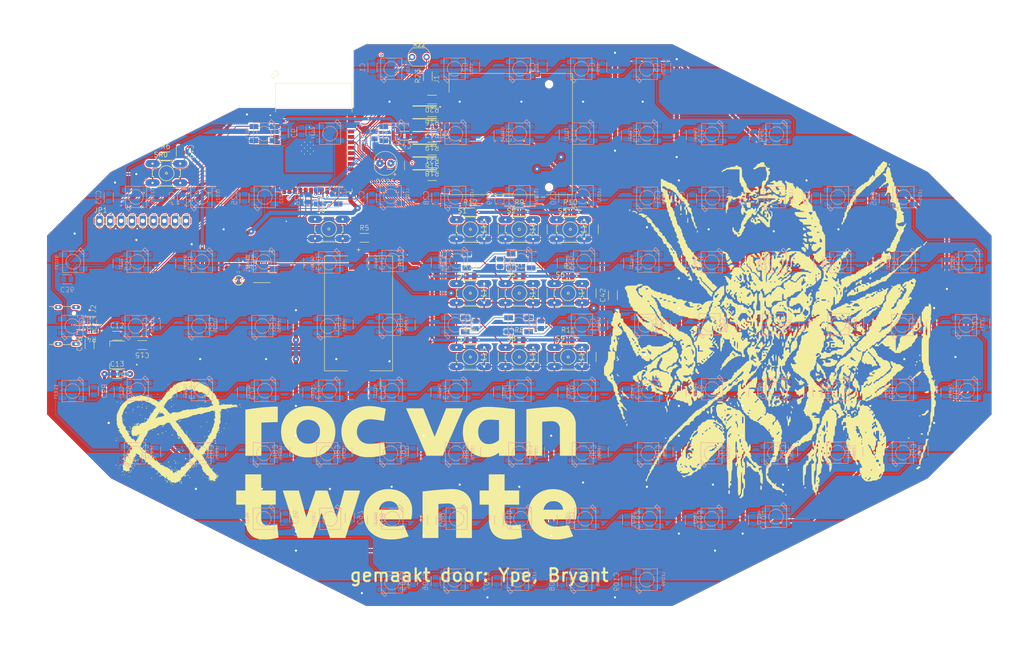
<source format=kicad_pcb>
(kicad_pcb (version 20240108) (generator "pcbnew") (generator_version "8.0")
  (layers (0 "F.Cu" signal) (31 "B.Cu" signal) (34 "B.Paste" user) (35 "F.Paste" user) (36 "B.SilkS" user "B.Silkscreen") (37 "F.SilkS" user "F.Silkscreen") (38 "B.Mask" user) (39 "F.Mask" user) (44 "Edge.Cuts" user))
  (net 0 "")
  (net 1 "Net-(U1-VCC1)")
  (net 2 "Y_POWER-SIM_GND")
  (net 3 "Y_POWER-SIM_5V")
  (net 4 "Y_POWER-SIM_3.3V")
  (net 5 "/S5")
  (net 6 "/S6")
  (net 7 "/S2")
  (net 8 "/S3")
  (net 9 "/S8")
  (net 10 "/S9")
  (net 11 "/S1")
  (net 12 "/S4")
  (net 13 "/S7")
  (net 14 "Net-(D226-A)")
  (net 15 "Net-(J1-CLK)")
  (net 20 "Net-(J1-CMD)")
  (net 21 "Net-(J1-DAT3{slash}CD)")
  (net 22 "/MISO")
  (net 24 "/USB_P")
  (net 25 "/USB_N")
  (net 29 "/J-P4")
  (net 30 "/J-P3")
  (net 31 "/J-P2")
  (net 32 "/J-P1")
  (net 33 "/J-P9")
  (net 34 "/J-P5")
  (net 35 "/J-P6")
  (net 36 "/J-P8")
  (net 37 "/J-P7")
  (net 38 "/LED_DATA")
  (net 39 "Net-(LED1-DO)")
  (net 40 "Net-(LED2-DO)")
  (net 41 "Net-(LED3-DO)")
  (net 42 "Net-(LED4-DO)")
  (net 43 "Net-(LED14-DI)")
  (net 44 "Net-(LED6-DI)")
  (net 45 "Net-(LED20-DI)")
  (net 46 "Net-(LED7-DI)")
  (net 47 "Net-(LED8-DI)")
  (net 48 "Net-(LED10-DO)")
  (net 49 "Net-(LED10-DI)")
  (net 50 "Net-(LED11-DI)")
  (net 51 "Net-(LED12-DI)")
  (net 52 "Net-(LED13-DI)")
  (net 53 "Net-(LED15-DO)")
  (net 54 "Net-(LED15-DI)")
  (net 55 "Net-(LED16-DI)")
  (net 56 "Net-(LED16-DO)")
  (net 57 "Net-(LED17-DI)")
  (net 58 "Net-(LED18-DI)")
  (net 59 "Net-(LED19-DI)")
  (net 60 "Net-(LED20-DO)")
  (net 61 "Net-(LED21-DO)")
  (net 62 "Net-(LED22-DO)")
  (net 63 "Net-(LED23-DO)")
  (net 64 "Net-(LED25-DI)")
  (net 65 "Net-(LED26-DO)")
  (net 66 "Net-(LED27-DO)")
  (net 67 "Net-(LED28-DO)")
  (net 68 "Net-(LED29-DO)")
  (net 69 "Net-(LED30-DO)")
  (net 70 "Net-(LED31-DO)")
  (net 71 "Net-(LED32-DO)")
  (net 72 "Net-(LED33-DI)")
  (net 73 "Net-(LED33-DO)")
  (net 74 "Net-(LED34-DI)")
  (net 75 "Net-(LED35-DI)")
  (net 76 "Net-(LED36-DI)")
  (net 77 "Net-(LED37-DI)")
  (net 78 "Net-(LED38-DO)")
  (net 79 "Net-(LED39-DI)")
  (net 80 "Net-(LED40-DI)")
  (net 81 "Net-(LED41-DI)")
  (net 82 "Net-(LED42-DI)")
  (net 83 "Net-(LED43-DI)")
  (net 84 "Net-(LED44-DO)")
  (net 85 "Net-(LED45-DI)")
  (net 86 "Net-(LED46-DI)")
  (net 87 "Net-(LED47-DI)")
  (net 88 "Net-(LED48-DI)")
  (net 89 "Net-(LED49-DI)")
  (net 90 "Net-(LED50-DO)")
  (net 91 "Net-(LED51-DO)")
  (net 92 "Net-(LED52-DO)")
  (net 93 "Net-(LED53-DO)")
  (net 94 "Net-(LED54-DO)")
  (net 95 "Net-(LED55-DO)")
  (net 96 "Net-(LED56-DO)")
  (net 97 "Net-(LED57-DO)")
  (net 98 "Net-(LED58-DI)")
  (net 99 "Net-(LED59-DI)")
  (net 100 "Net-(LED60-DI)")
  (net 101 "Net-(LED61-DI)")
  (net 102 "Net-(LED62-DI)")
  (net 103 "Net-(LED63-DI)")
  (net 104 "Net-(LED64-DI)")
  (net 105 "Net-(LED65-DO)")
  (net 106 "Net-(LED66-DO)")
  (net 107 "Net-(LED67-DO)")
  (net 108 "Net-(LED68-DI)")
  (net 109 "Net-(LED70-DO)")
  (net 110 "Net-(LED71-DO)")
  (net 111 "Net-(LED73-DO)")
  (net 112 "Net-(LED74-DO)")
  (net 113 "Net-(LED75-DO)")
  (net 114 "Net-(LED76-DO)")
  (net 115 "Net-(LED77-DO)")
  (net 116 "Net-(LED78-DO)")
  (net 117 "Net-(LED79-DO)")
  (net 118 "Net-(LED80-DO)")
  (net 119 "Net-(LED81-DO)")
  (net 120 "Net-(LED82-DO)")
  (net 121 "Net-(LED83-DO)")
  (net 122 "Net-(LED84-DO)")
  (net 123 "Net-(LED85-DO)")
  (net 124 "Net-(LED86-DI)")
  (net 125 "Net-(LED86-DO)")
  (net 126 "Net-(LED87-DI)")
  (net 127 "Net-(LED88-DI)")
  (net 128 "Net-(LED89-DI)")
  (net 129 "Net-(LED90-DI)")
  (net 130 "Net-(LED91-DI)")
  (net 131 "Net-(LED92-DI)")
  (net 132 "Net-(LED93-DI)")
  (net 133 "Net-(LED95-DO)")
  (net 134 "Net-(LED96-DO)")
  (net 135 "Net-(LED97-DO)")
  (net 136 "Net-(LED98-DO)")
  (net 138 "USB1.D-")
  (net 139 "USB1.D+")
  (net 140 "/IO0")
  (net 141 "Net-(SR0-S)")
  (net 142 "/CS")
  (net 143 "/MOSI")
  (net 144 "/SCLK")
  (net 145 "Net-(U1-X1)")
  (net 146 "/DATA")
  (net 147 "/RESET_C")
  (net 148 "Net-(U1-X2)")
  (net 149 "/CLOK")
  (net 156 "Net-(U2-IO45)")
  (net 157 "Net-(R7-Pad2)")
  (footprint "untitled:Y-RES_RESC2012X65" (layer "F.Cu") (at 48.0081 106 180)
    (property "Reference" "R4")
    (property "Value" "22R")
  )
  (footprint "untitled:Y-CAP_CAPC2012X110" (layer "F.Cu") (at 68.9411 64.2236 -90)
    (property "Reference" "C19")
    (property "Value" "100nF")
  )
  (footprint "untitled:1-LAYER_B3F-10XXROC" (layer "F.Cu") (at 137.0011 97.5036)
    (property "Reference" "S4")
    (property "Value" "1-LAYER_SWITCH_PCB_B3F-10-XX0.5")
  )
  (footprint "untitled:DS1302ZN_T_R_SOIC127P600X175-8N" (layer "F.Cu") (at 88.0011 92.5036)
    (property "Reference" "U1")
    (property "Value" "DS1302ZN_T_R_DS1302ZN+T&R")
  )
  (footprint "untitled:Y-CAP_CAPC2012X110" (layer "F.Cu") (at 166.0011 82.5036 90)
    (property "Reference" "C110")
    (property "Value" "100nF")
  )
  (footprint "untitled:Y-RES_RESC2012X65" (layer "F.Cu") (at 128.0011 64.0036 180)
    (property "Reference" "R21")
    (property "Value" "2k2")
  )
  (footprint "untitled:1-LAYER_1X09" (layer "F.Cu") (at 60.0011 80.5036)
    (property "Reference" "JP1")
    (property "Value" "1-LAYER_PINHD-1X9")
  )
  (footprint "untitled:Y-CAP_CAPC2012X110" (layer "F.Cu") (at 47.5011 109.5036 90)
    (property "Reference" "C16")
    (property "Value" "100nF")
  )
  (footprint "untitled:Y-RES_RESC2012X65" (layer "F.Cu") (at 148.5011 108.5036)
    (property "Reference" "R8")
    (property "Value" "10K")
  )
  (footprint "untitled:Y_CONECTOR_POGOPAD_50" (layer "F.Cu") (at 51 107)
    (property "Reference" "U$3" (hide yes))
    (property "Value" "Y_CONECTOR_POGOPAD2" (hide yes))
  )
  (footprint "untitled:Y-CAP_CAPC2012X110" (layer "F.Cu") (at 170.5 98 90)
    (property "Reference" "C42")
    (property "Value" "100nF")
  )
  (footprint "untitled:Y-RES_RESC2012X65" (layer "F.Cu") (at 137.0011 93.5036)
    (property "Reference" "R13")
    (property "Value" "10K")
  )
  (footprint "untitled:WE-XTAL_WATCH_WE-XTAL_WATCH-2X6" (layer "F.Cu") (at 82.5011 94.5036)
    (property "Reference" "Y1")
    (property "Value" "WE-XTAL_WATCH_WE-XTAL_WATCH_2X6")
  )
  (footprint "untitled:Y-RES_RESC2012X65" (layer "F.Cu") (at 128.0011 58.0036 180)
    (property "Reference" "R17")
    (property "Value" "2k2")
  )
  (footprint "untitled:Y_COMP-SET_XCVR_ESP32-S3-WROOM-1-N16R2" (layer "F.Cu") (at 100.203 60.96)
    (property "Reference" "U2")
    (property "Value" "Y_COMP-SET_ESP32-S3-WROOM-1-N16R2")
  )
  (footprint "untitled:Y_CONECTOR_POGOPAD_50" (layer "F.Cu") (at 64.5 116)
    (property "Reference" "U$2" (hide yes))
    (property "Value" "Y_CONECTOR_POGOPAD2" (hide yes))
  )
  (footprint "untitled:Y-CAP_CAPC2012X110" (layer "F.Cu") (at 54.0011 116.5036)
    (property "Reference" "C13")
    (property "Value" "330nF")
  )
  (footprint "untitled:1-LAYER_B3F-10XXROC" (layer "F.Cu") (at 103.7411 82.4036)
    (property "Reference" "S0")
    (property "Value" "1-LAYER_SWITCH_PCB_B3F-10-XX0.5")
  )
  (footprint "untitled:UJ20-C-H-C-4-SMT-TR_CUI_UJ20-C-H-C-4-SMT-TR" (layer "F.Cu") (at 41.1331 105.1126 -90)
    (property "Reference" "J2")
    (property "Value" "UJ20-C-H-C-4-SMT-TR_UJ20-C-H-C-4-SMT-TR")
  )
  (footprint "untitled:Y-RES_RESC2012X65" (layer "F.Cu") (at 137.0011 108.5036)
    (property "Reference" "R14")
    (property "Value" "10K")
  )
  (footprint "untitled:Y-RES_RESC2012X65" (layer "F.Cu") (at 128.0011 67.0036 180)
    (property "Reference" "R18")
    (property "Value" "3K3")
  )
  (footprint "untitled:Y-RES_RESC2012X65" (layer "F.Cu") (at 128.0011 52.0036 180)
    (property "Reference" "R20")
    (property "Value" "3K3")
  )
  (footprint "untitled:1-LAYER_B3F-10XXROC" (layer "F.Cu") (at 160.0011 97.5036)
    (property "Reference" "S6")
    (property "Value" "1-LAYER_SWITCH_PCB_B3F-10-XX0.5")
  )
  (footprint "untitled:Y-RES_RESC2012X65" (layer "F.Cu") (at 148.5011 78.5036)
    (property "Reference" "R9")
    (property "Value" "10K")
  )
  (footprint "untitled:UA78M33CDCYG3_VREG_UA78M33CDCYG3" (layer "F.Cu") (at 54.0011 112.0036 180)
    (property "Reference" "VR1")
    (property "Value" "UA78M33CDCYG3_UA78M33CDCYG3")
  )
  (footprint "untitled:Y-CAP_CAPC2012X110" (layer "F.Cu") (at 142.5011 112.5036 90)
    (property "Reference" "C115")
    (property "Value" "100nF")
  )
  (footprint "untitled:Y-RES_RESC2012X65" (layer "F.Cu") (at 65.3671 65.3376)
    (property "Reference" "R6")
    (property "Value" "10K")
  )
  (footprint "untitled:Y-CAP_CAPC2012X110" (layer "F.Cu") (at 54.0011 107.5036)
    (property "Reference" "C12")
    (property "Value" "100nF")
  )
  (footprint "untitled:Y-CAP_CAPC2012X110" (layer "F.Cu") (at 142.5011 97.5036 90)
    (property "Reference" "C114")
    (property "Value" "100nF")
  )
  (footprint "untitled:Y-RES_RESC2012X65" (layer "F.Cu") (at 120.5 67.5 90)
    (property "Reference" "R7")
    (property "Value" "330R")
  )
  (footprint "untitled:Y-CAP_CAPC2012X110" (layer "F.Cu") (at 142.5011 82.5036 90)
    (property "Reference" "C113")
    (property "Value" "100nF")
  )
  (footprint "untitled:1-LAYER_B3F-10XXROC" (layer "F.Cu") (at 65.5611 69.3116)
    (property "Reference" "SR0")
    (property "Value" "1-LAYER_SWITCH_PCB_B3F-10-XX0.5")
  )
  (footprint "untitled:Y-CAP_CAPC2012X110" (layer "F.Cu") (at 154.0011 97.5036 90)
    (property "Reference" "C14")
    (property "Value" "100nF")
  )
  (footprint "untitled:AMPHENOL_10067847-301RLF" (layer "F.Cu") (at 155.5011 60.5036 90)
    (property "Reference" "J1")
    (property "Value" "10067847-301RLF")
  )
  (footprint "untitled:1-LAYER_B3F-10XXROC" (layer "F.Cu") (at 160.0011 112.5036)
    (property "Reference" "S9")
    (property "Value" "1-LAYER_SWITCH_PCB_B3F-10-XX0.5")
  )
  (footprint "untitled:Y-RES_RESC2012X65" (layer "F.Cu") (at 112.0805 84.5)
    (property "Reference" "R5")
    (property "Value" "10K")
  )
  (footprint "untitled:Y-RES_RESC2012X65" (layer "F.Cu") (at 160.5011 78.5036)
    (property "Reference" "R10")
    (property "Value" "10K")
  )
  (footprint "untitled:Y-RES_RESC2012X65" (layer "F.Cu") (at 148.5011 93.5036)
    (property "Reference" "R1")
    (property "Value" "10K")
  )
  (footprint "untitled:Y-CAP_CAPC2012X110" (layer "F.Cu") (at 59.8921 109.6956 180)
    (property "Reference" "C15")
    (property "Value" "100nF")
  )
  (footprint "rocvt:rocvt_logo_80" (layer "F.Cu") (at 121.975 139.7)
    (property "Reference" "G***" (hide yes))
    (property "Value" "LOGO" (hide yes))
  )
  (footprint "untitled:1-LAYER_B3F-10XXROC" (layer "F.Cu") (at 148.5011 97.5036)
    (property "Reference" "S5")
    (property "Value" "1-LAYER_SWITCH_PCB_B3F-10-XX0.5")
  )
  (footprint "untitled:1-LAYER_B3F-10XXROC" (layer "F.Cu") (at 137.0011 82.5036)
    (property "Reference" "S1")
    (property "Value" "1-LAYER_SWITCH_PCB_B3F-10-XX0.5")
  )
  (footprint "rocvt:hard30" (layer "F.Cu") (at 68.425 130.075)
    (property "Reference" "G***" (hide yes))
    (property "Value" "LOGO" (hide yes))
  )
  (footprint "rocvt:80newneg" (layer "F.Cu") (at 208 108)
    (property "Reference" "G***" (hide yes))
    (property "Value" "LOGO" (hide yes))
  )
  (footprint "untitled:Y-RES_RESC2012X65" (layer "F.Cu") (at 128.0011 70.0036)
    (property "Reference" "R15")
    (property "Value" "10K")
  )
  (footprint "untitled:Y-RES_RESC2012X65" (layer "F.Cu") (at 137.0011 78.5036)
    (property "Reference" "R12")
    (property "Value" "10K")
  )
  (footprint "untitled:Y-RES_RESC2012X65" (layer "F.Cu") (at 128.0011 55.0036 180)
    (property "Reference" "R16")
    (property "Value" "2k2")
  )
  (footprint "untitled:Y-CAP_CAPC2012X110" (layer "F.Cu") (at 154.0011 112.5036 90)
    (property "Reference" "C111")
    (property "Value" "100nF")
  )
  (footprint "untitled:Y-CAP_CAPC2012X110" (layer "F.Cu") (at 165.5011 97.5036 90)
    (property "Reference" "C17")
    (property "Value" "100nF")
  )
  (footprint "untitled:BAT-HLD-010-SMT-TR_BAT_BAT-HLD-010-SMT-TR" (layer "F.Cu") (at 110.7241 102.2466 -90)
    (property "Reference" "BT1")
    (property "Value" "BAT-HLD-010-SMT-TR_BAT-HLD-010-SMT-TR")
  )
  (footprint "untitled:1-LAYER_LED5MM_R-ROC" (layer "F.Cu") (at 117 67 180)
    (property "Reference" "D226")
    (property "Value" "LED_RED")
  )
  (footprint "untitled:Y-CAP_CAPC2012X110" (layer "F.Cu") (at 121.5011 60.5036 180)
    (property "Reference" "C43")
    (property "Value" "100nF")
  )
  (footprint "untitled:Y-RES_RESC2012X65" (layer "F.Cu") (at 128.0011 61.0036 180)
    (property "Reference" "R19")
    (property "Value" "3K3")
  )
  (footprint "untitled:1-LAYER_B3F-10XXROC" (layer "F.Cu") (at 137.0011 112.5036)
    (property "Reference" "S7")
    (property "Value" "1-LAYER_SWITCH_PCB_B3F-10-XX0.5")
  )
  (footprint "untitled:1-LAYER_B3F-10XXROC" (layer "F.Cu") (at 148.5011 82.5036)
    (property "Reference" "S2")
    (property "Value" "1-LAYER_SWITCH_PCB_B3F-10-XX0.5")
  )
  (footprint "untitled:1-LAYER_B3F-10XXROC" (layer "F.Cu") (at 148.5011 112.5036)
    (property "Reference" "S8")
    (property "Value" "1-LAYER_SWITCH_PCB_B3F-10-XX0.5")
  )
  (footprint "untitled:Y-RES_RESC2012X65" (layer "F.Cu") (at 160.0011 108.5036)
    (property "Reference" "R11")
    (property "Value" "10K")
  )
  (footprint "untitled:Y-RES_RESC2012X65" (layer "F.Cu") (at 48 104 180)
    (property "Reference" "R3")
    (property "Value" "22R")
  )
  (footprint "OptoDevice:R_LDR_5.1x4.3mm_P3.4mm_Vertical" (layer "F.Cu") (at 123.3 42)
    (property "Reference" "R22")
    (property "Value" "LDR07")
  )
  (footprint "untitled:Y-RES_RESC2012X65" (layer "F.Cu") (at 160.0011 93.5036)
    (property "Reference" "R2")
    (property "Value" "10K")
  )
  (footprint "untitled:Y-CAP_CAPC2012X110" (layer "F.Cu") (at 154.0011 82.5036 90)
    (property "Reference" "C18")
    (property "Value" "100nF")
  )
  (footprint "untitled:Y-RES_RESC2012X65" (layer "F.Cu") (at 127 46.5 90)
    (property "Reference" "R23")
    (property "Value" "10K")
  )
  (footprint "untitled:Y_CONECTOR_POGOPAD_50" (layer "F.Cu") (at 64.5 112.5)
    (property "Reference" "U$1" (hide yes))
    (property "Value" "Y_CONECTOR_POGOPAD2" (hide yes))
  )
  (footprint "untitled:1-LAYER_B3F-10XXROC" (layer "F.Cu") (at 160.5011 82.5036)
    (property "Reference" "S3")
    (property "Value" "1-LAYER_SWITCH_PCB_B3F-10-XX0.5")
  )
  (footprint "untitled:Y-CAP_CAPC2012X110" (layer "F.Cu") (at 165.5011 112.5036 90)
    (property "Reference" "C112")
    (property "Value" "100nF")
  )
  (footprint "untitled:Y-CAP_CAPC2012X110" (layer "B.Cu") (at 203.4721 120.8096 90)
    (property "Reference" "C79")
    (property "Value" "Y-CAP_CCHIP-0805(2012-METRIC)")
  )
  (footprint "untitled:WS2812B_WS2812B-NARROW" (layer "B.Cu") (at 73.7911 74.8836)
    (property "Reference" "LED21")
    (property "Value" "WS2812B_WS2812B_5050N")
  )
  (footprint "untitled:WS2812B_WS2812B-NARROW" (layer "B.Cu") (at 193.8311 60.1236 180)
    (property "Reference" "LED13")
    (property "Value" "WS2812B_WS2812B_5050N")
  )
  (footprint "untitled:Y-CAP_CAPC2012X110" (layer "B.Cu") (at 233.5711 120.8096 90)
    (property "Reference" "C81")
    (property "Value" "Y-CAP_CCHIP-0805(2012-METRIC)")
  )
  (footprint "untitled:Y-CAP_CAPC2012X110" (layer "B.Cu") (at 42.2711 94.2486)
    (property "Reference" "C36")
    (property "Value" "Y-CAP_CCHIP-0805(2012-METRIC)")
  )
  (footprint "untitled:WS2812B_WS2812B-NARROW" (layer "B.Cu") (at 253.5011 105.0036)
    (property "Reference" "LED71")
    (property "Value" "WS2812B_WS2812B_5050N")
  )
  (footprint "untitled:Y-CAP_CAPC2012X110" (layer "B.Cu") (at 128.9381 60.2556 90)
    (property "Reference" "C9")
    (property "Value" "Y-CAP_CCHIP-0805(2012-METRIC)")
  )
  (footprint "untitled:Y-CAP_CAPC2012X110" (layer "B.Cu") (at 108.3911 104.8596 -90)
    (property "Reference" "C57")
    (property "Value" "Y-CAP_CCHIP-0805(2012-METRIC)")
  )
  (footprint "untitled:Y-CAP_CAPC2012X110" (layer "B.Cu") (at 203.6941 60.3886 90)
    (property "Reference" "C22")
    (property "Value" "Y-CAP_CCHIP-0805(2012-METRIC)")
  )
  (footprint "untitled:Y-CAP_CAPC2012X110" (layer "B.Cu") (at 198.4341 134.8316 -90)
    (property "Reference" "C92")
    (property "Value" "Y-CAP_CCHIP-0805(2012-METRIC)")
  )
  (footprint "untitled:WS2812B_WS2812B-NARROW" (layer "B.Cu") (at 178.7911 135.1336)
    (property "Reference" "LED81")
    (property "Value" "WS2812B_WS2812B_5050N")
  )
  (footprint "untitled:Y-CAP_CAPC2012X110" (layer "B.Cu") (at 158.4911 90.4636 90)
    (property "Reference" "C46")
    (property "Value" "Y-CAP_CCHIP-0805(2012-METRIC)")
  )
  (footprint "untitled:WS2812B_WS2812B-NARROW" (layer "B.Cu") (at 119.0011 60.0036 180)
    (property "Reference" "LED8")
    (property "Value" "WS2812B_WS2812B_5050N")
  )
  (footprint "untitled:WS2812B_WS2812B-NARROW" (layer "B.Cu") (at 178.4511 164.8336)
    (property "Reference" "LED99")
    (property "Value" "WS2812B_WS2812B_5050N")
  )
  (footprint "untitled:Y-CAP_CAPC2012X110" (layer "B.Cu") (at 98.9191 90.4876 90)
    (property "Reference" "C40")
    (property "Value" "Y-CAP_CCHIP-0805(2012-METRIC)")
  )
  (footprint "untitled:Y-CAP_CAPC2012X110" (layer "B.Cu") (at 258 104.6056 -90)
    (property "Reference" "C67")
    (property "Value" "Y-CAP_CCHIP-0805(2012-METRIC)")
  )
  (footprint "untitled:Y-CAP_CAPC2012X110" (layer "B.Cu") (at 183 44.5 -90)
    (property "Reference" "C5")
    (property "Value" "Y-CAP_CCHIP-0805(2012-METRIC)")
  )
  (footprint "untitled:WS2812B_WS2812B-NARROW" (layer "B.Cu") (at 238.5011 105.0036)
    (property "Reference" "LED70")
    (property "Value" "WS2812B_WS2812B_5050N")
  )
  (footprint "untitled:Y-CAP_CAPC2012X110" (layer "B.Cu") (at 108.6471 150.2526 90)
    (property "Reference" "C97")
    (property "Value" "Y-CAP_CCHIP-0805(2012-METRIC)")
  )
  (footprint "untitled:WS2812B_WS2812B-NARROW" (layer "B.Cu") (at 208.8311 90.2236 180)
    (property "Reference" "LED61")
    (property "Value" "WS2812B_WS2812B_5050N")
  )
  (footprint "untitled:Y-CAP_CAPC2012X110" (layer "B.Cu") (at 83.3301 120.8096 90)
    (property "Reference" "C71")
    (property "Value" "Y-CAP_CCHIP-0805(2012-METRIC)")
  )
  (footprint "untitled:WS2812B_WS2812B-NARROW" (layer "B.Cu") (at 88.4911 90.1236 180)
    (property "Reference" "LED19")
    (property "Value" "WS2812B_WS2812B_5050N")
  )
  (footprint "untitled:WS2812B_WS2812B-NARROW" (layer "B.Cu") (at 133.5011 60.0036 180)
    (property "Reference" "LED9")
    (property "Value" "WS2812B_WS2812B_5050N")
  )
  (footprint "untitled:WS2812B_WS2812B-NARROW" (layer "B.Cu") (at 223.5111 104.7836)
    (property "Reference" "LED67")
    (property "Value" "WS2812B_WS2812B_5050N")
  )
  (footprint "untitled:WS2812B_WS2812B-NARROW" (layer "B.Cu") (at 223.5511 120.2236 180)
    (property "Reference" "LED63")
    (property "Value" "WS2812B_WS2812B_5050N")
  )
  (footprint "untitled:Y-CAP_CAPC2012X110" (layer "B.Cu") (at 63.1281 134.7376 -90)
    (property "Reference" "C85")
    (property "Value" "Y-CAP_CCHIP-0805(2012-METRIC)")
  )
  (footprint "untitled:Y-CAP_CAPC2012X110" (layer "B.Cu") (at 212.8561 134.7756 -90)
    (property "Reference" "C93")
    (property "Value" "Y-CAP_CCHIP-0805(2012-METRIC)")
  )
  (footprint "untitled:WS2812B_WS2812B-NARROW" (layer "B.Cu") (at 133.4511 74.8836)
    (property "Reference" "LED15")
    (property "Value" "WS2812B_WS2812B_5050N")
  )
  (footprint "untitled:WS2812B_WS2812B-NARROW" (layer "B.Cu") (at 178.4611 44.7636)
    (property "Reference" "LED5")
    (property "Value" "WS2812B_WS2812B_5050N")
  )
  (footprint "untitled:WS2812B_WS2812B-NARROW" (layer "B.Cu") (at 148.9311 89.9236 180)
    (property "Reference" "LED47")
    (property "Value" "WS2812B_WS2812B_5050N")
  )
  (footprint "untitled:WS2812B_WS2812B-NARROW" (layer "B.Cu") (at 163.4011 74.7336)
    (property "Reference" "LED32")
    (property "Value" "WS2812B_WS2812B_5050N")
  )
  (footprint "untitled:Y-CAP_CAPC2012X110" (layer "B.Cu") (at 128.8911 90.3606 90)
    (property "Reference" "C44")
    (property "Value" "Y-CAP_CCHIP-0805(2012-METRIC)")
  )
  (footprint "untitled:WS2812B_WS2812B-NARROW" (layer "B.Cu") (at 104.0011 60.0036 180)
    (property "Reference" "LED7")
    (property "Value" "WS2812B_WS2812B_5050N")
  )
  (footprint "untitled:Y-CAP_CAPC2012X110" (layer "B.Cu") (at 93.1241 59.8746 90)
    (property "Reference" "C6")
    (property "Value" "Y-CAP_CCHIP-0805(2012-METRIC)")
  )
  (footprint "untitled:WS2812B_WS2812B-NARROW" (layer "B.Cu") (at 58.8211 120.2736 180)
    (property "Reference" "LED34")
    (property "Value" "WS2812B_WS2812B_5050N")
  )
  (footprint "untitled:WS2812B_WS2812B-NARROW" (layer "B.Cu") (at 178.9911 120.4236 180)
    (property "Reference" "LED43")
    (property "Value" "WS2812B_WS2812B_5050N")
  )
  (footprint "untitled:WS2812B_WS2812B-NARROW" (layer "B.Cu") (at 103.5111 105.2336)
    (property "Reference" "LED31")
    (property "Value" "WS2812B_WS2812B_5050N")
  )
  (footprint "untitled:WS2812B_WS2812B-NARROW" (layer "B.Cu") (at 133.4511 104.9336)
    (property "Reference" "LED51")
    (property "Value" "WS2812B_WS2812B_5050N")
  )
  (footprint "untitled:Y-CAP_CAPC2012X110" (layer "B.Cu") (at 113.7781 90.3606 90)
    (property "Reference" "C41")
    (property "Value" "Y-CAP_CCHIP-0805(2012-METRIC)")
  )
  (footprint "untitled:WS2812B_WS2812B-NARROW" (layer "B.Cu") (at 163.7211 90.0736 180)
    (property "Reference" "LED48")
    (property "Value" "WS2812B_WS2812B_5050N")
  )
  (footprint "untitled:WS2812B_WS2812B-NARROW" (layer "B.Cu") (at 193.6811 135.1336)
    (property "Reference" "LED82")
    (property "Value" "WS2812B_WS2812B_5050N")
  )
  (footprint "untitled:Y-CAP_CAPC2012X110" (layer "B.Cu") (at 98.6971 120.8096 90)
    (property "Reference" "C72")
    (property "Value" "Y-CAP_CCHIP-0805(2012-METRIC)")
  )
  (footprint "untitled:Y-CAP_CAPC2012X110" (layer "B.Cu") (at 68.8201 90.4876 90)
    (property "Reference" "C38")
    (property "Value" "Y-CAP_CCHIP-0805(2012-METRIC)")
  )
  (footprint "untitled:WS2812B_WS2812B-NARROW" (layer "B.Cu") (at 254.2111 90.2236 180)
    (property "Reference" "LED69")
    (property "Value" "WS2812B_WS2812B_5050N")
  )
  (footprint "untitled:Y-CAP_CAPC2012X110" (layer "B.Cu") (at 83.9121 75.1106 -90)
    (property "Reference" "C25")
    (property "Value" "Y-CAP_CCHIP-0805(2012-METRIC)")
  )
  (footprint "untitled:WS2812B_WS2812B-NARROW" (layer "B.Cu") (at 163.9911 150.5236 180)
    (property "Reference" "LED91")
    (property "Value" "WS2812B_WS2812B_5050N")
  )
  (footprint "untitled:Y-CAP_CAPC2012X110" (layer "B.Cu") (at 69.1801 75.2376 -90)
    (property "Reference" "C24")
    (property "Value" "Y-CAP_CCHIP-0805(2012-METRIC)")
  )
  (footprint "untitled:WS2812B_WS2812B-NARROW" (layer "B.Cu") (at 208.1211 104.7836)
    (property "Reference" "LED66")
    (property "Value" "WS2812B_WS2812B_5050N")
  )
  (footprint "untitled:WS2812B_WS2812B-NARROW" (layer "B.Cu") (at 133.6211 135.1336)
    (property "Reference" "LED78")
    (property "Value" "WS2812B_WS2812B_5050N")
  )
  (footprint "untitled:WS2812B_WS2812B-NARROW" (layer "B.Cu") (at 148.6811 44.7636)
    (property "Reference" "LED3")
    (property "Value" "WS2812B_WS2812B_5050N")
  )
  (footprint "untitled:WS2812B_WS2812B-NARROW" (layer "B.Cu") (at 118.2811 74.7336)
    (property "Reference" "LED24")
    (property "Value" "WS2812B_WS2812B_5050N")
  )
  (footprint "untitled:WS2812B_WS2812B-NARROW" (layer "B.Cu") (at 103.8311 90.2736 180)
    (property "Reference" "LED25")
    (property "Value" "WS2812B_WS2812B_5050N")
  )
  (footprint "untitled:WS2812B_WS2812B-NARROW" (layer "B.Cu") (at 239.1011 90.2236 180)
    (property "Reference" "LED68")
    (property "Value" "WS2812B_WS2812B_5050N")
  )
  (footprint "untitled:Y-CAP_CAPC2012X110" (layer "B.Cu") (at 113.8661 150.8376 90)
    (property "Reference" "C98")
    (property "Value" "Y-CAP_CCHIP-0805(2012-METRIC)")
  )
  (footprint "untitled:WS2812B_WS2812B-NARROW" (layer "B.Cu") (at 148.3411 104.9336)
    (property "Reference" "LED52")
    (property "Value" "WS2812B_WS2812B_5050N")
  )
  (footprint "untitled:Y-CAP_CAPC2012X110" (layer "B.Cu") (at 114 44.5 -90)
    (property "Reference" "C1")
    (property "Value" "Y-CAP_CCHIP-0805(2012-METRIC)")
  )
  (footprint "untitled:Y-CAP_CAPC2012X110" (layer "B.Cu") (at 93.5 150.1246 90)
    (property "Reference" "C96")
    (property "Value" "Y-CAP_CCHIP-0805(2012-METRIC)")
  )
  (footprint "untitled:WS2812B_WS2812B-NARROW" (layer "B.Cu") (at 179.1011 150.5236 180)
    (property "Reference" "LED92")
    (property "Value" "WS2812B_WS2812B_5050N")
  )
  (footprint "untitled:Y-CAP_CAPC2012X110" (layer "B.Cu") (at 174.1031 90.4876 90)
    (property "Reference" "C47")
    (property "Value" "Y-CAP_CCHIP-0805(2012-METRIC)")
  )
  (footprint "untitled:WS2812B_WS2812B-NARROW" (layer "B.Cu") (at 118.0611 104.9336)
    (property "Reference" "LED50")
    (property "Value" "WS2812B_WS2812B_5050N")
  )
  (footprint "untitled:WS2812B_WS2812B-NARROW" (layer "B.Cu") (at 88.4511 135.1336)
    (property "Reference" "LED75")
    (property "Value" "WS2812B_WS2812B_5050N")
  )
  (footprint "untitled:Y-CAP_CAPC2012X110" (layer "B.Cu") (at 78.4501 134.8066 -90)
    (property "Reference" "C83")
    (property "Value" "Y-CAP_CCHIP-0805(2012-METRIC)")
  )
  (footprint "untitled:Y-CAP_CAPC2012X110" (layer "B.Cu") (at 158.6411 120.8096 90)
    (property "Reference" "C76")
    (property "Value" "Y-CAP_CCHIP-0805(2012-METRIC)")
  )
  (footprint "untitled:Y-CAP_CAPC2012X110" (layer "B.Cu") (at 69.1061 120.8096 90)
    (property "Reference" "C70")
    (property "Value" "Y-CAP_CCHIP-0805(2012-METRIC)")
  )
  (footprint "untitled:Y-CAP_CAPC2012X110" (layer "B.Cu") (at 173.6691 165.3116 -90)
    (property "Reference" "C109")
    (property "Value" "Y-CAP_CCHIP-0805(2012-METRIC)")
  )
  (footprint "untitled:Y-CAP_CAPC2012X110" (layer "B.Cu") (at 54.0881 90.4876 90)
    (property "Reference" "C37")
    (property "Value" "Y-CAP_CCHIP-0805(2012-METRIC)")
  )
  (footprint "untitled:WS2812B_WS2812B-NARROW" (layer "B.Cu") (at 118.7111 89.9236 180)
    (property "Reference" "LED45")
    (property "Value" "WS2812B_WS2812B_5050N")
  )
  (footprint "untitled:Y-CAP_CAPC2012X110" (layer "B.Cu") (at 143.8561 75.1106 -90)
    (property "Reference" "C29")
    (property "Value" "Y-CAP_CCHIP-0805(2012-METRIC)")
  )
  (footprint "untitled:WS2812B_WS2812B-NARROW" (layer "B.Cu") (at 58.7711 90.1236 180)
    (property "Reference" "LED17")
    (property "Value" "WS2812B_WS2812B_5050N")
  )
  (footprint "untitled:WS2812B_WS2812B-NARROW" (layer "B.Cu") (at 163.8811 120.4236 180)
    (property "Reference" "LED42")
    (property "Value" "WS2812B_WS2812B_5050N")
  )
  (footprint "untitled:Y-CAP_CAPC2012X110" (layer "B.Cu") (at 173.8811 120.8096 90)
    (property "Reference" "C77")
    (property "Value" "Y-CAP_CCHIP-0805(2012-METRIC)")
  )
  (footprint "untitled:WS2812B_WS2812B-NARROW" (layer "B.Cu") (at 178.5011 60.0036 180)
    (property "Reference" "LED12")
    (property "Value" "WS2812B_WS2812B_5050N")
  )
  (footprint "untitled:WS2812B_WS2812B-NARROW" (layer "B.Cu") (at 73.9311 120.2736 180)
    (property "Reference" "LED35")
    (property "Value" "WS2812B_WS2812B_5050N")
  )
  (footprint "untitled:Y-CAP_CAPC2012X110" (layer "B.Cu") (at 228.4061 104.6056 -90)
    (property "Reference" "C65")
    (property "Value" "Y-CAP_CCHIP-0805(2012-METRIC)")
  )
  (footprint "untitled:WS2812B_WS2812B-NARROW" (layer "B.Cu") (at 208.9311 120.0736 180)
    (property "Reference" "LED59")
    (property "Value" "WS2812B_WS2812B_5050N")
  )
  (footprint "untitled:Y-CAP_CAPC2012X110" (layer "B.Cu") (at 93.5361 134.7686 -90)
    (property "Reference" "C84")
    (property "Value" "Y-CAP_CCHIP-0805(2012-METRIC)")
  )
  (footprint "untitled:WS2812B_WS2812B-NARROW" (layer "B.Cu") (at 43.5011 120.5036 180)
    (property "Reference" "LED33")
    (property "Value" "WS2812B_WS2812B_5050N")
  )
  (footprint "untitled:WS2812B_WS2812B-NARROW" (layer "B.Cu") (at 193.7211 90.2236 180)
    (property "Reference" "LED60")
    (property "Value" "WS2812B_WS2812B_5050N")
  )
  (footprint "untitled:Y-CAP_CAPC2012X110" (layer "B.Cu") (at 173.5951 60.3886 90)
    (property "Reference" "C20")
    (property "Value" "Y-CAP_CCHIP-0805(2012-METRIC)")
  )
  (footprint "untitled:WS2812B_WS2812B-NARROW" (layer "B.Cu") (at 253.7211 120.3736 180)
    (property "Reference" "LED72")
    (property "Value" "WS2812B_WS2812B_5050N")
  )
  (footprint "untitled:WS2812B_WS2812B-NARROW" (layer "B.Cu") (at 163.4011 135.1336)
    (property "Reference" "LED80")
    (property "Value" "WS2812B_WS2812B_5050N")
  )
  (footprint "untitled:WS2812B_WS2812B-NARROW" (layer "B.Cu") (at 73.5611 135.1336)
    (property "Reference" "LED74")
    (property "Value" "WS2812B_WS2812B_5050N")
  )
  (footprint "untitled:WS2812B_WS2812B-NARROW" (layer "B.Cu") (at 118.5511 120.4236 180)
    (property "Reference" "LED39")
    (property "Value" "WS2812B_WS2812B_5050N")
  )
  (footprint "untitled:WS2812B_WS2812B-NARROW" (layer "B.Cu") (at 223.9411 90.2236 180)
    (property "Reference" "LED62")
    (property "Value" "WS2812B_WS2812B_5050N")
  )
  (footprint "untitled:WS2812B_WS2812B-NARROW" (layer "B.Cu") (at 208.5111 74.9336)
    (property "Reference" "LED55")
    (property "Value" "WS2812B_WS2812B_5050N")
  )
  (footprint "untitled:Y-CAP_CAPC2012X110" (layer "B.Cu") (at 218.25 75.2 -90)
    (property "Reference" "C34")
    (property "Value" "Y-CAP_CCHIP-0805(2012-METRIC)")
  )
  (footprint "untitled:Y-CAP_CAPC2012X110" (layer "B.Cu") (at 143.7561 150.7896 90)
    (property "Reference" "C100")
    (property "Value" "Y-CAP_CCHIP-0805(2012-METRIC)")
  )
  (footprint "untitled:WS2812B_WS2812B-NARROW" (layer "B.Cu") (at 178.1211 104.9336)
    (property "Reference" "LED54")
    (property "Value" "WS2812B_WS2812B_5050N")
  )
  (footprint "untitled:Y-CAP_CAPC2012X110" (layer "B.Cu") (at 218.8071 90.4876 90)
    (property "Reference" "C50")
    (property "Value" "Y-CAP_CCHIP-0805(2012-METRIC)")
  )
  (footprint "untitled:WS2812B_WS2812B-NARROW" (layer "B.Cu") (at 193.7111 150.5236 180)
    (property "Reference" "LED93")
    (property "Value" "WS2812B_WS2812B_5050N")
  )
  (footprint "untitled:Y-CAP_CAPC2012X110" (layer "B.Cu") (at 173.8551 150.7896 90)
    (property "Reference" "C102")
    (property "Value" "Y-CAP_CCHIP-0805(2012-METRIC)")
  )
  (footprint "untitled:Y-CAP_CAPC2012X110" (layer "B.Cu") (at 138.3631 134.8316 -90)
    (property "Reference" "C88")
    (property "Value" "Y-CAP_CCHIP-0805(2012-METRIC)")
  )
  (footprint "untitled:Y-CAP_CAPC2012X110" (layer "B.Cu") (at 168.3351 134.8316 -90)
    (property "Reference" "C90")
    (property "Value" "Y-CAP_CCHIP-0805(2012-METRIC)")
  )
  (footprint "untitled:WS2812B_WS2812B-NARROW" (layer "B.Cu") (at 148.8811 150.5236 180)
    (property "Reference" "LED90")
    (property "Value" "WS2812B_WS2812B_5050N")
  )
  (footprint "untitled:WS2812B_WS2812B-NARROW" (layer "B.Cu") (at 43.4511 105.2336)
    (property "Reference" "LED27")
    (property "Value" "WS2812B_WS2812B_5050N")
  )
  (footprint "untitled:WS2812B_WS2812B-NARROW" (layer "B.Cu") (at 133.8211 89.9236 180)
    (property "Reference" "LED46")
    (property "Value" "WS2812B_WS2812B_5050N")
  )
  (footprint "untitled:WS2812B_WS2812B-NARROW" (layer "B.Cu") (at 163.0711 44.7636)
    (property "Reference" "LED4")
    (property "Value" "WS2812B_WS2812B_5050N")
  )
  (footprint "untitled:Y-CAP_CAPC2012X110" (layer "B.Cu") (at 153.9691 44.3826 -90)
    (property "Reference" "C3")
    (property "Value" "Y-CAP_CCHIP-0805(2012-METRIC)")
  )
  (footprint "untitled:Y-CAP_CAPC2012X110" (layer "B.Cu") (at 97.299079 59.454717 90)
    (property "Reference" "C7")
    (property "Value" "Y-CAP_CCHIP-0805(2012-METRIC)")
  )
  (footprint "untitled:Y-CAP_CAPC2012X110" (layer "B.Cu") (at 234.1531 75.2376 -90)
    (property "Reference" "C35")
    (property "Value" "Y-CAP_CCHIP-0805(2012-METRIC)")
  )
  (footprint "untitled:Y-CAP_CAPC2012X110" (layer "B.Cu") (at 54.3741 120.8096 90)
    (property "Reference" "C69")
    (property "Value" "Y-CAP_CCHIP-0805(2012-METRIC)")
  )
  (footprint "untitled:WS2812B_WS2812B-NARROW" (layer "B.Cu") (at 223.2811 134.9836)
    (property "Reference" "LED84")
    (property "Value" "WS2812B_WS2812B_5050N")
  )
  (footprint "untitled:WS2812B_WS2812B-NARROW" (layer "B.Cu") (at 178.5611 75.0836)
    (property "Reference" "LED38")
    (property "Value" "WS2812B_WS2812B_5050N")
  )
  (footprint "untitled:Y-CAP_CAPC2012X110" (layer "B.Cu") (at 248.6841 120.8096 90)
    (property "Reference" "C82")
    (property "Value" "Y-CAP_CCHIP-0805(2012-METRIC)")
  )
  (footprint "untitled:Y-CAP_CAPC2012X110" (layer "B.Cu") (at 138.0941 44.3826 -90)
    (property "Reference" "C2")
    (property "Value" "Y-CAP_CCHIP-0805(2012-METRIC)")
  )
  (footprint "untitled:WS2812B_WS2812B-NARROW" (layer "B.Cu") (at 58.3411 105.2336)
    (property "Reference" "LED28")
    (property "Value" "WS2812B_WS2812B_5050N")
  )
  (footprint "untitled:Y-CAP_CAPC2012X110" (layer "B.Cu") (at 128.7961 120.8096 90)
    (property "Reference" "C74")
    (property "Value" "Y-CAP_CCHIP-0805(2012-METRIC)")
  )
  (footprint "untitled:Y-CAP_CAPC2012X110" (layer "B.Cu") (at 248.9061 90.4876 90)
    (property "Reference" "C52")
    (property "Value" "Y-CAP_CCHIP-0805(2012-METRIC)")
  )
  (footprint "untitled:WS2812B_WS2812B-NARROW" (layer "B.Cu") (at 163.5011 60.0036 180)
    (property "Reference" "LED11")
    (property "Value" "WS2812B_WS2812B_5050N")
  )
  (footprint "untitled:Y-CAP_CAPC2012X110" (layer "B.Cu") (at 203.6941 90.4876 90)
    (property "Reference" "C49")
    (property "Value" "Y-CAP_CCHIP-0805(2012-METRIC)")
  )
  (footprint "untitled:WS2812B_WS2812B-NARROW" (layer "B.Cu") (at 208.5711 135.1336)
    (property "Reference" "LED83")
    (property "Value" "WS2812B_WS2812B_5050N")
  )
  (footprint "untitled:Y-CAP_CAPC2012X110" (layer "B.Cu") (at 123.5 165.1766 -90)
    (property "Reference" "C105")
    (property "Value" "Y-CAP_CCHIP-0805(2012-METRIC)")
  )
  (footprint "untitled:Y-CAP_CAPC2012X110" (layer "B.Cu") (at 188.5871 150.7896 90)
    (property "Reference" "C103")
    (property "Value" "Y-CAP_CCHIP-0805(2012-METRIC)")
  )
  (footprint "untitled:Y-CAP_CAPC2012X110" (layer "B.Cu") (at 93.0241 104.8596 -90)
    (property "Reference" "C56")
    (property "Value" "Y-CAP_CCHIP-0805(2012-METRIC)")
  )
  (footprint "untitled:Y-CAP_CAPC2012X110" (layer "B.Cu") (at 158.4881 150.7896 90)
    (property "Reference" "C101")
    (property "Value" "Y-CAP_CCHIP-0805(2012-METRIC)")
  )
  (footprint "untitled:WS2812B_WS2812B-NARROW" (layer "B.Cu") (at 148.1711 164.8336)
    (property "Reference" "LED97")
    (property "Value" "WS2812B_WS2812B_5050N")
  )
  (footprint "untitled:WS2812B_WS2812B-NARROW" (layer "B.Cu") (at 88.6811 74.8836)
    (property "Reference" "LED22")
    (property "Value" "WS2812B_WS2812B_5050N")
  )
  (footprint "untitled:Y-CAP_CAPC2012X110" (layer "B.Cu") (at 108.1371 134.8316 -90)
    (property "Reference" "C86")
    (property "Value" "Y-CAP_CCHIP-0805(2012-METRIC)")
  )
  (footprint "untitled:Y-CAP_CAPC2012X110" (layer "B.Cu") (at 168.2081 104.9866 -90)
    (property "Reference" "C61")
    (property "Value" "Y-CAP_CCHIP-0805(2012-METRIC)")
  )
  (footprint "untitled:Y-CAP_CAPC2012X110" (layer "B.Cu") (at 198.525 105 -90)
    (property "Reference" "C63")
    (property "Value" "Y-CAP_CCHIP-0805(2012-METRIC)")
  )
  (footprint "untitled:WS2812B_WS2812B-NARROW" (layer "B.Cu") (at 118.2311 135.1336)
    (property "Reference" "LED77")
    (property "Value" "WS2812B_WS2812B_5050N")
  )
  (footprint "untitled:Y-CAP_CAPC2012X110" (layer "B.Cu") (at 182.9401 104.9866 -90)
    (property "Reference" "C62")
    (property "Value" "Y-CAP_CCHIP-0805(2012-METRIC)")
  )
  (footprint "untitled:Y-CAP_CAPC2012X110" (layer "B.Cu") (at 168 44.3826 -90)
    (property "Reference" "C4")
    (property "Value" "Y-CAP_CCHIP-0805(2012-METRIC)")
  )
  (footprint "untitled:WS2812B_WS2812B-NARROW" (layer "B.Cu") (at 148.7711 120.4236 180)
    (property "Reference" "LED41")
    (property "Value" "WS2812B_WS2812B_5050N")
  )
  (footprint "untitled:WS2812B_WS2812B-NARROW" (layer "B.Cu") (at 148.5011 60.0036 180)
    (property "Reference" "LED10")
    (property "Value" "WS2812B_WS2812B_5050N")
  )
  (footprint "untitled:Y-CAP_CAPC2012X110" (layer "B.Cu") (at 143.5281 120.6826 90)
    (property "Reference" "C75")
    (property "Value" "Y-CAP_CCHIP-0805(2012-METRIC)")
  )
  (footprint "untitled:WS2812B_WS2812B-NARROW" (layer "B.Cu") (at 223.4011 74.9336)
    (property "Reference" "LED56")
    (property "Value" "WS2812B_WS2812B_5050N")
  )
  (footprint "untitled:WS2812B_WS2812B-NARROW" (layer "B.Cu") (at 193.2311 104.7836)
    (property "Reference" "LED65")
    (property "Value" "WS2812B_WS2812B_5050N")
  )
  (footprint "untitled:WS2812B_WS2812B-NARROW" (layer "B.Cu") (at 43.6611 90.1236 180)
    (property "Reference" "LED16")
    (property "Value" "WS2812B_WS2812B_5050N")
  )
  (footprint "untitled:Y-CAP_CAPC2012X110" (layer "B.Cu") (at 153.575 104.925 -90)
    (property "Reference" "C60")
    (property "Value" "Y-CAP_CCHIP-0805(2012-METRIC)")
  )
  (footprint "untitled:WS2812B_WS2812B-NARROW" (layer "B.Cu") (at 148.5611 74.7336)
    (property "Reference" "LED26")
    (property "Value" "WS2812B_WS2812B_5050N")
  )
  (footprint "untitled:WS2812B_WS2812B-NARROW" (layer "B.Cu") (at 73.2311 105.2336)
    (property "Reference" "LED29")
    (property "Value" "WS2812B_WS2812B_5050N")
  )
  (footprint "untitled:Y-CAP_CAPC2012X110" (layer "B.Cu") (at 114.4851 60.3506 90)
    (property "Reference" "C8")
    (property "Value" "Y-CAP_CCHIP-0805(2012-METRIC)")
  )
  (footprint "untitled:WS2812B_WS2812B-NARROW" (layer "B.Cu") (at 193.8211 120.0736 180)
    (property "Reference" "LED58")
    (property "Value" "WS2812B_WS2812B_5050N")
  )
  (footprint "untitled:Y-CAP_CAPC2012X110" (layer "B.Cu") (at 52 75 -90)
    (property "Reference" "C23")
    (property "Value" "Y-CAP_CCHIP-0805(2012-METRIC)")
  )
  (footprint "untitled:Y-CAP_CAPC2012X110" (layer "B.Cu") (at 127.9631 150.8376 90)
    (property "Reference" "C99")
    (property "Value" "Y-CAP_CCHIP-0805(2012-METRIC)")
  )
  (footprint "untitled:WS2812B_WS2812B-NARROW" (layer "B.Cu") (at 118.5711 165.4836)
    (property "Reference" "LED95")
    (property "Value" "WS2812B_WS2812B_5050N")
  )
  (footprint "untitled:WS2812B_WS2812B-NARROW" (layer "B.Cu") (at 58.1711 135.1336)
    (property "Reference" "LED73")
    (property "Value" "WS2812B_WS2812B_5050N")
  )
  (footprint "untitled:Y-CAP_CAPC2012X110" (layer "B.Cu") (at 113.8371 75.0966 -90)
    (property "Reference" "C27")
    (property "Value" "Y-CAP_CCHIP-0805(2012-METRIC)")
  )
  (footprint "untitled:Y-CAP_CAPC2012X110" (layer "B.Cu") (at 48.0661 104.8596 -90)
    (property "Reference" "C53")
    (property "Value" "Y-CAP_CCHIP-0805(2012-METRIC)")
  )
  (footprint "untitled:WS2812B_WS2812B-NARROW" (layer "B.Cu") (at 133.2811 164.8336)
    (property "Reference" "LED96")
    (property "Value" "WS2812B_WS2812B_5050N")
  )
  (footprint "untitled:Y-CAP_CAPC2012X110" (layer "B.Cu") (at 188.8351 60.3886 90)
    (property "Reference" "C21")
    (property "Value" "Y-CAP_CCHIP-0805(2012-METRIC)")
  )
  (footprint "untitled:Y-CAP_CAPC2012X110" (layer "B.Cu") (at 158.8421 75.1106 -90)
    (property "Reference" "C30")
    (property "Value" "Y-CAP_CCHIP-0805(2012-METRIC)")
  )
  (footprint "untitled:WS2812B_WS2812B-NARROW" (layer "B.Cu") (at 103.5711 74.8836)
    (property "Reference" "LED23")
    (property "Value" "WS2812B_WS2812B_5050N")
  )
  (footprint "untitled:WS2812B_WS2812B-NARROW" (layer "B.Cu") (at 104.0511 150.5236 180)
    (property "Reference" "LED87")
    (property "Value" "WS2812B_WS2812B_5050N")
  )
  (footprint "untitled:WS2812B_WS2812B-NARROW" (layer "B.Cu") (at 238.7911 74.9336)
    (property "Reference" "LED57")
    (property "Value" "WS2812B_WS2812B_5050N")
  )
  (footprint "untitled:Y-CAP_CAPC2012X110" (layer "B.Cu") (at 128.8381 165.1846 -90)
    (property "Reference" "C106")
    (property "Value" "Y-CAP_CCHIP-0805(2012-METRIC)")
  )
  (footprint "untitled:WS2812B_WS2812B-NARROW" (layer "B.Cu") (at 88.1211 105.2336)
    (property "Reference" "LED30")
    (property "Value" "WS2812B_WS2812B_5050N")
  )
  (footprint "untitled:Y-CAP_CAPC2012X110" (layer "B.Cu") (at 228.2231 134.7756 -90)
    (property "Reference" "C94")
    (property "Value" "Y-CAP_CCHIP-0805(2012-METRIC)")
  )
  (footprint "untitled:Y-CAP_CAPC2012X110" (layer "B.Cu") (at 183.3531 74.9836 -90)
    (property "Reference" "C31")
    (property "Value" "Y-CAP_CCHIP-0805(2012-METRIC)")
  )
  (footprint "untitled:Y-CAP_CAPC2012X110" (layer "B.Cu") (at 98.7711 75.2376 -90)
    (property "Reference" "C26")
    (property "Value" "Y-CAP_CCHIP-0805(2012-METRIC)")
  )
  (footprint "untitled:Y-CAP_CAPC2012X110" (layer "B.Cu") (at 143.6231 60.3886 90)
    (property "Reference" "C10")
    (property "Value" "Y-CAP_CCHIP-0805(2012-METRIC)")
  )
  (footprint "untitled:WS2812B_WS2812B-NARROW" (layer "B.Cu") (at 163.0611 164.8336)
    (property "Reference" "LED98")
    (property "Value" "WS2812B_WS2812B_5050N")
  )
  (footprint "untitled:WS2812B_WS2812B-NARROW" (layer "B.Cu") (at 88.4411 150.5236 180)
    (property "Reference" "LED86")
    (property "Value" "WS2812B_WS2812B_5050N")
  )
  (footprint "untitled:WS2812B_WS2812B-NARROW" (layer "B.Cu") (at 208.8211 150.0236 180)
    (property "Reference" "LED94")
    (property "Value" "WS2812B_WS2812B_5050N")
  )
  (footprint "untitled:Y-CAP_CAPC2012X110" (layer "B.Cu") (at 143.9911 90.3836 90)
    (property "Reference" "C45")
    (property "Value" "Y-CAP_CCHIP-0805(2012-METRIC)")
  )
  (footprint "untitled:Y-CAP_CAPC2012X110" (layer "B.Cu") (at 63.0521 104.8596 -90)
    (property "Reference" "C54")
    (property "Value" "Y-CAP_CCHIP-0805(2012-METRIC)")
  )
  (footprint "untitled:Y-CAP_CAPC2012X110" (layer "B.Cu") (at 158.9581 60.3166 90)
    (property "Reference" "C11")
    (property "Value" "Y-CAP_CCHIP-0805(2012-METRIC)")
  )
  (footprint "untitled:WS2812B_WS2812B-NARROW" (layer "B.Cu") (at 103.8311 120.4236 180)
    (property "Reference" "LED37")
    (property "Value" "WS2812B_WS2812B_5050N")
  )
  (footprint "untitled:WS2812B_WS2812B-NARROW" (layer "B.Cu") (at 163.2311 104.9336)
    (property "Reference" "LED53")
    (property "Value" "WS2812B_WS2812B_5050N")
  )
  (footprint "untitled:Y-CAP_CAPC2012X110" (layer "B.Cu") (at 153.3491 134.8316 -90)
    (property "Reference" "C89")
    (property "Value" "Y-CAP_CCHIP-0805(2012-METRIC)")
  )
  (footprint "untitled:WS2812B_WS2812B-NARROW" (layer "B.Cu") (at 58.4011 74.8836)
    (property "Reference" "LED20")
    (property "Value" "WS2812B_WS2812B_5050N")
  )
  (footprint "untitled:Y-CAP_CAPC2012X110" (layer "B.Cu") (at 113.9371 120.8096 90)
    (property "Reference" "C73")
    (property "Value" "Y-CAP_CCHIP-0805(2012-METRIC)")
  )
  (footprint "untitled:Y-CAP_CAPC2012X110" (layer "B.Cu") (at 243.1381 104.8596 -90)
    (property "Reference" "C66")
    (property "Value" "Y-CAP_CCHIP-0805(2012-METRIC)")
  )
  (footprint "untitled:WS2812B_WS2812B-NARROW" (layer "B.Cu") (at 178.8311 90.0736 180)
    (property "Reference" "LED49")
    (property "Value" "WS2812B_WS2812B_5050N")
  )
  (footprint "untitled:Y-CAP_CAPC2012X110" (layer "B.Cu") (at 78.5 104.8596 -90)
    (property "Reference" "C55")
    (property "Value" "Y-CAP_CCHIP-0805(2012-METRIC)")
  )
  (footprint "untitled:WS2812B_WS2812B-NARROW" (layer "B.Cu") (at 118.6611 150.5236 180)
    (property "Reference" "LED88")
    (property "Value" "WS2812B_WS2812B_5050N")
  )
  (footprint "untitled:Y-CAP_CAPC2012X110" (layer "B.Cu") (at 188.7401 120.6826 90)
    (property "Reference" "C78")
    (property "Value" "Y-CAP_CCHIP-0805(2012-METRIC)")
  )
  (footprint "untitled:WS2812B_WS2812B-NARROW" (layer "B.Cu") (at 133.6611 120.4236 180)
    (property "Reference" "LED40")
    (property "Value" "WS2812B_WS2812B_5050N")
  )
  (footprint "untitled:WS2812B_WS2812B-NARROW" (layer "B.Cu") (at 208.9411 60.1236 180)
    (property "Reference" "LED14")
    (property "Value" "WS2812B_WS2812B_5050N")
  )
  (footprint "untitled:Y-CAP_CAPC2012X110" (layer "B.Cu") (at 138.2361 104.9866 -90)
    (property "Reference" "C59")
    (property "Value" "Y-CAP_CCHIP-0805(2012-METRIC)")
  )
  (footprint "untitled:WS2812B_WS2812B-NARROW" (layer "B.Cu") (at 103.3411 135.1336)
    (property "Reference" "LED76")
    (property "Value" "WS2812B_WS2812B_5050N")
  )
  (footprint "untitled:WS2812B_WS2812B-NARROW" (layer "B.Cu") (at 133.2911 44.7636)
    (property "Reference" "LED2")
    (property "Value" "WS2812B_WS2812B_5050N")
  )
  (footprint "untitled:Y-CAP_CAPC2012X110" (layer "B.Cu") (at 123.5041 134.8316 -90)
    (property "Reference" "C87")
    (property "Value" "Y-CAP_CCHIP-0805(2012-METRIC)")
  )
  (footprint "untitled:Y-CAP_CAPC2012X110" (layer "B.Cu") (at 189.0681 75.2376 -90)
    (property "Reference" "C32")
    (property "Value" "Y-CAP_CCHIP-0805(2012-METRIC)")
  )
  (footprint "untitled:Y-CAP_CAPC2012X110" (layer "B.Cu") (at 213.1661 104.9866 -90)
    (property "Reference" "C64")
    (property "Value" "Y-CAP_CCHIP-0805(2012-METRIC)")
  )
  (footprint "untitled:Y-CAP_CAPC2012X110" (layer "B.Cu") (at 83.6791 90.4876 90)
    (property "Reference" "C39")
    (property "Value" "Y-CAP_CCHIP-0805(2012-METRIC)")
  )
  (footprint "untitled:WS2812B_WS2812B-NARROW" (layer "B.Cu") (at 73.8811 90.1236 180)
    (property "Reference" "LED18")
    (property "Value" "WS2812B_WS2812B_5050N")
  )
  (footprint "untitled:WS2812B_WS2812B-NARROW" (layer "B.Cu") (at 238.6711 134.9836)
    (property "Reference" "LED85")
    (property "Value" "WS2812B_WS2812B_5050N")
  )
  (footprint "untitled:Y-CAP_CAPC2012X110" (layer "B.Cu") (at 203.4461 150.8586 90)
    (property "Reference" "C104")
    (property "Value" "Y-CAP_CCHIP-0805(2012-METRIC)")
  )
  (footprint "untitled:Y-CAP_CAPC2012X110" (layer "B.Cu") (at 48.5 120.5 90)
    (property "Reference" "C68")
    (property "Value" "Y-CAP_CCHIP-0805(2012-METRIC)")
  )
  (footprint "untitled:WS2812B_WS2812B-NARROW" (layer "B.Cu") (at 238.6611 120.2236 180)
    (property "Reference" "LED64")
    (property "Value" "WS2812B_WS2812B_5050N")
  )
  (footprint "untitled:Y-CAP_CAPC2012X110" (layer "B.Cu") (at 158.5561 165.3116 -90)
    (property "Reference" "C108")
    (property "Value" "Y-CAP_CCHIP-0805(2012-METRIC)")
  )
  (footprint "untitled:Y-CAP_CAPC2012X110" (layer "B.Cu") (at 203.5911 75.2436 -90)
    (property "Reference" "C33")
    (property "Value" "Y-CAP_CCHIP-0805(2012-METRIC)")
  )
  (footprint "untitled:Y-CAP_CAPC2012X110" (layer "B.Cu") (at 234.4281 90.4876 90)
    (property "Reference" "C51")
    (property "Value" "Y-CAP_CCHIP-0805(2012-METRIC)")
  )
  (footprint "untitled:WS2812B_WS2812B-NARROW" (layer "B.Cu") (at 88.5011 60.0036 180)
    (property "Reference" "LED6")
    (property "Value" "WS2812B_WS2812B_5050N")
  )
  (footprint "untitled:Y-CAP_CAPC2012X110" (layer "B.Cu") (at 218.5851 120.8096 90)
    (property "Reference" "C80")
    (property "Value" "Y-CAP_CCHIP-0805(2012-METRIC)")
  )
  (footprint "untitled:Y-CAP_CAPC2012X110" (layer "B.Cu") (at 128.9971 75.1106 -90)
    (property "Reference" "C28")
    (property "Value" "Y-CAP_CCHIP-0805(2012-METRIC)")
  )
  (footprint "untitled:Y-CAP_CAPC2012X110" (layer "B.Cu") (at 183.5751 134.8316 -90)
    (property "Reference" "C91")
    (property "Value" "Y-CAP_CCHIP-0805(2012-METRIC)")
  )
  (footprint "untitled:WS2812B_WS2812B-NARROW" (layer "B.Cu") (at 148.5111 135.1336)
    (property "Reference" "LED79")
    (property "Value" "WS2812B_WS2812B_5050N")
  )
  (footprint "untitled:Y-CAP_CAPC2012X110" (layer "B.Cu") (at 143.1891 165.1846 -90)
    (property "Reference" "C107")
    (property "Value" "Y-CAP_CCHIP-0805(2012-METRIC)")
  )
  (footprint "untitled:Y-CAP_CAPC2012X110" (layer "B.Cu") (at 243.5 134.5216 -90)
    (property "Reference" "C95")
    (property "Value" "Y-CAP_CCHIP-0805(2012-METRIC)")
  )
  (footprint "untitled:WS2812B_WS2812B-NARROW" (layer "B.Cu") (at 133.7711 150.5236 180)
    (property "Reference" "LED89")
    (property "Value" "WS2812B_WS2812B_5050N")
  )
  (footprint "untitled:Y-CAP_CAPC2012X110" (layer "B.Cu") (at 122.9311 105.0176 -90)
    (property "Reference" "C58")
    (property "Value" "Y-CAP_CCHIP-0805(2012-METRIC)")
  )
  (footprint "untitled:WS2812B_WS2812B-NARROW" (layer "B.Cu") (at 88.7211 120.4236 180)
    (property "Reference" "LED36")
    (property "Value" "WS2812B_WS2812B_5050N")
  )
  (footprint "untitled:Y-CAP_CAPC2012X110" (layer "B.Cu") (at 188.7081 90.4876 90)
    (property "Reference" "C48")
    (property "Value" "Y-CAP_CCHIP-0805(2012-METRIC)")
  )
  (footprint "untitled:WS2812B_WS2812B-NARROW" (layer "B.Cu") (at 193.9011 75.0836)
    (property "Reference" "LED44")
    (property "Value" "WS2812B_WS2812B_5050N")
  )
  (footprint "untitled:WS2812B_WS2812B-NARROW" (layer "B.Cu") (at 118.4011 44.7636)
    (property "Reference" "LED1")
    (property "Value" "WS2812B_WS2812B_5050N")
  )
  (gr_line (start 63.5011 110.0036) (end 53.5011 110.0036) (stroke (width 0.001)) (layer "B.SilkS"))
  (gr_line (start 53.5011 100.0036) (end 63.5011 100.0036) (stroke (width 0.001)) (layer "B.SilkS"))
  (gr_line (start 153.5011 70.0036) (end 143.5011 70.0036) (stroke (width 0.001)) (layer "B.SilkS"))
  (gr_line (start 98.5011 140.0036) (end 98.5011 130.0036) (stroke (width 0.001)) (layer "B.SilkS"))
  (gr_line (start 143.5011 95.0036) (end 143.5011 85.0036) (stroke (width 0.001)) (layer "B.SilkS"))
  (gr_line (start 108.5011 85.0036) (end 108.5011 95.0036) (stroke (width 0.001)) (layer "B.SilkS"))
  (gr_line (start 123.5011 70.0036) (end 123.5011 80.0036) (stroke (width 0.001)) (layer "B.SilkS"))
  (gr_line (start 228.5011 100.0036) (end 228.5011 110.0036) (stroke (width 0.001)) (layer "B.SilkS"))
  (gr_line (start 248.5011 125.0036) (end 248.5011 115.0036) (stroke (width 0.001)) (layer "B.SilkS"))
  (gr_line (start 203.5011 125.0036) (end 203.5011 115.0036) (stroke (width 0.001)) (layer "B.SilkS"))
  (gr_line (start 153.5011 55.0036) (end 153.5011 65.0036) (stroke (width 0.001)) (layer "B.SilkS"))
  (gr_line (start 233.5011 70.0036) (end 233.5011 80.0036) (stroke (width 0.001)) (layer "B.SilkS"))
  (gr_line (start 228.5011 70.0036) (end 228.5011 80.0036) (stroke (width 0.001)) (layer "B.SilkS"))
  (gr_line (start 228.5011 85.0036) (end 228.5011 95.0036) (stroke (width 0.001)) (layer "B.SilkS"))
  (gr_line (start 98.5011 80.0036) (end 108.5011 80.0036) (stroke (width 0.001)) (layer "B.SilkS"))
  (gr_line (start 38.5011 95.0036) (end 38.5011 85.0036) (stroke (width 0.001)) (layer "B.SilkS"))
  (gr_line (start 68.5011 130.0036) (end 78.5011 130.0036) (stroke (width 0.001)) (layer "B.SilkS"))
  (gr_line (start 93.5011 130.0036) (end 93.5011 140.0036) (stroke (width 0.001)) (layer "B.SilkS"))
  (gr_line (start 203.5011 65.0036) (end 213.5011 65.0036) (stroke (width 0.001)) (layer "B.SilkS"))
  (gr_line (start 173.5011 110.0036) (end 173.5011 100.0036) (stroke (width 0.001)) (layer "B.SilkS"))
  (gr_line (start 48.5011 100.0036) (end 48.5011 110.0036) (stroke (width 0.001)) (layer "B.SilkS"))
  (gr_line (start 128.5011 100.0036) (end 138.5011 100.0036) (stroke (width 0.001)) (layer "B.SilkS"))
  (gr_line (start 153.5011 170.0036) (end 143.5011 170.0036) (stroke (width 0.001)) (layer "B.SilkS"))
  (gr_line (start 233.5011 80.0036) (end 243.5011 80.0036) (stroke (width 0.001)) (layer "B.SilkS"))
  (gr_line (start 168.5011 130.0036) (end 168.5011 140.0036) (stroke (width 0.001)) (layer "B.SilkS"))
  (gr_line (start 158.5011 140.0036) (end 158.5011 130.0036) (stroke (width 0.001)) (layer "B.SilkS"))
  (gr_line (start 113.5011 145.0036) (end 123.5011 145.0036) (stroke (width 0.001)) (layer "B.SilkS"))
  (gr_line (start 123.5011 65.0036) (end 113.5011 65.0036) (stroke (width 0.001)) (layer "B.SilkS"))
  (gr_line (start 123.5011 130.0036) (end 123.5011 140.0036) (stroke (width 0.001)) (layer "B.SilkS"))
  (gr_line (start 123.5011 170.0036) (end 113.5011 170.0036) (stroke (width 0.001)) (layer "B.SilkS"))
  (gr_line (start 113.5011 170.0036) (end 113.5011 160.0036) (stroke (width 0.001)) (layer "B.SilkS"))
  (gr_line (start 183.5011 160.0036) (end 183.5011 170.0036) (stroke (width 0.001)) (layer "B.SilkS"))
  (gr_line (start 183.5011 55.0036) (end 173.5011 55.0036) (stroke (width 0.001)) (layer "B.SilkS"))
  (gr_line (start 143.5011 155.0036) (end 143.5011 145.0036) (stroke (width 0.001)) (layer "B.SilkS"))
  (gr_line (start 188.5011 80.0036) (end 198.5011 80.0036) (stroke (width 0.001)) (layer "B.SilkS"))
  (gr_line (start 203.5011 95.0036) (end 203.5011 85.0036) (stroke (width 0.001)) (layer "B.SilkS"))
  (gr_line (start 108.5011 115.0036) (end 108.5011 125.0036) (stroke (width 0.001)) (layer "B.SilkS"))
  (gr_line (start 198.5011 130.0036) (end 198.5011 140.0036) (stroke (width 0.001)) (layer "B.SilkS"))
  (gr_line (start 93.5011 70.0036) (end 83.5011 70.0036) (stroke (width 0.001)) (layer "B.SilkS"))
  (gr_line (start 138.5011 145.0036) (end 138.5011 155.0036) (stroke (width 0.001)) (layer "B.SilkS"))
  (gr_line (start 78.5011 100.0036) (end 78.5011 110.0036) (stroke (width 0.001)) (layer "B.SilkS"))
  (gr_line (start 113.5011 80.0036) (end 123.5011 80.0036) (stroke (width 0.001)) (layer "B.SilkS"))
  (gr_line (start 153.5011 95.0036) (end 143.5011 95.0036) (stroke (width 0.001)) (layer "B.SilkS"))
  (gr_line (start 128.5011 145.0036) (end 138.5011 145.0036) (stroke (width 0.001)) (layer "B.SilkS"))
  (gr_line (start 113.5011 70.0036) (end 113.5011 80.0036) (stroke (width 0.001)) (layer "B.SilkS"))
  (gr_line (start 113.5011 140.0036) (end 113.5011 130.0036) (stroke (width 0.001)) (layer "B.SilkS"))
  (gr_line (start 113.5011 110.0036) (end 113.5011 100.0036) (stroke (width 0.001)) (layer "B.SilkS"))
  (gr_line (start 48.5011 85.0036) (end 48.5011 95.0036) (stroke (width 0.001)) (layer "B.SilkS"))
  (gr_line (start 153.5011 70.0036) (end 153.5011 80.0036) (stroke (width 0.001)) (layer "B.SilkS"))
  (gr_line (start 183.5011 85.0036) (end 183.5011 95.0036) (stroke (width 0.001)) (layer "B.SilkS"))
  (gr_line (start 108.5011 145.0036) (end 108.5011 155.0036) (stroke (width 0.001)) (layer "B.SilkS"))
  (gr_line (start 173.5011 155.0036) (end 173.5011 145.0036) (stroke (width 0.001)) (layer "B.SilkS"))
  (gr_line (start 53.5011 110.0036) (end 53.5011 100.0036) (stroke (width 0.001)) (layer "B.SilkS"))
  (gr_line (start 83.5011 110.0036) (end 83.5011 100.0036) (stroke (width 0.001)) (layer "B.SilkS"))
  (gr_line (start 203.5011 70.0036) (end 203.5011 80.0036) (stroke (width 0.001)) (layer "B.SilkS"))
  (gr_line (start 203.5011 155.0036) (end 203.5011 145.0036) (stroke (width 0.001)) (layer "B.SilkS"))
  (gr_line (start 48.5011 95.0036) (end 38.5011 95.0036) (stroke (width 0.001)) (layer "B.SilkS"))
  (gr_line (start 198.5011 115.0036) (end 198.5011 125.0036) (stroke (width 0.001)) (layer "B.SilkS"))
  (gr_line (start 153.5011 50.0036) (end 143.5011 50.0036) (stroke (width 0.001)) (layer "B.SilkS"))
  (gr_line (start 38.5011 100.0036) (end 48.5011 100.0036) (stroke (width 0.001)) (layer "B.SilkS"))
  (gr_line (start 198.5011 55.0036) (end 198.5011 65.0036) (stroke (width 0.001)) (layer "B.SilkS"))
  (gr_line (start 153.5011 65.0036) (end 143.5011 65.0036) (stroke (width 0.001)) (layer "B.SilkS"))
  (gr_line (start 78.5011 70.0036) (end 68.5011 70.0036) (stroke (width 0.001)) (layer "B.SilkS"))
  (gr_line (start 218.5011 100.0036) (end 228.5011 100.0036) (stroke (width 0.001)) (layer "B.SilkS"))
  (gr_line (start 158.5011 40.0036) (end 168.5011 40.0036) (stroke (width 0.001)) (layer "B.SilkS"))
  (gr_line (start 218.5011 110.0036) (end 218.5011 100.0036) (stroke (width 0.001)) (layer "B.SilkS"))
  (gr_line (start 113.5011 40.0036) (end 123.5011 40.0036) (stroke (width 0.001)) (layer "B.SilkS"))
  (gr_line (start 228.5011 115.0036) (end 228.5011 125.0036) (stroke (width 0.001)) (layer "B.SilkS"))
  (gr_line (start 53.5011 70.0036) (end 53.5011 80.0036) (stroke (width 0.001)) (layer "B.SilkS"))
  (gr_line (start 248.5011 95.0036) (end 248.5011 85.0036) (stroke (width 0.001)) (layer "B.SilkS"))
  (gr_line (start 83.5011 125.0036) (end 83.5011 115.0036) (stroke (width 0.001)) (layer "B.SilkS"))
  (gr_line (start 158.5011 55.0036) (end 158.5011 65.0036) (stroke (width 0.001)) (layer "B.SilkS"))
  (gr_line (start 168.5011 55.0036) (end 158.5011 55.0036) (stroke (width 0.001)) (layer "B.SilkS"))
  (gr_line (start 153.5011 115.0036) (end 153.5011 125.0036) (stroke (width 0.001)) (layer "B.SilkS"))
  (gr_line (start 93.5011 155.0036) (end 83.5011 155.0036) (stroke (width 0.001)) (layer "B.SilkS"))
  (gr_line (start 158.5011 95.0036) (end 158.5011 85.0036) (stroke (width 0.001)) (layer "B.SilkS"))
  (gr_line (start 113.5011 115.0036) (end 123.5011 115.0036) (stroke (width 0.001)) (layer "B.SilkS"))
  (gr_line (start 158.5011 100.0036) (end 168.5011 100.0036) (stroke (width 0.001)) (layer "B.SilkS"))
  (gr_line (start 143.5011 80.0036) (end 153.5011 80.0036) (stroke (width 0.001)) (layer "B.SilkS"))
  (gr_line (start 183.5011 115.0036) (end 183.5011 125.0036) (stroke (width 0.001)) (layer "B.SilkS"))
  (gr_line (start 63.5011 100.0036) (end 63.5011 110.0036) (stroke (width 0.001)) (layer "B.SilkS"))
  (gr_line (start 203.5011 80.0036) (end 213.5011 80.0036) (stroke (width 0.001)) (layer "B.SilkS"))
  (gr_line (start 78.5011 110.0036) (end 68.5011 110.0036) (stroke (width 0.001)) (layer "B.SilkS"))
  (gr_line (start 173.5011 145.0036) (end 183.5011 145.0036) (stroke (width 0.001)) (layer "B.SilkS"))
  (gr_line (start 108.5011 125.0036) (end 98.5011 125.0036) (stroke (width 0.001)) (layer "B.SilkS"))
  (gr_line (start 108.5011 70.0036) (end 108.5011 80.0036) (stroke (width 0.001)) (layer "B.SilkS"))
  (gr_line (start 93.5011 85.0036) (end 93.5011 95.0036) (stroke (width 0.001)) (layer "B.SilkS"))
  (gr_line (start 68.5011 70.0036) (end 68.5011 80.0036) (stroke (width 0.001)) (layer "B.SilkS"))
  (gr_line (start 143.5011 130.0036) (end 153.5011 130.0036) (stroke (width 0.001)) (layer "B.SilkS"))
  (gr_line (start 248.5011 85.0036) (end 258.5011 85.0036) (stroke (width 0.001)) (layer "B.SilkS"))
  (gr_line (start 243.5011 70.0036) (end 233.5011 70.0036) (stroke (width 0.001)) (layer "B.SilkS"))
  (gr_line (start 213.5011 85.0036) (end 213.5011 95.0036) (stroke (width 0.001)) (layer "B.SilkS"))
  (gr_line (start 213.5011 95.0036) (end 203.5011 95.0036) (stroke (width 0.001)) (layer "B.SilkS"))
  (gr_line (start 138.5011 130.0036) (end 138.5011 140.0036) (stroke (width 0.001)) (layer "B.SilkS"))
  (gr_line (start 138.5011 50.0036) (end 128.5011 50.0036) (stroke (width 0.001)) (layer "B.SilkS"))
  (gr_line (start 108.5011 130.0036) (end 108.5011 140.0036) (stroke (width 0.001)) (layer "B.SilkS"))
  (gr_line (start 203.5011 85.0036) (end 213.5011 85.0036) (stroke (width 0.001)) (layer "B.SilkS"))
  (gr_line (start 108.5011 55.0036) (end 108.5011 65.0036) (stroke (width 0.001)) (layer "B.SilkS"))
  (gr_line (start 183.5011 40.0036) (end 183.5011 50.0036) (stroke (width 0.001)) (layer "B.SilkS"))
  (gr_line (start 213.5011 130.0036) (end 213.5011 140.0036) (stroke (width 0.001)) (layer "B.SilkS"))
  (gr_line (start 158.5011 130.0036) (end 168.5011 130.0036) (stroke (width 0.001)) (layer "B.SilkS"))
  (gr_line (start 48.5011 125.0036) (end 38.5011 125.0036) (stroke (width 0.001)) (layer "B.SilkS"))
  (gr_line (start 123.5011 100.0036) (end 123.5011 110.0036) (stroke (width 0.001)) (layer "B.SilkS"))
  (gr_line (start 68.5011 85.0036) (end 78.5011 85.0036) (stroke (width 0.001)) (layer "B.SilkS"))
  (gr_line (start 198.5011 95.0036) (end 188.5011 95.0036) (stroke (width 0.001)) (layer "B.SilkS"))
  (gr_line (start 243.5011 140.0036) (end 233.5011 140.0036) (stroke (width 0.001)) (layer "B.SilkS"))
  (gr_line (start 143.5011 160.0036) (end 153.5011 160.0036) (stroke (width 0.001)) (layer "B.SilkS"))
  (gr_line (start 98.5011 155.0036) (end 98.5011 145.0036) (stroke (width 0.001)) (layer "B.SilkS"))
  (gr_line (start 143.5011 115.0036) (end 153.5011 115.0036) (stroke (width 0.001)) (layer "B.SilkS"))
  (gr_line (start 243.5011 70.0036) (end 243.5011 80.0036) (stroke (width 0.001)) (layer "B.SilkS"))
  (gr_line (start 188.5011 115.0036) (end 198.5011 115.0036) (stroke (width 0.001)) (layer "B.SilkS"))
  (gr_line (start 98.5011 100.0036) (end 108.5011 100.0036) (stroke (width 0.001)) (layer "B.SilkS"))
  (gr_line (start 183.5011 130.0036) (end 183.5011 140.0036) (stroke (width 0.001)) (layer "B.SilkS"))
  (gr_line (start 138.5011 70.0036) (end 138.5011 80.0036) (stroke (width 0.001)) (layer "B.SilkS"))
  (gr_line (start 173.5011 160.0036) (end 183.5011 160.0036) (stroke (width 0.001)) (layer "B.SilkS"))
  (gr_line (start 158.5011 110.0036) (end 158.5011 100.0036) (stroke (width 0.001)) (layer "B.SilkS"))
  (gr_line (start 198.5011 145.0036) (end 198.5011 155.0036) (stroke (width 0.001)) (layer "B.SilkS"))
  (gr_line (start 173.5011 85.0036) (end 183.5011 85.0036) (stroke (width 0.001)) (layer "B.SilkS"))
  (gr_line (start 203.5011 55.0036) (end 203.5011 65.0036) (stroke (width 0.001)) (layer "B.SilkS"))
  (gr_line (start 158.5011 160.0036) (end 168.5011 160.0036) (stroke (width 0.001)) (layer "B.SilkS"))
  (gr_line (start 128.5011 80.0036) (end 138.5011 80.0036) (stroke (width 0.001)) (layer "B.SilkS"))
  (gr_line (start 98.5011 145.0036) (end 108.5011 145.0036) (stroke (width 0.001)) (layer "B.SilkS"))
  (gr_line (start 113.5011 55.0036) (end 123.5011 55.0036) (stroke (width 0.001)) (layer "B.SilkS"))
  (gr_line (start 138.5011 85.0036) (end 138.5011 95.0036) (stroke (width 0.001)) (layer "B.SilkS"))
  (gr_line (start 173.5011 140.0036) (end 173.5011 130.0036) (stroke (width 0.001)) (layer "B.SilkS"))
  (gr_line (start 113.5011 85.0036) (end 123.5011 85.0036) (stroke (width 0.001)) (layer "B.SilkS"))
  (gr_line (start 143.5011 145.0036) (end 153.5011 145.0036) (stroke (width 0.001)) (layer "B.SilkS"))
  (gr_line (start 108.5011 70.0036) (end 98.5011 70.0036) (stroke (width 0.001)) (layer "B.SilkS"))
  (gr_line (start 183.5011 125.0036) (end 173.5011 125.0036) (stroke (width 0.001)) (layer "B.SilkS"))
  (gr_line (start 198.5011 70.0036) (end 188.5011 70.0036) (stroke (width 0.001)) (layer "B.SilkS"))
  (gr_line (start 128.5011 55.0036) (end 138.5011 55.0036) (stroke (width 0.001)) (layer "B.SilkS"))
  (gr_line (start 183.5011 155.0036) (end 173.5011 155.0036) (stroke (width 0.001)) (layer "B.SilkS"))
  (gr_line (start 143.5011 65.0036) (end 143.5011 55.0036) (stroke (width 0.001)) (layer "B.SilkS"))
  (gr_line (start 128.5011 50.0036) (end 128.5011 40.0036) (stroke (width 0.001)) (layer "B.SilkS"))
  (gr_line (start 128.5011 110.0036) (end 128.5011 100.0036) (stroke (width 0.001)) (layer "B.SilkS"))
  (gr_line (start 198.5011 100.0036) (end 198.5011 110.0036) (stroke (width 0.001)) (layer "B.SilkS"))
  (gr_line (start 233.5011 115.0036) (end 243.5011 115.0036) (stroke (width 0.001)) (layer "B.SilkS"))
  (gr_line (start 138.5011 65.0036) (end 128.5011 65.0036) (stroke (width 0.001)) (layer "B.SilkS"))
  (gr_line (start 173.5011 50.0036) (end 173.5011 40.0036) (stroke (width 0.001)) (layer "B.SilkS"))
  (gr_line (start 128.5011 115.0036) (end 138.5011 115.0036) (stroke (width 0.001)) (layer "B.SilkS"))
  (gr_line (start 243.5011 110.0036) (end 233.5011 110.0036) (stroke (width 0.001)) (layer "B.SilkS"))
  (gr_line (start 98.5011 110.0036) (end 98.5011 100.0036) (stroke (width 0.001)) (layer "B.SilkS"))
  (gr_line (start 168.5011 140.0036) (end 158.5011 140.0036) (stroke (width 0.001)) (layer "B.SilkS"))
  (gr_line (start 143.5011 110.0036) (end 143.5011 100.0036) (stroke (width 0.001)) (layer "B.SilkS"))
  (gr_line (start 258.5011 115.0036) (end 258.5011 125.0036) (stroke (width 0.001)) (layer "B.SilkS"))
  (gr_line (start 153.5011 125.0036) (end 143.5011 125.0036) (stroke (width 0.001)) (layer "B.SilkS"))
  (gr_line (start 98.5011 65.0036) (end 98.5011 55.0036) (stroke (width 0.001)) (layer "B.SilkS"))
  (gr_line (start 123.5011 160.0036) (end 123.5011 170.0036) (stroke (width 0.001)) (layer "B.SilkS"))
  (gr_line (start 168.5011 100.0036) (end 168.5011 110.0036) (stroke (width 0.001)) (layer "B.SilkS"))
  (gr_line (start 173.5011 170.0036) (end 173.5011 160.0036) (stroke (width 0.001)) (layer "B.SilkS"))
  (gr_line (start 158.5011 50.0036) (end 158.5011 40.0036) (stroke (width 0.001)) (layer "B.SilkS"))
  (gr_line (start 188.5011 95.0036) (end 188.5011 85.0036) (stroke (width 0.001)) (layer "B.SilkS"))
  (gr_line (start 158.5011 70.0036) (end 158.5011 80.0036) (stroke (width 0.001)) (layer "B.SilkS"))
  (gr_line (start 168.5011 160.0036) (end 168.5011 170.0036) (stroke (width 0.001)) (layer "B.SilkS"))
  (gr_line (start 138.5011 100.0036) (end 138.5011 110.0036) (stroke (width 0.001)) (layer "B.SilkS"))
  (gr_line (start 213.5011 55.0036) (end 203.5011 55.0036) (stroke (width 0.001)) (layer "B.SilkS"))
  (gr_line (start 138.5011 40.0036) (end 138.5011 50.0036) (stroke (width 0.001)) (layer "B.SilkS"))
  (gr_line (start 173.5011 95.0036) (end 173.5011 85.0036) (stroke (width 0.001)) (layer "B.SilkS"))
  (gr_line (start 153.5011 110.0036) (end 143.5011 110.0036) (stroke (width 0.001)) (layer "B.SilkS"))
  (gr_line (start 113.5011 50.0036) (end 113.5011 40.0036) (stroke (width 0.001)) (layer "B.SilkS"))
  (gr_line (start 228.5011 95.0036) (end 218.5011 95.0036) (stroke (width 0.001)) (layer "B.SilkS"))
  (gr_line (start 68.5011 115.0036) (end 78.5011 115.0036) (stroke (width 0.001)) (layer "B.SilkS"))
  (gr_line (start 98.5011 55.0036) (end 108.5011 55.0036) (stroke (width 0.001)) (layer "B.SilkS"))
  (gr_line (start 188.5011 110.0036) (end 188.5011 100.0036) (stroke (width 0.001)) (layer "B.SilkS"))
  (gr_line (start 138.5011 125.0036) (end 128.5011 125.0036) (stroke (width 0.001)) (layer "B.SilkS"))
  (gr_line (start 183.5011 110.0036) (end 173.5011 110.0036) (stroke (width 0.001)) (layer "B.SilkS"))
  (gr_line (start 218.5011 95.0036) (end 218.5011 85.0036) (stroke (width 0.001)) (layer "B.SilkS"))
  (gr_line (start 53.5011 140.0036) (end 53.5011 130.0036) (stroke (width 0.001)) (layer "B.SilkS"))
  (gr_line (start 68.5011 110.0036) (end 68.5011 100.0036) (stroke (width 0.001)) (layer "B.SilkS"))
  (gr_line (start 68.5011 95.0036) (end 68.5011 85.0036) (stroke (width 0.001)) (layer "B.SilkS"))
  (gr_line (start 113.5011 65.0036) (end 113.5011 55.0036) (stroke (width 0.001)) (layer "B.SilkS"))
  (gr_line (start 143.5011 55.0036) (end 153.5011 55.0036) (stroke (width 0.001)) (layer "B.SilkS"))
  (gr_line (start 213.5011 70.0036) (end 213.5011 80.0036) (stroke (width 0.001)) (layer "B.SilkS"))
  (gr_line (start 203.5011 110.0036) (end 203.5011 100.0036) (stroke (width 0.001)) (layer "B.SilkS"))
  (gr_line (start 128.5011 95.0036) (end 128.5011 85.0036) (stroke (width 0.001)) (layer "B.SilkS"))
  (gr_line (start 83.5011 130.0036) (end 93.5011 130.0036) (stroke (width 0.001)) (layer "B.SilkS"))
  (gr_line (start 168.5011 70.0036) (end 168.5011 80.0036) (stroke (width 0.001)) (layer "B.SilkS"))
  (gr_line (start 48.5011 115.0036) (end 48.5011 125.0036) (stroke (width 0.001)) (layer "B.SilkS"))
  (gr_line (start 188.5011 155.0036) (end 188.5011 145.0036) (stroke (width 0.001)) (layer "B.SilkS"))
  (gr_line (start 98.5011 85.0036) (end 108.5011 85.0036) (stroke (width 0.001)) (layer "B.SilkS"))
  (gr_line (start 63.5011 70.0036) (end 63.5011 80.0036) (stroke (width 0.001)) (layer "B.SilkS"))
  (gr_line (start 108.5011 65.0036) (end 98.5011 65.0036) (stroke (width 0.001)) (layer "B.SilkS"))
  (gr_line (start 243.5011 100.0036) (end 243.5011 110.0036) (stroke (width 0.001)) (layer "B.SilkS"))
  (gr_line (start 143.5011 125.0036) (end 143.5011 115.0036) (stroke (width 0.001)) (layer "B.SilkS"))
  (gr_line (start 203.5011 115.0036) (end 213.5011 115.0036) (stroke (width 0.001)) (layer "B.SilkS"))
  (gr_line (start 98.5011 115.0036) (end 108.5011 115.0036) (stroke (width 0.001)) (layer "B.SilkS"))
  (gr_line (start 78.5011 115.0036) (end 78.5011 125.0036) (stroke (width 0.001)) (layer "B.SilkS"))
  (gr_line (start 248.5011 100.0036) (end 258.5011 100.0036) (stroke (width 0.001)) (layer "B.SilkS"))
  (gr_line (start 113.5011 130.0036) (end 123.5011 130.0036) (stroke (width 0.001)) (layer "B.SilkS"))
  (gr_line (start 158.5011 65.0036) (end 168.5011 65.0036) (stroke (width 0.001)) (layer "B.SilkS"))
  (gr_line (start 138.5011 95.0036) (end 128.5011 95.0036) (stroke (width 0.001)) (layer "B.SilkS"))
  (gr_line (start 143.5011 100.0036) (end 153.5011 100.0036) (stroke (width 0.001)) (layer "B.SilkS"))
  (gr_line (start 158.5011 125.0036) (end 158.5011 115.0036) (stroke (width 0.001)) (layer "B.SilkS"))
  (gr_line (start 198.5011 55.0036) (end 188.5011 55.0036) (stroke (width 0.001)) (layer "B.SilkS"))
  (gr_line (start 188.5011 140.0036) (end 188.5011 130.0036) (stroke (width 0.001)) (layer "B.SilkS"))
  (gr_line (start 203.5011 100.0036) (end 213.5011 100.0036) (stroke (width 0.001)) (layer "B.SilkS"))
  (gr_line (start 68.5011 100.0036) (end 78.5011 100.0036) (stroke (width 0.001)) (layer "B.SilkS"))
  (gr_line (start 218.5011 125.0036) (end 218.5011 115.0036) (stroke (width 0.001)) (layer "B.SilkS"))
  (gr_line (start 93.5011 65.0036) (end 83.5011 65.0036) (stroke (width 0.001)) (layer "B.SilkS"))
  (gr_line (start 233.5011 100.0036) (end 243.5011 100.0036) (stroke (width 0.001)) (layer "B.SilkS"))
  (gr_line (start 173.5011 70.0036) (end 173.5011 80.0036) (stroke (width 0.001)) (layer "B.SilkS"))
  (gr_line (start 53.5011 125.0036) (end 53.5011 115.0036) (stroke (width 0.001)) (layer "B.SilkS"))
  (gr_line (start 203.5011 130.0036) (end 213.5011 130.0036) (stroke (width 0.001)) (layer "B.SilkS"))
  (gr_line (start 228.5011 70.0036) (end 218.5011 70.0036) (stroke (width 0.001)) (layer "B.SilkS"))
  (gr_line (start 128.5011 170.0036) (end 128.5011 160.0036) (stroke (width 0.001)) (layer "B.SilkS"))
  (gr_line (start 143.5011 85.0036) (end 153.5011 85.0036) (stroke (width 0.001)) (layer "B.SilkS"))
  (gr_line (start 153.5011 140.0036) (end 143.5011 140.0036) (stroke (width 0.001)) (layer "B.SilkS"))
  (gr_line (start 128.5011 65.0036) (end 128.5011 55.0036) (stroke (width 0.001)) (layer "B.SilkS"))
  (gr_line (start 188.5011 65.0036) (end 198.5011 65.0036) (stroke (width 0.001)) (layer "B.SilkS"))
  (gr_line (start 188.5011 145.0036) (end 198.5011 145.0036) (stroke (width 0.001)) (layer "B.SilkS"))
  (gr_line (start 213.5011 145.0036) (end 213.5011 155.0036) (stroke (width 0.001)) (layer "B.SilkS"))
  (gr_line (start 123.5011 115.0036) (end 123.5011 125.0036) (stroke (width 0.001)) (layer "B.SilkS"))
  (gr_line (start 168.5011 55.0036) (end 168.5011 65.0036) (stroke (width 0.001)) (layer "B.SilkS"))
  (gr_line (start 243.5011 130.0036) (end 243.5011 140.0036) (stroke (width 0.001)) (layer "B.SilkS"))
  (gr_line (start 183.5011 145.0036) (end 183.5011 155.0036) (stroke (width 0.001)) (layer "B.SilkS"))
  (gr_line (start 138.5011 115.0036) (end 138.5011 125.0036) (stroke (width 0.001)) (layer "B.SilkS"))
  (gr_line (start 258.5011 110.0036) (end 248.5011 110.0036) (stroke (width 0.001)) (layer "B.SilkS"))
  (gr_line (start 78.5011 130.0036) (end 78.5011 140.0036) (stroke (width 0.001)) (layer "B.SilkS"))
  (gr_line (start 93.5011 125.0036) (end 83.5011 125.0036) (stroke (width 0.001)) (layer "B.SilkS"))
  (gr_line (start 173.5011 125.0036) (end 173.5011 115.0036) (stroke (width 0.001)) (layer "B.SilkS"))
  (gr_line (start 98.5011 70.0036) (end 98.5011 80.0036) (stroke (width 0.001)) (layer "B.SilkS"))
  (gr_line (start 173.5011 80.0036) (end 183.5011 80.0036) (stroke (width 0.001)) (layer "B.SilkS"))
  (gr_line (start 113.5011 125.0036) (end 113.5011 115.0036) (stroke (width 0.001)) (layer "B.SilkS"))
  (gr_line (start 63.5011 95.0036) (end 53.5011 95.0036) (stroke (width 0.001)) (layer "B.SilkS"))
  (gr_line (start 168.5011 170.0036) (end 158.5011 170.0036) (stroke (width 0.001)) (layer "B.SilkS"))
  (gr_line (start 83.5011 140.0036) (end 83.5011 130.0036) (stroke (width 0.001)) (layer "B.SilkS"))
  (gr_line (start 123.5011 70.0036) (end 113.5011 70.0036) (stroke (width 0.001)) (layer "B.SilkS"))
  (gr_line (start 233.5011 95.0036) (end 233.5011 85.0036) (stroke (width 0.001)) (layer "B.SilkS"))
  (gr_line (start 198.5011 125.0036) (end 188.5011 125.0036) (stroke (width 0.001)) (layer "B.SilkS"))
  (gr_line (start 258.5011 125.0036) (end 248.5011 125.0036) (stroke (width 0.001)) (layer "B.SilkS"))
  (gr_line (start 78.5011 85.0036) (end 78.5011 95.0036) (stroke (width 0.001)) (layer "B.SilkS"))
  (gr_line (start 188.5011 130.0036) (end 198.5011 130.0036) (stroke (width 0.001)) (layer "B.SilkS"))
  (gr_line (start 78.5011 70.0036) (end 78.5011 80.0036) (stroke (width 0.001)) (layer "B.SilkS"))
  (gr_line (start 93.5011 70.0036) (end 93.5011 80.0036) (stroke (width 0.001)) (layer "B.SilkS"))
  (gr_line (start 213.5011 70.0036) (end 203.5011 70.0036) (stroke (width 0.001)) (layer "B.SilkS"))
  (gr_line (start 213.5011 155.0036) (end 203.5011 155.0036) (stroke (width 0.001)) (layer "B.SilkS"))
  (gr_line (start 123.5011 125.0036) (end 113.5011 125.0036) (stroke (width 0.001)) (layer "B.SilkS"))
  (gr_line (start 108.5011 95.0036) (end 98.5011 95.0036) (stroke (width 0.001)) (layer "B.SilkS"))
  (gr_line (start 113.5011 100.0036) (end 123.5011 100.0036) (stroke (width 0.001)) (layer "B.SilkS"))
  (gr_line (start 83.5011 145.0036) (end 93.5011 145.0036) (stroke (width 0.001)) (layer "B.SilkS"))
  (gr_line (start 153.5011 130.0036) (end 153.5011 140.0036) (stroke (width 0.001)) (layer "B.SilkS"))
  (gr_line (start 53.5011 130.0036) (end 63.5011 130.0036) (stroke (width 0.001)) (layer "B.SilkS"))
  (gr_line (start 123.5011 50.0036) (end 113.5011 50.0036) (stroke (width 0.001)) (layer "B.SilkS"))
  (gr_line (start 158.5011 170.0036) (end 158.5011 160.0036) (stroke (width 0.001)) (layer "B.SilkS"))
  (gr_line (start 183.5011 95.0036) (end 173.5011 95.0036) (stroke (width 0.001)) (layer "B.SilkS"))
  (gr_line (start 128.5011 70.0036) (end 128.5011 80.0036) (stroke (width 0.001)) (layer "B.SilkS"))
  (gr_line (start 123.5011 140.0036) (end 113.5011 140.0036) (stroke (width 0.001)) (layer "B.SilkS"))
  (gr_line (start 248.5011 115.0036) (end 258.5011 115.0036) (stroke (width 0.001)) (layer "B.SilkS"))
  (gr_line (start 198.5011 110.0036) (end 188.5011 110.0036) (stroke (width 0.001)) (layer "B.SilkS"))
  (gr_line (start 188.5011 70.0036) (end 188.5011 80.0036) (stroke (width 0.001)) (layer "B.SilkS"))
  (gr_line (start 78.5011 140.0036) (end 68.5011 140.0036) (stroke (width 0.001)) (layer "B.SilkS"))
  (gr_line (start 168.5011 125.0036) (end 158.5011 125.0036) (stroke (width 0.001)) (layer "B.SilkS"))
  (gr_line (start 168.5011 40.0036) (end 168.5011 50.0036) (stroke (width 0.001)) (layer "B.SilkS"))
  (gr_line (start 233.5011 125.0036) (end 233.5011 115.0036) (stroke (width 0.001)) (layer "B.SilkS"))
  (gr_line (start 213.5011 110.0036) (end 203.5011 110.0036) (stroke (width 0.001)) (layer "B.SilkS"))
  (gr_line (start 153.5011 160.0036) (end 153.5011 170.0036) (stroke (width 0.001)) (layer "B.SilkS"))
  (gr_line (start 98.5011 130.0036) (end 108.5011 130.0036) (stroke (width 0.001)) (layer "B.SilkS"))
  (gr_line (start 188.5011 125.0036) (end 188.5011 115.0036) (stroke (width 0.001)) (layer "B.SilkS"))
  (gr_line (start 123.5011 40.0036) (end 123.5011 50.0036) (stroke (width 0.001)) (layer "B.SilkS"))
  (gr_line (start 128.5011 140.0036) (end 128.5011 130.0036) (stroke (width 0.001)) (layer "B.SilkS"))
  (gr_line (start 153.5011 85.0036) (end 153.5011 95.0036) (stroke (width 0.001)) (layer "B.SilkS"))
  (gr_line (start 63.5011 70.0036) (end 53.5011 70.0036) (stroke (width 0.001)) (layer "B.SilkS"))
  (gr_line (start 143.5011 40.0036) (end 153.5011 40.0036) (stroke (width 0.001)) (layer "B.SilkS"))
  (gr_line (start 258.5011 100.0036) (end 258.5011 110.0036) (stroke (width 0.001)) (layer "B.SilkS"))
  (gr_line (start 63.5011 140.0036) (end 53.5011 140.0036) (stroke (width 0.001)) (layer "B.SilkS"))
  (gr_line (start 168.5011 155.0036) (end 158.5011 155.0036) (stroke (width 0.001)) (layer "B.SilkS"))
  (gr_line (start 113.5011 95.0036) (end 113.5011 85.0036) (stroke (width 0.001)) (layer "B.SilkS"))
  (gr_line (start 108.5011 110.0036) (end 98.5011 110.0036) (stroke (width 0.001)) (layer "B.SilkS"))
  (gr_line (start 128.5011 130.0036) (end 138.5011 130.0036) (stroke (width 0.001)) (layer "B.SilkS"))
  (gr_line (start 63.5011 85.0036) (end 63.5011 95.0036) (stroke (width 0.001)) (layer "B.SilkS"))
  (gr_line (start 198.5011 70.0036) (end 198.5011 80.0036) (stroke (width 0.001)) (layer "B.SilkS"))
  (gr_line (start 153.5011 40.0036) (end 153.5011 50.0036) (stroke (width 0.001)) (layer "B.SilkS"))
  (gr_line (start 128.5011 125.0036) (end 128.5011 115.0036) (stroke (width 0.001)) (layer "B.SilkS"))
  (gr_line (start 108.5011 155.0036) (end 98.5011 155.0036) (stroke (width 0.001)) (layer "B.SilkS"))
  (gr_line (start 138.5011 160.0036) (end 138.5011 170.0036) (stroke (width 0.001)) (layer "B.SilkS"))
  (gr_line (start 183.5011 100.0036) (end 183.5011 110.0036) (stroke (width 0.001)) (layer "B.SilkS"))
  (gr_line (start 203.5011 145.0036) (end 213.5011 145.0036) (stroke (width 0.001)) (layer "B.SilkS"))
  (gr_line (start 83.5011 85.0036) (end 93.5011 85.0036) (stroke (width 0.001)) (layer "B.SilkS"))
  (gr_line (start 83.5011 80.0036) (end 93.5011 80.0036) (stroke (width 0.001)) (layer "B.SilkS"))
  (gr_line (start 213.5011 140.0036) (end 203.5011 140.0036) (stroke (width 0.001)) (layer "B.SilkS"))
  (gr_line (start 153.5011 155.0036) (end 143.5011 155.0036) (stroke (width 0.001)) (layer "B.SilkS"))
  (gr_line (start 53.5011 80.0036) (end 63.5011 80.0036) (stroke (width 0.001)) (layer "B.SilkS"))
  (gr_line (start 173.5011 65.0036) (end 183.5011 65.0036) (stroke (width 0.001)) (layer "B.SilkS"))
  (gr_line (start 228.5011 125.0036) (end 218.5011 125.0036) (stroke (width 0.001)) (layer "B.SilkS"))
  (gr_line (start 143.5011 70.0036) (end 143.5011 80.0036) (stroke (width 0.001)) (layer "B.SilkS"))
  (gr_line (start 108.5011 140.0036) (end 98.5011 140.0036) (stroke (width 0.001)) (layer "B.SilkS"))
  (gr_line (start 143.5011 170.0036) (end 143.5011 160.0036) (stroke (width 0.001)) (layer "B.SilkS"))
  (gr_line (start 183.5011 170.0036) (end 173.5011 170.0036) (stroke (width 0.001)) (layer "B.SilkS"))
  (gr_line (start 228.5011 110.0036) (end 218.5011 110.0036) (stroke (width 0.001)) (layer "B.SilkS"))
  (gr_line (start 218.5011 80.0036) (end 228.5011 80.0036) (stroke (width 0.001)) (layer "B.SilkS"))
  (gr_line (start 48.5011 110.0036) (end 38.5011 110.0036) (stroke (width 0.001)) (layer "B.SilkS"))
  (gr_line (start 83.5011 155.0036) (end 83.5011 145.0036) (stroke (width 0.001)) (layer "B.SilkS"))
  (gr_line (start 128.5011 160.0036) (end 138.5011 160.0036) (stroke (width 0.001)) (layer "B.SilkS"))
  (gr_line (start 188.5011 55.0036) (end 188.5011 65.0036) (stroke (width 0.001)) (layer "B.SilkS"))
  (gr_line (start 63.5011 115.0036) (end 63.5011 125.0036) (stroke (width 0.001)) (layer "B.SilkS"))
  (gr_line (start 233.5011 110.0036) (end 233.5011 100.0036) (stroke (width 0.001)) (layer "B.SilkS"))
  (gr_line (start 173.5011 130.0036) (end 183.5011 130.0036) (stroke (width 0.001)) (layer "B.SilkS"))
  (gr_line (start 138.5011 110.0036) (end 128.5011 110.0036) (stroke (width 0.001)) (layer "B.SilkS"))
  (gr_line (start 68.5011 140.0036) (end 68.5011 130.0036) (stroke (width 0.001)) (layer "B.SilkS"))
  (gr_line (start 93.5011 100.0036) (end 93.5011 110.0036) (stroke (width 0.001)) (layer "B.SilkS"))
  (gr_line (start 123.5011 110.0036) (end 113.5011 110.0036) (stroke (width 0.001)) (layer "B.SilkS"))
  (gr_line (start 198.5011 85.0036) (end 198.5011 95.0036) (stroke (width 0.001)) (layer "B.SilkS"))
  (gr_line (start 158.5011 145.0036) (end 168.5011 145.0036) (stroke (width 0.001)) (layer "B.SilkS"))
  (gr_line (start 53.5011 95.0036) (end 53.5011 85.0036) (stroke (width 0.001)) (layer "B.SilkS"))
  (gr_line (start 228.5011 140.0036) (end 218.5011 140.0036) (stroke (width 0.001)) (layer "B.SilkS"))
  (gr_line (start 108.5011 100.0036) (end 108.5011 110.0036) (stroke (width 0.001)) (layer "B.SilkS"))
  (gr_line (start 168.5011 50.0036) (end 158.5011 50.0036) (stroke (width 0.001)) (layer "B.SilkS"))
  (gr_line (start 138.5011 70.0036) (end 128.5011 70.0036) (stroke (width 0.001)) (layer "B.SilkS"))
  (gr_line (start 243.5011 95.0036) (end 233.5011 95.0036) (stroke (width 0.001)) (layer "B.SilkS"))
  (gr_line (start 213.5011 100.0036) (end 213.5011 110.0036) (stroke (width 0.001)) (layer "B.SilkS"))
  (gr_line (start 168.5011 95.0036) (end 158.5011 95.0036) (stroke (width 0.001)) (layer "B.SilkS"))
  (gr_line (start 83.5011 100.0036) (end 93.5011 100.0036) (stroke (width 0.001)) (layer "B.SilkS"))
  (gr_line (start 93.5011 55.0036) (end 93.5011 65.0036) (stroke (width 0.001)) (layer "B.SilkS"))
  (gr_line (start 68.5011 125.0036) (end 68.5011 115.0036) (stroke (width 0.001)) (layer "B.SilkS"))
  (gr_line (start 198.5011 155.0036) (end 188.5011 155.0036) (stroke (width 0.001)) (layer "B.SilkS"))
  (gr_line (start 93.5011 95.0036) (end 83.5011 95.0036) (stroke (width 0.001)) (layer "B.SilkS"))
  (gr_line (start 218.5011 115.0036) (end 228.5011 115.0036) (stroke (width 0.001)) (layer "B.SilkS"))
  (gr_line (start 38.5011 125.0036) (end 38.5011 115.0036) (stroke (width 0.001)) (layer "B.SilkS"))
  (gr_line (start 53.5011 115.0036) (end 63.5011 115.0036) (stroke (width 0.001)) (layer "B.SilkS"))
  (gr_line (start 153.5011 100.0036) (end 153.5011 110.0036) (stroke (width 0.001)) (layer "B.SilkS"))
  (gr_line (start 188.5011 100.0036) (end 198.5011 100.0036) (stroke (width 0.001)) (layer "B.SilkS"))
  (gr_line (start 138.5011 170.0036) (end 128.5011 170.0036) (stroke (width 0.001)) (layer "B.SilkS"))
  (gr_line (start 93.5011 115.0036) (end 93.5011 125.0036) (stroke (width 0.001)) (layer "B.SilkS"))
  (gr_line (start 233.5011 85.0036) (end 243.5011 85.0036) (stroke (width 0.001)) (layer "B.SilkS"))
  (gr_line (start 168.5011 145.0036) (end 168.5011 155.0036) (stroke (width 0.001)) (layer "B.SilkS"))
  (gr_line (start 173.5011 40.0036) (end 183.5011 40.0036) (stroke (width 0.001)) (layer "B.SilkS"))
  (gr_line (start 113.5011 160.0036) (end 123.5011 160.0036) (stroke (width 0.001)) (layer "B.SilkS"))
  (gr_line (start 188.5011 85.0036) (end 198.5011 85.0036) (stroke (width 0.001)) (layer "B.SilkS"))
  (gr_line (start 243.5011 85.0036) (end 243.5011 95.0036) (stroke (width 0.001)) (layer "B.SilkS"))
  (gr_line (start 93.5011 110.0036) (end 83.5011 110.0036) (stroke (width 0.001)) (layer "B.SilkS"))
  (gr_line (start 63.5011 125.0036) (end 53.5011 125.0036) (stroke (width 0.001)) (layer "B.SilkS"))
  (gr_line (start 83.5011 115.0036) (end 93.5011 115.0036) (stroke (width 0.001)) (layer "B.SilkS"))
  (gr_line (start 128.5011 85.0036) (end 138.5011 85.0036) (stroke (width 0.001)) (layer "B.SilkS"))
  (gr_line (start 128.5011 155.0036) (end 128.5011 145.0036) (stroke (width 0.001)) (layer "B.SilkS"))
  (gr_line (start 123.5011 95.0036) (end 113.5011 95.0036) (stroke (width 0.001)) (layer "B.SilkS"))
  (gr_line (start 153.5011 145.0036) (end 153.5011 155.0036) (stroke (width 0.001)) (layer "B.SilkS"))
  (gr_line (start 233.5011 140.0036) (end 233.5011 130.0036) (stroke (width 0.001)) (layer "B.SilkS"))
  (gr_line (start 93.5011 140.0036) (end 83.5011 140.0036) (stroke (width 0.001)) (layer "B.SilkS"))
  (gr_line (start 243.5011 115.0036) (end 243.5011 125.0036) (stroke (width 0.001)) (layer "B.SilkS"))
  (gr_line (start 158.5011 85.0036) (end 168.5011 85.0036) (stroke (width 0.001)) (layer "B.SilkS"))
  (gr_line (start 258.5011 85.0036) (end 258.5011 95.0036) (stroke (width 0.001)) (layer "B.SilkS"))
  (gr_line (start 218.5011 140.0036) (end 218.5011 130.0036) (stroke (width 0.001)) (layer "B.SilkS"))
  (gr_line (start 168.5011 110.0036) (end 158.5011 110.0036) (stroke (width 0.001)) (layer "B.SilkS"))
  (gr_line (start 158.5011 80.0036) (end 168.5011 80.0036) (stroke (width 0.001)) (layer "B.SilkS"))
  (gr_line (start 93.5011 145.0036) (end 93.5011 155.0036) (stroke (width 0.001)) (layer "B.SilkS"))
  (gr_line (start 173.5011 100.0036) (end 183.5011 100.0036) (stroke (width 0.001)) (layer "B.SilkS"))
  (gr_line (start 38.5011 85.0036) (end 48.5011 85.0036) (stroke (width 0.001)) (layer "B.SilkS"))
  (gr_line (start 218.5011 85.0036) (end 228.5011 85.0036) (stroke (width 0.001)) (layer "B.SilkS"))
  (gr_line (start 78.5011 95.0036) (end 68.5011 95.0036) (stroke (width 0.001)) (layer "B.SilkS"))
  (gr_line (start 68.5011 80.0036) (end 78.5011 80.0036) (stroke (width 0.001)) (layer "B.SilkS"))
  (gr_line (start 168.5011 70.0036) (end 158.5011 70.0036) (stroke (width 0.001)) (layer "B.SilkS"))
  (gr_line (start 213.5011 125.0036) (end 203.5011 125.0036) (stroke (width 0.001)) (layer "B.SilkS"))
  (gr_line (start 183.5011 70.0036) (end 173.5011 70.0036) (stroke (width 0.001)) (layer "B.SilkS"))
  (gr_line (start 158.5011 155.0036) (end 158.5011 145.0036) (stroke (width 0.001)) (layer "B.SilkS"))
  (gr_line (start 228.5011 130.0036) (end 228.5011 140.0036) (stroke (width 0.001)) (layer "B.SilkS"))
  (gr_line (start 183.5011 140.0036) (end 173.5011 140.0036) (stroke (width 0.001)) (layer "B.SilkS"))
  (gr_line (start 138.5011 155.0036) (end 128.5011 155.0036) (stroke (width 0.001)) (layer "B.SilkS"))
  (gr_line (start 143.5011 50.0036) (end 143.5011 40.0036) (stroke (width 0.001)) (layer "B.SilkS"))
  (gr_line (start 248.5011 110.0036) (end 248.5011 100.0036) (stroke (width 0.001)) (layer "B.SilkS"))
  (gr_line (start 38.5011 115.0036) (end 48.5011 115.0036) (stroke (width 0.001)) (layer "B.SilkS"))
  (gr_line (start 123.5011 155.0036) (end 113.5011 155.0036) (stroke (width 0.001)) (layer "B.SilkS"))
  (gr_line (start 233.5011 130.0036) (end 243.5011 130.0036) (stroke (width 0.001)) (layer "B.SilkS"))
  (gr_line (start 63.5011 130.0036) (end 63.5011 140.0036) (stroke (width 0.001)) (layer "B.SilkS"))
  (gr_line (start 183.5011 55.0036) (end 183.5011 65.0036) (stroke (width 0.001)) (layer "B.SilkS"))
  (gr_line (start 143.5011 140.0036) (end 143.5011 130.0036) (stroke (width 0.001)) (layer "B.SilkS"))
  (gr_line (start 123.5011 85.0036) (end 123.5011 95.0036) (stroke (width 0.001)) (layer "B.SilkS"))
  (gr_line (start 38.5011 110.0036) (end 38.5011 100.0036) (stroke (width 0.001)) (layer "B.SilkS"))
  (gr_line (start 203.5011 140.0036) (end 203.5011 130.0036) (stroke (width 0.001)) (layer "B.SilkS"))
  (gr_line (start 123.5011 55.0036) (end 123.5011 65.0036) (stroke (width 0.001)) (layer "B.SilkS"))
  (gr_line (start 218.5011 70.0036) (end 218.5011 80.0036) (stroke (width 0.001)) (layer "B.SilkS"))
  (gr_line (start 158.5011 115.0036) (end 168.5011 115.0036) (stroke (width 0.001)) (layer "B.SilkS"))
  (gr_line (start 173.5011 55.0036) (end 173.5011 65.0036) (stroke (width 0.001)) (layer "B.SilkS"))
  (gr_line (start 83.5011 70.0036) (end 83.5011 80.0036) (stroke (width 0.001)) (layer "B.SilkS"))
  (gr_line (start 243.5011 125.0036) (end 233.5011 125.0036) (stroke (width 0.001)) (layer "B.SilkS"))
  (gr_line (start 98.5011 125.0036) (end 98.5011 115.0036) (stroke (width 0.001)) (layer "B.SilkS"))
  (gr_line (start 138.5011 55.0036) (end 138.5011 65.0036) (stroke (width 0.001)) (layer "B.SilkS"))
  (gr_line (start 98.5011 95.0036) (end 98.5011 85.0036) (stroke (width 0.001)) (layer "B.SilkS"))
  (gr_line (start 53.5011 85.0036) (end 63.5011 85.0036) (stroke (width 0.001)) (layer "B.SilkS"))
  (gr_line (start 113.5011 155.0036) (end 113.5011 145.0036) (stroke (width 0.001)) (layer "B.SilkS"))
  (gr_line (start 258.5011 95.0036) (end 248.5011 95.0036) (stroke (width 0.001)) (layer "B.SilkS"))
  (gr_line (start 218.5011 130.0036) (end 228.5011 130.0036) (stroke (width 0.001)) (layer "B.SilkS"))
  (gr_line (start 213.5011 55.0036) (end 213.5011 65.0036) (stroke (width 0.001)) (layer "B.SilkS"))
  (gr_line (start 128.5011 40.0036) (end 138.5011 40.0036) (stroke (width 0.001)) (layer "B.SilkS"))
  (gr_line (start 198.5011 140.0036) (end 188.5011 140.0036) (stroke (width 0.001)) (layer "B.SilkS"))
  (gr_line (start 123.5011 145.0036) (end 123.5011 155.0036) (stroke (width 0.001)) (layer "B.SilkS"))
  (gr_line (start 168.5011 85.0036) (end 168.5011 95.0036) (stroke (width 0.001)) (layer "B.SilkS"))
  (gr_line (start 213.5011 115.0036) (end 213.5011 125.0036) (stroke (width 0.001)) (layer "B.SilkS"))
  (gr_line (start 173.5011 115.0036) (end 183.5011 115.0036) (stroke (width 0.001)) (layer "B.SilkS"))
  (gr_line (start 183.5011 70.0036) (end 183.5011 80.0036) (stroke (width 0.001)) (layer "B.SilkS"))
  (gr_line (start 78.5011 125.0036) (end 68.5011 125.0036) (stroke (width 0.001)) (layer "B.SilkS"))
  (gr_line (start 168.5011 115.0036) (end 168.5011 125.0036) (stroke (width 0.001)) (layer "B.SilkS"))
  (gr_line (start 83.5011 95.0036) (end 83.5011 85.0036) (stroke (width 0.001)) (layer "B.SilkS"))
  (gr_line (start 138.5011 140.0036) (end 128.5011 140.0036) (stroke (width 0.001)) (layer "B.SilkS"))
  (gr_line (start 183.5011 50.0036) (end 173.5011 50.0036) (stroke (width 0.001)) (layer "B.SilkS"))
  (gr_line (start 129.0011 53.5036) (end 123.5011 53.5036) (stroke (width 0.25)) (layer "F.SilkS"))
  (gr_line (start 129.0011 68.5036) (end 123.5011 68.5036) (stroke (width 0.25)) (layer "F.SilkS"))
  (gr_line (start 129.0011 65.5036) (end 123.5011 65.5036) (stroke (width 0.25)) (layer "F.SilkS"))
  (gr_line (start 123.5011 62.5036) (end 129.0011 62.5036) (stroke (width 0.25)) (layer "F.SilkS"))
  (gr_line (start 123.5011 56.5036) (end 129.0011 56.5036) (stroke (width 0.25)) (layer "F.SilkS"))
  (gr_line (start 129.0011 59.5036) (end 123.5011 59.5036) (stroke (width 0.25)) (layer "F.SilkS"))
  (gr_line (start 184.5011 39.0036) (end 112.5011 39.0036) (stroke (width 0.001)) (layer "Edge.Cuts"))
  (gr_line (start 259.5011 126.0036) (end 259.5011 84.0036) (stroke (width 0.001)) (layer "Edge.Cuts"))
  (gr_line (start 37.5011 84.0036) (end 37.5011 126.0036) (stroke (width 0.001)) (layer "Edge.Cuts"))
  (gr_line (start 244.5011 69.0036) (end 184.5011 39.0036) (stroke (width 0.001)) (layer "Edge.Cuts"))
  (gr_line (start 82.5011 53.975) (end 52.5011 69.0036) (stroke (width 0.05)) (layer "Edge.Cuts"))
  (gr_line (start 112.5011 171.0036) (end 184.5011 171.0036) (stroke (width 0.001)) (layer "Edge.Cuts"))
  (gr_line (start 37.5011 126.0036) (end 52.5011 141.0036) (stroke (width 0.001)) (layer "Edge.Cuts"))
  (gr_line (start 109.601 40.513) (end 109.601 40.450287) (stroke (width 0.05)) (layer "Edge.Cuts"))
  (gr_line (start 52.5011 69.0036) (end 37.5011 84.0036) (stroke (width 0.001)) (layer "Edge.Cuts"))
  (gr_line (start 259.5011 84.0036) (end 244.5011 69.0036) (stroke (width 0.001)) (layer "Edge.Cuts"))
  (gr_line (start 109.601 53.975) (end 82.5011 53.975) (stroke (width 0.05)) (layer "Edge.Cuts"))
  (gr_line (start 52.5011 141.0036) (end 112.5011 171.0036) (stroke (width 0.001)) (layer "Edge.Cuts"))
  (gr_line (start 109.601 53.975) (end 109.601 40.513) (stroke (width 0.05)) (layer "Edge.Cuts"))
  (gr_line (start 244.5011 141.0036) (end 259.5011 126.0036) (stroke (width 0.001)) (layer "Edge.Cuts"))
  (gr_line (start 184.5011 171.0036) (end 244.5011 141.0036) (stroke (width 0.001)) (layer "Edge.Cuts"))
  (gr_line (start 109.601 40.450287) (end 112.5011 39.0036) (stroke (width 0.05)) (layer "Edge.Cuts"))
  (gr_text "gemaakt door: Ype, Bryant" (at 108.4 165.55 0) (layer "F.SilkS") (effects (font (size 3 3) (thickness 0.5)) (justify left bottom)))
  (segment (start 110.2471 90.5986) (end 110.7241 90.1216) (width 0.25) (layer "F.Cu") (net 1))
  (segment (start 90.4761 90.5986) (end 110.2471 90.5986) (width 0.25) (layer "F.Cu") (net 1))
  (segment (start 131.2011 66.1286) (end 131.8761 66.1286) (width 0.1524) (layer "F.Cu") (net 2))
  (segment (start 129.3051 68.4911) (end 131.2011 66.5951) (width 0.25) (layer "F.Cu") (net 2))
  (segment (start 142.5011 113.379) (end 141.1159 114.7642) (width 0.25) (layer "F.Cu") (net 2))
  (segment (start 58.7471 82.3046) (end 58.7131 82.3386) (width 0.1524) (layer "F.Cu") (net 2))
  (segment (start 171.5 101.5) (end 170.5 100.5) (width 0.2) (layer "F.Cu") (net 2))
  (segment (start 60.7675 111.7372) (end 60.7675 115.7372) (width 0.75) (layer "F.Cu") (net 2))
  (segment (start 152.6159 99.7642) (end 151.7523 99.7642) (width 0.25) (layer "F.Cu") (net 2))
  (segment (start 66.515575 71.5722) (end 58.7471 79.340675) (width 0.1524) (layer "F.Cu") (net 2))
  (segment (start 95.7 76.625) (end 95.7 78.675) (width 0.2) (layer "F.Cu") (net 2))
  (segment (start 62.3019 71.5642) (end 61.062575 71.5642) (width 0.1524) (layer "F.Cu") (net 2))
  (segment (start 53.6331 82.3546) (end 53.6331 82.3716) (width 0.1524) (layer "F.Cu") (net 2))
  (segment (start 54.0011 118.0036) (end 53.1257 117.1282) (width 0.75) (layer "F.Cu") (net 2))
  (segment (start 128.2901 68.4911) (end 127.0816 67.2826) (width 0.25) (layer "F.Cu") (net 2))
  (segment (start 95.825 76.5) (end 95.7 76.625) (width 0.2) (layer "F.Cu") (net 2))
  (segment (start 49.4765 110.379) (end 51.1011 112.0036) (width 0.75) (layer "F.Cu") (net 2))
  (segment (start 131.2011 66.3036) (end 131.2011 66.1286) (width 0.1524) (layer "F.Cu") (net 2))
  (segment (start 58.7471 79.340675) (end 58.7471 82.3046) (width 0.1524) (layer "F.Cu") (net 2))
  (segment (start 142.5011 98.379) (end 141.1159 99.7642) (width 0.25) (layer "F.Cu") (net 2))
  (segment (start 163.2523 99.7642) (end 156.7499 99.7642) (width 0.25) (layer "F.Cu") (net 2))
  (segment (start 141.1159 99.7642) (end 140.2523 99.7642) (width 0.25) (layer "F.Cu") (net 2))
  (segment (start 142.5011 83.379) (end 141.1159 84.7642) (width 0.25) (layer "F.Cu") (net 2))
  (segment (start 145.2499 99.7642) (end 151.7523 99.7642) (width 0.25) (layer "F.Cu") (net 2))
  (segment (start 131.2011 66.5951) (end 131.2011 66.3036) (width 0.25) (layer "F.Cu") (net 2))
  (segment (start 56.4011 112.0036) (end 53.1257 108.7282) (width 0.75) (layer "F.Cu") (net 2))
  (segment (start 51.1011 112.0036) (end 53.1257 114.0282) (width 0.75) (layer "F.Cu") (net 2))
  (segment (start 44.8931 108.3126) (end 46.9595 110.379) (width 0.2) (layer "F.Cu") (net 2))
  (segment (start 164.1159 99.7642) (end 163.2523 99.7642) (width 0.25) (layer "F.Cu") (net 2))
  (segment (start 62.3099 71.5722) (end 62.3019 71.5642) (width 0.1524) (layer "F.Cu") (net 2))
  (segment (start 56.9011 112.0036) (end 60.5011 112.0036) (width 0.75) (layer "F.Cu") (net 2))
  (segment (start 61.062575 71.5642) (end 53.6281 78.998675) (width 0.1524) (layer "F.Cu") (net 2))
  (segment (start 53.6331 82.3716) (end 53.6281 82.3766) (width 0.1524) (layer "F.Cu") (net 2))
  (segment (start 95.7 78.675) (end 93.75 80.625) (width 0.2) (layer "F.Cu") (net 2))
  (segment (start 61.0303 116) (end 64.5 116) (width 0.75) (layer "F.Cu") (net 2))
  (segment (start 127.0816 67.2826) (end 127.0816 67.0036) (width 0.25) (layer "F.Cu") (net 2))
  (segment (start 152.6159 114.7642) (end 151.7523 114.7642) (width 0.25) (layer "F.Cu") (net 2))
  (segment (start 68.8123 71.5722) (end 66.515575 71.5722) (width 0.1524) (layer "F.Cu") (net 2))
  (segment (start 123.0805 47.4195) (end 118 52.5) (width 0.2) (layer "F.Cu") (net 2))
  (segment (start 53.1257 114.0282) (end 53.1257 116.5036) (width 0.75) (layer "F.Cu") (net 2))
  (segment (start 154.0011 113.379) (end 152.6159 114.7642) (width 0.25) (layer "F.Cu") (net 2))
  (segment (start 154.0011 83.379) (end 152.6159 84.7642) (width 0.25) (layer "F.Cu") (net 2))
  (segment (start 127 47.4195) (end 123.0805 47.4195) (width 0.2) (layer "F.Cu") (net 2))
  (segment (start 140.2523 99.7642) (end 145.2499 99.7642) (width 0.25) (layer "F.Cu") (net 2))
  (segment (start 166.0011 83.379) (end 164.6159 84.7642) (width 0.25) (layer "F.Cu") (net 2))
  (segment (start 125.8905 65.8125) (end 127.0816 67.0036) (width 0.2) (layer "F.Cu") (net 2))
  (segment (start 53.1257 108.7282) (end 53.1257 107.5036) (width 0.75) (layer "F.Cu") (net 2))
  (segment (start 60.7675 115.7372) (end 61.0303 116) (width 0.75) (layer "F.Cu") (net 2))
  (segment (start 53.6281 82.3766) (end 53.6281 78.998675) (width 0.1524) (layer "F.Cu") (net 2))
  (segment (start 43.553861 101.5726) (end 43.1731 101.953361) (width 0.2) (layer "F.Cu") (net 2))
  (segment (start 165.5011 113.379) (end 164.1159 114.7642) (width 0.25) (layer "F.Cu") (net 2))
  (segment (start 56.9011 112.0036) (end 56.4011 112.0036) (width 0.75) (layer "F.Cu") (net 2))
  (segment (start 151.7523 99.7642) (end 156.7499 99.7642) (width 0.25) (layer "F.Cu") (net 2))
  (segment (start 43.631461 108.7302) (end 44.4755 108.7302) (width 0.2) (layer "F.Cu") (net 2))
  (segment (start 44.4755 108.7302) (end 44.8931 108.3126) (width 0.2) (layer "F.Cu") (net 2))
  (segment (start 152.6159 84.7642) (end 151.7523 84.7642) (width 0.25) (layer "F.Cu") (net 2))
  (segment (start 141.1159 84.7642) (end 140.2523 84.7642) (width 0.25) (layer "F.Cu") (net 2))
  (segment (start 58.5011 118.0036) (end 54.0011 118.0036) (width 0.75) (layer "F.Cu") (net 2))
  (segment (start 45.3107 108.7302) (end 44.8931 108.3126) (width 0.2) (layer "F.Cu") (net 2))
  (segment (start 44.4755 108.7302) (end 45.3107 108.7302) (width 0.2) (layer "F.Cu") (net 2))
  (segment (start 141.1159 114.7642) (end 140.2523 114.7642) (width 0.25) (layer "F.Cu") (net 2))
  (segment (start 60.5011 112.0036) (end 60.7675 111.7372) (width 0.75) (layer "F.Cu") (net 2))
  (segment (start 43.1731 101.953361) (end 43.1731 108.271839) (width 0.2) (layer "F.Cu") (net 2))
  (segment (start 44.5531 101.5726) (end 43.553861 101.5726) (width 0.2) (layer "F.Cu") (net 2))
  (segment (start 60.7675 111.7372) (end 60.7675 109.6956) (width 0.75) (layer "F.Cu") (net 2))
  (segment (start 116.9175 65.8125) (end 125.8905 65.8125) (width 0.2) (layer "F.Cu") (net 2))
  (segment (start 53.1257 117.1282) (end 53.1257 116.5036) (width 0.75) (layer "F.Cu") (net 2))
  (segment (start 154.0011 98.379) (end 152.6159 99.7642) (width 0.25) (layer "F.Cu") (net 2))
  (segment (start 43.1731 108.271839) (end 43.631461 108.7302) (width 0.2) (layer "F.Cu") (net 2))
  (segment (start 115.73 67) (end 116.9175 65.8125) (width 0.2) (layer "F.Cu") (net 2))
  (segment (start 60.7675 115.7372) (end 58.5011 118.0036) (width 0.75) (layer "F.Cu") (net 2))
  (segment (start 164.6159 84.7642) (end 163.7523 84.7642) (width 0.25) (layer "F.Cu") (net 2))
  (segment (start 164.1159 114.7642) (end 163.2523 114.7642) (width 0.25) (layer "F.Cu") (net 2))
  (segment (start 133.7499 99.7642) (end 140.2523 99.7642) (width 0.25) (layer "F.Cu") (net 2))
  (segment (start 44.8931 101.9126) (end 44.5531 101.5726) (width 0.2) (layer "F.Cu") (net 2))
  (segment (start 128.2901 68.4911) (end 129.3051 68.4911) (width 0.25) (layer "F.Cu") (net 2))
  (segment (start 46.9595 110.379) (end 47.5011 110.379) (width 0.2) (layer "F.Cu") (net 2))
  (segment (start 170.5 100.5) (end 170.5 98.8754) (width 0.2) (layer "F.Cu") (net 2))
  (segment (start 47.5011 110.379) (end 49.4765 110.379) (width 0.75) (layer "F.Cu") (net 2))
  (segment (start 165.5011 98.379) (end 164.1159 99.7642) (width 0.25) (layer "F.Cu") (net 2))
  (via (at 79 82.5) (size 1.5) (drill 0.5) (layers "F.Cu" "B.Cu") (net 2))
  (via (at 193 112.5) (size 1.5) (drill 0.5) (layers "F.Cu" "B.Cu") (net 2))
  (via (at 44 83.5) (size 1.5) (drill 0.5) (layers "F.Cu" "B.Cu") (net 2))
  (via (at 73.5 113) (size 1.5) (drill 0.5) (layers "F.Cu" "B.Cu") (net 2))
  (via (at 158.325 65.525) (size 1.5) (drill 0.5) (layers "F.Cu" "B.Cu") (net 2))
  (via (at 233 138.5) (size 1.5) (drill 0.5) (layers "F.Cu" "B.Cu") (net 2))
  (via (at 118 113.5) (size 1.5) (drill 0.5) (layers "F.Cu" "B.Cu") (net 2))
  (via (at 163.5 142) (size 1.5) (drill 0.5) (layers "F.Cu" "B.Cu") (net 2))
  (via (at 177.5 52.5) (size 1.5) (drill 0.5) (layers "F.Cu" "B.Cu") (net 2))
  (via (at 93.75 80.625) (size 0.6) (drill 0.3) (layers "F.Cu" "B.Cu") (net 2))
  (via (at 71.5 86) (size 1.5) (drill 0.5) (layers "F.Cu" "B.Cu") (net 2))
  (via (at 166 101) (size 1.5) (drill 0.5) (layers "F.Cu" "B.Cu") (net 2))
  (via (at 99.175 58.5) (size 0.6) (drill 0.3) (layers "F.Cu" "B.Cu") (net 2))
  (via (at 163.5 52.5) (size 1.5) (drill 0.5) (layers "F.Cu" "B.Cu") (net 2))
  (via (at 58.7131 82.3386) (size 0.7564) (drill 0.35) (layers "F.Cu" "B.Cu") (net 2))
  (via (at 210.5 142.5) (size 1.5) (drill 0.5) (layers "F.Cu" "B.Cu") (net 2))
  (via (at 132.5 97.5) (size 1.5) (drill 0.5) (layers "F.Cu" "B.Cu") (net 2))
  (via (at 208 112.5) (size 1.5) (drill 0.5) (layers "F.Cu" "B.Cu") (net 2))
  (via (at 193 82.5) (size 1.5) (drill 0.5) (layers "F.Cu" "B.Cu") (net 2))
  (via (at 84.5 55.5) (size 1.5) (drill 0.5) (layers "F.Cu" "B.Cu") (net 2))
  (via (at 105.5 113) (size 1.5) (drill 0.5) (layers "F.Cu" "B.Cu") (net 2))
  (via (at 141 169) (size 1.5) (drill 0.5) (layers "F.Cu" "B.Cu") (net 2))
  (via (at 118 52.5) (size 1.5) (drill 0.5) (layers "F.Cu" "B.Cu") (net 2))
  (via (at 104 143.5) (size 1.5) (drill 0.5) (layers "F.Cu" "B.Cu") (net 2))
  (via (at 88 143.5) (size 1.5) (drill 0.5) (layers "F.Cu" "B.Cu") (net 2))
  (via (at 223.5 82.5) (size 1.5) (drill 0.5) (layers "F.Cu" "B.Cu") (net 2))
  (via (at 53.6331 82.3546) (size 0.7564) (drill 0.35) (layers "F.Cu" "B.Cu") (net 2))
  (via (at 171.5 101.5) (size 1.5) (drill 0.5) (layers "F.Cu" "B.Cu") (net 2))
  (via (at 251 112.5) (size 1.5) (drill 0.5) (layers "F.Cu" "B.Cu") (net 2))
  (via (at 72.5 143.5) (size 1.5) (drill 0.5) (layers "F.Cu" "B.Cu") (net 2))
  (via (at 152.675 68.3) (size 1.5) (drill 0.5) (layers "F.Cu" "B.Cu") (net 2))
  (via (at 178.5 143) (size 1.5) (drill 0.5) (layers "F.Cu" "B.Cu") (net 2))
  (via (at 178 112) (size 1.5) (drill 0.5) (layers "F.Cu" "B.Cu") (net 2))
  (via (at 95.825 76.5) (size 0.6) (drill 0.3) (layers "F.Cu" "B.Cu") (net 2))
  (via (at 134.5 142.5) (size 1.5) (drill 0.5) (layers "F.Cu" "B.Cu") (net 2))
  (via (at 171 169) (size 1.5) (drill 0.5) (layers "F.Cu" "B.Cu") (net 2))
  (via (at 178.5 82) (size 1.5) (drill 0.5) (layers "F.Cu" "B.Cu") (net 2))
  (via (at 238.5 83) (size 1.5) (drill 0.5) (layers "F.Cu" "B.Cu") (net 2))
  (via (at 208.30058 82.947651) (size 1.5) (drill 0.5) (layers "F.Cu" "B.Cu") (net 2))
  (via (at 239 113) (size 1.5) (drill 0.5) (layers "F.Cu" "B.Cu") (net 2))
  (via (at 118.5 143) (size 1.5) (drill 0.5) (layers "F.Cu" "B.Cu") (net 2))
  (via (at 194 142.5) (size 1.5) (drill 0.5) (layers "F.Cu" "B.Cu") (net 2))
  (via (at 148.5 143) (size 1.5) (drill 0.5) (layers "F.Cu" "B.Cu") (net 2))
  (via (at 58.5 85) (size 1.5) (drill 0.5) (layers "F.Cu" "B.Cu") (net 2))
  (via (at 134.5 52.5) (size 1.5) (drill 0.5) (layers "F.Cu" "B.Cu") (net 2))
  (via (at 149 52.5) (size 1.5) (drill 0.5) (layers "F.Cu" "B.Cu") (net 2))
  (via (at 89 113) (size 1.5) (drill 0.5) (layers "F.Cu" "B.Cu") (net 2))
  (via (at 111.5 168) (size 1.5) (drill 0.5) (layers "F.Cu" "B.Cu") (net 2))
  (via (at 223.5 112.5) (size 1.5) (drill 0.5) (layers "F.Cu" "B.Cu") (net 2))
  (segment (start 56.0511 76.5336) (end 55.6079 76.9768) (width 0.35) (layer "B.Cu") (net 2))
  (segment (start 96.212 76.113) (end 95.825 76.5) (width 0.2) (layer "B.Cu") (net 2))
  (segment (start 113.50005 60.46025) (end 114.4851 59.4752) (width 0.2) (layer "B.Cu") (net 2))
  (segment (start 119.7264 88.2736) (end 121.0611 88.2736) (width 0.2) (layer "B.Cu") (net 2))
  (segment (start 43.1465 94.2486) (end 43.1465 91.3382) (width 0.1524) (layer "B.Cu") (net 2))
  (segment (start 176.5 101.5) (end 177.5 102.5) (width 0.2) (layer "B.Cu") (net 2))
  (segment (start 119 93) (end 119 89) (width 0.2) (layer "B.Cu") (net 2))
  (segment (start 97.299079 58.579317) (end 99.095683 58.579317) (width 0.2) (layer "B.Cu") (net 2))
  (segment (start 43.1465 91.3382) (end 46.0111 88.4736) (width 0.1524) (layer "B.Cu") (net 2))
  (segment (start 171.5 101.5) (end 176.5 101.5) (width 0.2) (layer "B.Cu") (net 2))
  (segment (start 155.55 68.3) (end 158.325 65.525) (width 0.2) (layer "B.Cu") (net 2))
  (segment (start 177.5 104.8547) (end 175.7711 106.5836) (width 0.2) (layer "B.Cu") (net 2))
  (segment (start 98.7711 76.113) (end 96.212 76.113) (width 0.2) (layer "B.Cu") (net 2))
  (segment (start 123.5 97.5) (end 119 93) (width 0.2) (layer "B.Cu") (net 2))
  (segment (start 113.50005 64.77005) (end 113.50005 60.46025) (width 0.2) (layer "B.Cu") (net 2))
  (segment (start 177.5 102.5) (end 177.5 104.8547) (width 0.2) (layer "B.Cu") (net 2))
  (segment (start 56.0511 76.5336) (end 54.8687 76.5336) (width 0.35) (layer "B.Cu") (net 2))
  (segment (start 132.5 97.5) (end 123.5 97.5) (width 0.2) (layer "B.Cu") (net 2))
  (segment (start 119 89) (end 119.7264 88.2736) (width 0.2) (layer "B.Cu") (net 2))
  (segment (start 171 101) (end 171.5 101.5) (width 0.2) (layer "B.Cu") (net 2))
  (segment (start 152.675 68.3) (end 155.55 68.3) (width 0.2) (layer "B.Cu") (net 2))
  (segment (start 99.095683 58.579317) (end 99.175 58.5) (width 0.2) (layer "B.Cu") (net 2))
  (segment (start 54.8687 76.5336) (end 54.3211 75.986) (width 0.35) (layer "B.Cu") (net 2))
  (segment (start 115.73 67) (end 113.50005 64.77005) (width 0.2) (layer "B.Cu") (net 2))
  (segment (start 166 101) (end 171 101) (width 0.2) (layer "B.Cu") (net 2))
  (segment (start 51 116.5) (end 51 127) (width 0.75) (layer "F.Cu") (net 3))
  (segment (start 171.0011 64.0036) (end 171.0011 41.0036) (width 1) (layer "F.Cu") (net 3))
  (segment (start 56.9011 114.3036) (end 55.0765 114.3036) (width 0.75) (layer "F.Cu") (net 3))
  (segment (start 231.0011 124.0036) (end 231.0011 101.0036) (width 1) (layer "F.Cu") (net 3))
  (segment (start 96 101.5) (end 85.5 101.5) (width 1) (layer "F.Cu") (net 3))
  (segment (start 44.8931 107.5126) (end 45.8131 107.5126) (width 0.35) (layer "F.Cu") (net 3))
  (segment (start 108.839 75.839) (end 110.5 77.5) (width 1) (layer "F.Cu") (net 3))
  (segment (start 96.0011 153.5036) (end 96.0011 131.0036) (width 1) (layer "F.Cu") (net 3))
  (segment (start 249 96.5) (end 249 84) (width 0.75) (layer "F.Cu") (net 3))
  (segment (start 52 128) (end 61 128) (width 0.75) (layer "F.Cu") (net 3))
  (segment (start 208.5 151) (end 217 151) (width 0.75) (layer "F.Cu") (net 3))
  (segment (start 51.6257 108.6282) (end 54.8765 111.879) (width 0.75) (layer "F.Cu") (net 3))
  (segment (start 201.0011 124.0036) (end 201.0011 101.0036) (width 1) (layer "F.Cu") (net 3))
  (segment (start 233 68) (end 211 68) (width 0.75) (layer "F.Cu") (net 3))
  (segment (start 43.6005 106.754695) (end 44.358405 107.5126) (width 0.35) (layer "F.Cu") (net 3))
  (segment (start 249 84) (end 233 68) (width 0.75) (layer "F.Cu") (net 3))
  (segment (start 240 128) (end 246 128) (width 0.75) (layer "F.Cu") (net 3))
  (segment (start 51 127) (end 52 128) (width 0.75) (layer "F.Cu") (net 3))
  (segment (start 201.5 158) (end 208.5 151) (width 0.75) (layer "F.Cu") (net 3))
  (segment (start 96 108.5) (end 96 101.5) (width 1) (layer "F.Cu") (net 3))
  (segment (start 45.8131 107.5126) (end 46.9287 108.6282) (width 0.35) (layer "F.Cu") (net 3))
  (segment (start 78.5 91.5) (end 78.5 89.545011) (width 1) (layer "F.Cu") (net 3))
  (segment (start 156.0011 131.0036) (end 156.0011 154.5036) (width 1) (layer "F.Cu") (net 3))
  (segment (start 85.5 101.5) (end 78.5 94.5) (width 1) (layer "F.Cu") (net 3))
  (segment (start 55.5 69.5) (end 58.5 69.5) (width 0.35) (layer "F.Cu") (net 3))
  (segment (start 253.5 113.5) (end 253.5 101) (width 0.75) (layer "F.Cu") (net 3))
  (segment (start 246.0011 124.0036) (end 246.0011 101.0036) (width 1) (layer "F.Cu") (net 3))
  (segment (start 201.0011 154.0036) (end 201.0011 131.0036) (width 1) (layer "F.Cu") (net 3))
  (segment (start 78.5 94.5) (end 78.5 91.5) (width 1) (layer "F.Cu") (net 3))
  (segment (start 217 151) (end 229.5 138.5) (width 0.75) (layer "F.Cu") (net 3))
  (segment (start 54.8765 116.5036) (end 56.9964 116.5036) (width 0.75) (layer "F.Cu") (net 3))
  (segment (start 53.5 71.5) (end 55.5 69.5) (width 0.35) (layer "F.Cu") (net 3))
  (segment (start 54.8765 114.5036) (end 54.8765 116.5036) (width 0.75) (layer "F.Cu") (net 3))
  (segment (start 216.0011 101.0036) (end 216.0011 124.0036) (width 1) (layer "F.Cu") (net 3))
  (segment (start 253.5 120.5) (end 253.5 113.5) (width 0.75) (layer "F.Cu") (net 3))
  (segment (start 46.9287 108.6282) (end 47.5011 108.6282) (width 0.35) (layer "F.Cu") (net 3))
  (segment (start 211 68) (end 185.5036 42.5036) (width 0.75) (layer "F.Cu") (net 3))
  (segment (start 44.358405 102.7126) (end 43.6005 103.470505) (width 0.35) (layer "F.Cu") (net 3))
  (segment (start 44.8931 102.7126) (end 44.358405 102.7126) (width 0.35) (layer "F.Cu") (net 3))
  (segment (start 216.0011 71.0036) (end 216.0011 94.0036) (width 1) (layer "F.Cu") (net 3))
  (segment (start 44.8931 102.7126) (end 46.2874 102.7126) (width 0.35) (layer "F.Cu") (net 3))
  (segment (start 85.5261 90.5986) (end 79.4014 90.5986) (width 0.35) (layer "F.Cu") (net 3))
  (segment (start 96.0011 131.0036) (end 96.0011 124.0011) (width 1) (layer "F.Cu") (net 3))
  (segment (start 229.5 138.5) (end 240 128) (width 0.75) (layer "F.Cu") (net 3))
  (segment (start 101.425 75) (end 101.425 78.575) (width 0.2) (layer "F.Cu") (net 3))
  (segment (start 55.0765 114.3036) (end 54.8765 114.5036) (width 0.75) (layer "F.Cu") (net 3))
  (segment (start 51 108.6282) (end 51.6257 108.6282) (width 0.75) (layer "F.Cu") (net 3))
  (segment (start 194.5 158) (end 201.5 158) (width 0.75) (layer "F.Cu") (net 3))
  (segment (start 47.5011 108.6282) (end 51 108.6282) (width 0.75) (layer "F.Cu") (net 3))
  (segment (start 186.0011 124.0036) (end 186.0011 101.0036) (width 1) (layer "F.Cu") (net 3))
  (segment (start 185.5036 42.5036) (end 185.5011 42.5036) (width 0.75) (layer "F.Cu") (net 3))
  (segment (start 96.0011 124.0011) (end 96 124) (width 1) (layer "F.Cu") (net 3))
  (segment (start 96 124) (end 96 113) (width 1) (layer "F.Cu") (net 3))
  (segment (start 46.2874 102.7126) (end 47.5 101.5) (width 0.35) (layer "F.Cu") (net 3))
  (segment (start 79.4014 90.5986) (end 78.5 91.5) (width 0.35) (layer "F.Cu") (net 3))
  (segment (start 61 128) (end 91 158) (width 0.75) (layer "F.Cu") (net 3))
  (segment (start 185.5011 42.5036) (end 172.5011 42.5036) (width 0.75) (layer "F.Cu") (net 3))
  (segment (start 126.0011 154.5036) (end 126.0011 131.0036) (width 1) (layer "F.Cu") (net 3))
  (segment (start 96 158) (end 194.5 158) (width 0.75) (layer "F.Cu") (net 3))
  (segment (start 101.425 78.575) (end 101.5 78.65) (width 0.2) (layer "F.Cu") (net 3))
  (segment (start 78.5 89.545011) (end 85.045011 83) (width 1) (layer "F.Cu") (net 3))
  (segment (start 108.839 74.041) (end 108.839 75.839) (width 1) (layer "F.Cu") (net 3))
  (segment (start 246 128) (end 253.5 120.5) (width 0.75) (layer "F.Cu") (net 3))
  (segment (start 51 108.6282) (end 51 107) (width 0.75) (layer "F.Cu") (net 3))
  (segment (start 44.358405 107.5126) (end 44.8931 107.5126) (width 0.35) (layer "F.Cu") (net 3))
  (segment (start 43.6005 103.470505) (end 43.6005 106.754695) (width 0.35) (layer "F.Cu") (net 3))
  (segment (start 201.0011 94.0036) (end 201.0011 71.0036) (width 1) (layer "F.Cu") (net 3))
  (segment (start 54.8765 111.879) (end 54.8765 114.5036) (width 0.75) (layer "F.Cu") (net 3))
  (segment (start 186.0011 154.0036) (end 186.0011 131.0036) (width 1) (layer "F.Cu") (net 3))
  (segment (start 231.0011 94.0036) (end 231.0011 71.0036) (width 1) (layer "F.Cu") (net 3))
  (segment (start 185.5011 65.5036) (end 185.5011 42.5036) (width 1) (layer "F.Cu") (net 3))
  (segment (start 91 158) (end 96 158) (width 0.75) (layer "F.Cu") (net 3))
  (segment (start 85.045011 83) (end 85.5 83) (width 1) (layer "F.Cu") (net 3))
  (segment (start 253.5 101) (end 249 96.5) (width 0.75) (layer "F.Cu") (net 3))
  (segment (start 172.5011 42.5036) (end 171.0011 41.0036) (width 0.75) (layer "F.Cu") (net 3))
  (segment (start 56.9964 116.5036) (end 57 116.5) (width 0.75) (layer "F.Cu") (net 3))
  (segment (start 186.0011 94.0036) (end 186.0011 71.0036) (width 1) (layer "F.Cu") (net 3))
  (via (at 96 101.5) (size 1.5) (drill 0.5) (layers "F.Cu" "B.Cu") (net 3))
  (via (at 201.0011 94.0036) (size 1.5) (drill 0.5) (layers "F.Cu" "B.Cu") (net 3))
  (via (at 231.0011 124.0036) (size 1.5) (drill 0.5) (layers "F.Cu" "B.Cu") (net 3))
  (via (at 201.0011 154.0036) (size 1.5) (drill 0.5) (layers "F.Cu" "B.Cu") (net 3))
  (via (at 216.0011 71.0036) (size 1.5) (drill 0.5) (layers "F.Cu" "B.Cu") (net 3))
  (via (at 249 96.5) (size 1.5) (drill 0.5) (layers "F.Cu" "B.Cu") (net 3))
  (via (at 108.839 74.041) (size 1.5) (drill 0.5) (layers "F.Cu" "B.Cu") (net 3))
  (via (at 186.0011 94.0036) (size 1.5) (drill 0.5) (layers "F.Cu" "B.Cu") (net 3))
  (via (at 216.0011 94.0036) (size 1.5) (drill 0.5) (layers "F.Cu" "B.Cu") (net 3))
  (via (at 194.5 158) (size 1.5) (drill 0.5) (layers "F.Cu" "B.Cu") (net 3))
  (via (at 201.0011 101.0036) (size 1.5) (drill 0.5) (layers "F.Cu" "B.Cu") (net 3))
  (via (at 246.0011 101.0036) (size 1.5) (drill 0.5) (layers "F.Cu" "B.Cu") (net 3))
  (via (at 231.0011 101.0036) (size 1.5) (drill 0.5) (layers "F.Cu" "B.Cu") (net 3))
  (via (at 52 128) (size 1.5) (drill 0.5) (layers "F.Cu" "B.Cu") (net 3))
  (via (at 96 124) (size 1.5) (drill 0.5) (layers "F.Cu" "B.Cu") (net 3))
  (via (at 96 113) (size 1.5) (drill 0.5) (layers "F.Cu" "B.Cu") (net 3))
  (via (at 126.0011 154.5036) (size 1.5) (drill 0.5) (layers "F.Cu" "B.Cu") (net 3))
  (via (at 57 116.5) (size 1.5) (drill 0.5) (layers "F.Cu" "B.Cu") (net 3))
  (via (at 101.425 75) (size 0.6) (drill 0.3) (layers "F.Cu" "B.Cu") (net 3))
  (via (at 246 128) (size 1.5) (drill 0.5) (layers "F.Cu" "B.Cu") (net 3))
  (via (at 216.0011 124.0036) (size 1.5) (drill 0.5) (layers "F.Cu" "B.Cu") (net 3))
  (via (at 156.0011 154.5036) (size 1.5) (drill 0.5) (layers "F.Cu" "B.Cu") (net 3))
  (via (at 47.5 101.5) (size 1.5) (drill 0.5) (layers "F.Cu" "B.Cu") (net 3))
  (via (at 171.0011 41.0036) (size 1.5) (drill 0.5) (layers "F.Cu" "B.Cu") (net 3))
  (via (at 231.0011 94.0036) (size 1.5) (drill 0.5) (layers "F.Cu" "B.Cu") (net 3))
  (via (at 186.0011 124.0036) (size 1.5) (drill 0.5) (layers "F.Cu" "B.Cu") (net 3))
  (via (at 185.5011 65.5036) (size 1.5) (drill 0.5) (layers "F.Cu" "B.Cu") (net 3))
  (via (at 58.5 69.5) (size 1.5) (drill 0.5) (layers "F.Cu" "B.Cu") (net 3))
  (via (at 96 108.5) (size 1.5) (drill 0.5) (layers "F.Cu" "B.Cu") (net 3))
  (via (at 85.5 83) (size 1.5) (drill 0.5) (layers "F.Cu" "B.Cu") (net 3))
  (via (at 246.0011 124.0036) (size 1.5) (drill 0.5) (layers "F.Cu" "B.Cu") (net 3))
  (via (at 101.5 78.65) (size 0.6) (drill 0.3) (layers "F.Cu" "B.Cu") (net 3))
  (via (at 156.0011 131.0036) (size 1.5) (drill 0.5) (layers "F.Cu" "B.Cu") (net 3))
  (via (at 96.0011 131.0036) (size 1.5) (drill 0.5) (layers "F.Cu" "B.Cu") (net 3))
  (via (at 231.0011 71.0036) (size 1.5) (drill 0.5) (layers "F.Cu" "B.Cu") (net 3))
  (via (at 201.0011 71.0036) (size 1.5) (drill 0.5) (layers "F.Cu" "B.Cu") (net 3))
  (via (at 201.0011 131.0036) (size 1.5) (drill 0.5) (layers "F.Cu" "B.Cu") (net 3))
  (via (at 186.0011 131.0036) (size 1.5) (drill 0.5) (layers "F.Cu" "B.Cu") (net 3))
  (via (at 186.0011 101.0036) (size 1.5) (drill 0.5) (layers "F.Cu" "B.Cu") (net 3))
  (via (at 110.5 77.5) (size 1.5) (drill 0.5) (layers "F.Cu" "B.Cu") (net 3))
  (via (at 216.0011 101.0036) (size 1.5) (drill 0.5) (layers "F.Cu" "B.Cu") (net 3))
  (via (at 51 116.5) (size 1.5) (drill 0.5) (layers "F.Cu" "B.Cu") (net 3))
  (via (at 171.0011 64.0036) (size 1.5) (drill 0.5) (layers "F.Cu" "B.Cu") (net 3))
  (via (at 233 68) (size 1.5) (drill 0.5) (layers "F.Cu" "B.Cu") (net 3))
  (via (at 96 158) (size 1.5) (drill 0.5) (layers "F.Cu" "B.Cu") (net 3))
  (via (at 186.0011 71.0036) (size 1.5) (drill 0.5) (layers "F.Cu" "B.Cu") (net 3))
  (via (at 201.0011 124.0036) (size 1.5) (drill 0.5) (layers "F.Cu" "B.Cu") (net 3))
  (via (at 186.0011 154.0036) (size 1.5) (drill 0.5) (layers "F.Cu" "B.Cu") (net 3))
  (via (at 53.5 71.5) (size 1.5) (drill 0.5) (layers "F.Cu" "B.Cu") (net 3))
  (via (at 52 128) (size 1.5) (drill 0.5) (layers "F.Cu" "B.Cu") (net 3))
  (via (at 185.5011 42.5036) (size 1.5) (drill 0.5) (layers "F.Cu" "B.Cu") (net 3))
  (via (at 96.0011 153.5036) (size 1.5) (drill 0.5) (layers "F.Cu" "B.Cu") (net 3))
  (via (at 126.0011 131.0036) (size 1.5) (drill 0.5) (layers "F.Cu" "B.Cu") (net 3))
  (segment (start 88.6125 75.2331) (end 88.6125 79.8875) (width 0.2) (layer "B.Cu") (net 3))
  (segment (start 94.575 61.925) (end 93.675 62.825) (width 0.2) (layer "B.Cu") (net 3))
  (segment (start 113.7788 74.2212) (end 110.5 77.5) (width 0.2) (layer "B.Cu") (net 3))
  (segment (start 88.6125 79.8875) (end 89.8476 78.6524) (width 1) (layer "B.Cu") (net 3))
  (segment (start 101.675 59.65) (end 101.6511 59.6739) (width 0.2) (layer "B.Cu") (net 3))
  (segment (start 85.5 83) (end 88.6125 79.8875) (width 1) (layer "B.Cu") (net 3))
  (segment (start 93.675 62.825) (end 92.625 62.825) (width 0.2) (layer "B.Cu") (net 3))
  (segment (start 41.3111 91.0559) (end 41.3111 91.7736) (width 0.2) (layer "B.Cu") (net 3))
  (segment (start 89.8476 78.6524) (end 109.3476 78.6524) (width 1) (layer "B.Cu") (net 3))
  (segment (start 91.0311 73.2336) (end 90.612 73.2336) (width 0.2) (layer "B.Cu") (net 3))
  (segment (start 98.5 59.65) (end 101.675 59.65) (width 0.2) (layer "B.Cu") (net 3))
  (segment (start 98.7711 74.3622) (end 99.4089 75) (width 0.2) (layer "B.Cu") (net 3))
  (segment (start 97.819883 60.330117) (end 98.5 59.65) (width 0.2) (layer "B.Cu") (net 3))
  (segment (start 99.4089 75) (end 101.425 75) (width 0.2) (layer "B.Cu") (net 3))
  (segment (start 113.8371 74.2212) (end 113.7788 74.2212) (width 0.2) (layer "B.Cu") (net 3))
  (segment (start 97.299079 60.330117) (end 97.819883 60.330117) (width 0.2) (layer "B.Cu") (net 3))
  (segment (start 46.425 85.942) (end 41.3111 91.0559) (width 0.2) (layer "B.Cu") (net 3))
  (segment (start 57 116.5) (end 51 116.5) (width 0.75) (layer "B.Cu") (net 3))
  (segment (start 109.3476 78.6524) (end 110.5 77.5) (width 1) (layer "B.Cu") (net 3))
  (segment (start 96.169883 60.330117) (end 94.575 61.925) (width 0.2) (layer "B.Cu") (net 3))
  (segment (start 96 113) (end 96 108.5) (width 1) (layer "B.Cu") (net 3))
  (segment (start 90.612 73.2336) (end 88.6125 75.2331) (width 0.2) (layer "B.Cu") (net 3))
  (segment (start 101.6511 59.6739) (end 101.6511 61.6536) (width 0.2) (layer "B.Cu") (net 3))
  (segment (start 52 74.1246) (end 46.425 79.6996) (width 0.2) (layer "B.Cu") (net 3))
  (segment (start 46.0011 103.3836) (end 45.8011 103.5836) (width 0.35) (layer "B.Cu") (net 3))
  (segment (start 46.425 79.6996) (end 46.425 85.942) (width 0.2) (layer "B.Cu") (net 3))
  (segment (start 97.299079 60.330117) (end 96.169883 60.330117) (width 0.2) (layer "B.Cu") (net 3))
  (segment (start 72.347537 62.5036) (end 72.841093 62.010044) (width 0.75) (layer "F.Cu") (net 4))
  (segment (start 71.5011 62.5036) (end 72.347537 62.5036) (width 0.75) (layer "F.Cu") (net 4))
  (segment (start 54.8765 107.5036) (end 56.9011 109.5282) (width 0.75) (layer "F.Cu") (net 4))
  (segment (start 60.3011 106.3036) (end 56.9011 109.7036) (width 0.75) (layer "F.Cu") (net 4))
  (segment (start 168.0011 94.0036) (end 168.0011 97.5) (width 0.75) (layer "F.Cu") (net 4))
  (segment (start 150.5011 93.5036) (end 149.4206 93.5036) (width 0.25) (layer "F.Cu") (net 4))
  (segment (start 125.4975 68.4195) (end 127.0816 70.0036) (width 0.2) (layer "F.Cu") (net 4))
  (segment (start 68.9411 65.099) (end 69.5822 64.4579) (width 0.75) (layer "F.Cu") (net 4))
  (segment (start 69.5822 64.4579) (end 69.892206 64.4579) (width 0.75) (layer "F.Cu") (net 4))
  (segment (start 73.167121 61.839782) (end 76.590218 61.839782) (width 0.75) (layer "F.Cu") (net 4))
  (segment (start 118.872 61.595) (end 118.872 60.375) (width 0.75) (layer "F.Cu") (net 4))
  (segment (start 151.2471 62.2496) (end 167.5011 78.5036) (width 0.75) (layer "F.Cu") (net 4))
  (segment (start 130.1554 62.2496) (end 129.921 62.484) (width 0.75) (layer "F.Cu") (net 4))
  (segment (start 68.7025 65.3376) (end 68.9411 65.099) (width 0.75) (layer "F.Cu") (net 4))
  (segment (start 124.9975 90.5) (end 123.5 90.5) (width 0.75) (layer "F.Cu") (net 4))
  (segment (start 76.590218 61.839782) (end 81.46 56.97) (width 0.75) (layer "F.Cu") (net 4))
  (segment (start 170.5 97.1246) (end 168.3765 97.1246) (width 0.2) (layer "F.Cu") (net 4))
  (segment (start 64.5011 110.5036) (end 60.3011 106.3036) (width 0.75) (layer "F.Cu") (net 4))
  (segment (start 162.0011 93.5036) (end 160.9206 93.5036) (width 0.25) (layer "F.Cu") (net 4))
  (segment (start 162.5011 78.5036) (end 167.5011 78.5036) (width 0.75) (layer "F.Cu") (net 4))
  (segment (start 119.0006 60.5036) (end 118.872 60.375) (width 0.2) (layer "F.Cu") (net 4))
  (segment (start 72.996859 62.010044) (end 73.167121 61.839782) (width 0.75) (layer "F.Cu") (net 4))
  (segment (start 72.841093 62.010044) (end 72.996859 62.010044) (width 0.75) (layer "F.Cu") (net 4))
  (segment (start 126.0011 110.5036) (end 64.5011 110.5036) (width 0.75) (layer "F.Cu") (net 4))
  (segment (start 137.9206 78.5036) (end 139.0011 78.5036) (width 0.25) (layer "F.Cu") (net 4))
  (segment (start 56.9011 109.5282) (end 56.9011 109.7036) (width 0.75) (layer "F.Cu") (net 4))
  (segment (start 116.078 49.222) (end 116.078 53.467) (width 0.2) (layer "F.Cu") (net 4))
  (segment (start 167.5011 108.5036) (end 162.0011 108.5036) (width 0.75) (layer "F.Cu") (net 4))
  (segment (start 123.317 68.4195) (end 123.317 66.802) (width 0.2) (layer "F.Cu") (net 4))
  (segment (start 70.5011 63.5036) (end 71.5011 62.5036) (width 0.75) (layer "F.Cu") (net 4))
  (segment (start 91.506 57.023) (end 91.453 56.97) (width 0.75) (layer "F.Cu") (net 4))
  (segment (start 129.921 62.484) (end 126.238 62.484) (width 0.75) (layer "F.Cu") (net 4))
  (segment (start 123.317 68.4195) (end 125.4975 68.4195) (width 0.2) (layer "F.Cu") (net 4))
  (segment (start 117.5 84.5) (end 113 84.5) (width 0.75) (layer "F.Cu") (net 4))
  (segment (start 59.0167 109.6956) (end 56.9091 109.6956) (width 0.75) (layer "F.Cu") (net 4))
  (segment (start 168.0011 108.0036) (end 167.5011 108.5036) (width 0.75) (layer "F.Cu") (net 4))
  (segment (start 150.5011 108.5036) (end 149.4206 108.5036) (width 0.25) (layer "F.Cu") (net 4))
  (segment (start 66.2866 65.3376) (end 68.7025 65.3376) (width 0.75) (layer "F.Cu") (net 4))
  (segment (start 74.0011 92.6036) (end 60.3011 106.3036) (width 0.75) (layer "F.Cu") (net 4))
  (segment (start 137.9206 108.5036) (end 139.0011 108.5036) (width 0.25) (layer "F.Cu") (net 4))
  (segment (start 74.0011 86.5036) (end 74.0011 92.6036) (width 0.75) (layer "F.Cu") (net 4))
  (segment (start 162.0011 108.5036) (end 160.9206 108.5036) (width 0.25) (layer "F.Cu") (net 4))
  (segment (start 168.0011 79.0036) (end 168.0011 93.0036) (width 0.75) (layer "F.Cu") (net 4))
  (segment (start 56.9091 109.6956) (end 56.9011 109.7036) (width 0.75) (layer "F.Cu") (net 4))
  (segment (start 132.461 62.2496) (end 130.1554 62.2496) (width 0.75) (layer "F.Cu") (net 4))
  (segment (start 123.5 90.5) (end 117.5 84.5) (width 0.75) (layer "F.Cu") (net 4))
  (segment (start 123.3 42) (end 116.078 49.222) (width 0.2) (layer "F.Cu") (net 4))
  (segment (start 167.5011 93.5036) (end 168.0011 94.0036) (width 0.75) (layer "F.Cu") (net 4))
  (segment (start 118.872 60.375) (end 118.872 59.055) (width 0.75) (layer "F.Cu") (net 4))
  (segment (start 131.0011 61.3286) (end 131.2011 61.1286) (width 0.25) (layer "F.Cu") (net 4))
  (segment (start 131.0011 62.2496) (end 131.0011 61.3286) (width 0.25) (layer "F.Cu") (net 4))
  (segment (start 64.5 110.5047) (end 64.5 112.5) (width 0.75) (layer "F.Cu") (net 4))
  (segment (start 64.5011 110.5036) (end 64.5 110.5047) (width 0.75) (layer "F.Cu") (net 4))
  (segment (start 120.6257 60.5036) (end 119.0006 60.5036) (width 0.2) (layer "F.Cu") (net 4))
  (segment (start 137.9206 93.5036) (end 139.0011 93.5036) (width 0.25) (layer "F.Cu") (net 4))
  (segment (start 69.892206 64.4579) (end 70.5011 63.849007) (width 0.75) (layer "F.Cu") (net 4))
  (segment (start 128.0011 108.5036) (end 126.0011 110.5036) (width 0.75) (layer "F.Cu") (net 4))
  (segment (start 128.0011 93.5036) (end 124.9975 90.5) (width 0.75) (layer "F.Cu") (net 4))
  (segment (start 162.5011 78.5036) (end 161.4206 78.5036) (width 0.25) (layer "F.Cu") (net 4))
  (segment (start 162.0011 93.5036) (end 167.5011 93.5036) (width 0.75) (layer "F.Cu") (net 4))
  (segment (start 70.5011 63.849007) (end 70.5011 63.5036) (width 0.75) (layer "F.Cu") (net 4))
  (segment (start 151.2471 62.2496) (end 132.461 62.2496) (width 0.75) (layer "F.Cu") (net 4))
  (segment (start 167.5011 78.5036) (end 168.0011 79.0036) (width 0.75) (layer "F.Cu") (net 4))
  (segment (start 81.46 56.97) (end 91.453 56.97) (width 0.75) (layer "F.Cu") (net 4))
  (segment (start 126.238 62.484) (end 119.761 62.484) (width 0.75) (layer "F.Cu") (net 4))
  (segment (start 168.0011 97.5) (end 168.0011 108.0036) (width 0.75) (layer "F.Cu") (net 4))
  (segment (start 120.5 68.4195) (end 123.317 68.4195) (width 0.2) (layer "F.Cu") (net 4))
  (segment (start 128.0011 108.5036) (end 128.0011 93.5036) (width 0.75) (layer "F.Cu") (net 4))
  (segment (start 132.461 62.2496) (end 131.0011 62.2496) (width 0.75) (layer "F.Cu") (net 4))
  (segment (start 93.599 57.023) (end 91.506 57.023) (width 0.75) (layer "F.Cu") (net 4))
  (segment (start 116.078 53.467) (end 113.03 56.515) (width 0.2) (layer "F.Cu") (net 4))
  (segment (start 168.3765 97.1246) (end 168.0011 97.5) (width 0.2) (layer "F.Cu") (net 4))
  (segment (start 150.5011 78.5036) (end 149.4206 78.5036) (width 0.25) (layer "F.Cu") (net 4))
  (segment (start 119.761 62.484) (end 118.872 61.595) (width 0.75) (layer "F.Cu") (net 4))
  (segment (start 168.0011 93.0036) (end 167.5011 93.5036) (width 0.75) (layer "F.Cu") (net 4))
  (via (at 123.317 66.802) (size 0.6) (drill 0.3) (layers "F.Cu" "B.Cu") (net 4))
  (via (at 150.5011 108.5036) (size 0.7564) (drill 0.35) (layers "F.Cu" "B.Cu") (net 4))
  (via (at 70.5011 63.5036) (size 0.7564) (drill 0.35) (layers "F.Cu" "B.Cu") (net 4))
  (via (at 128.0011 93.5036) (size 0.7564) (drill 0.35) (layers "F.Cu" "B.Cu") (net 4))
  (via (at 162.0011 108.5036) (size 0.7564) (drill 0.35) (layers "F.Cu" "B.Cu") (net 4))
  (via (at 139.0011 93.5036) (size 0.7564) (drill 0.35) (layers "F.Cu" "B.Cu") (net 4))
  (via (at 118.872 59.055) (size 0.6) (drill 0.3) (layers "F.Cu" "B.Cu") (net 4))
  (via (at 128.0011 108.5036) (size 0.7564) (drill 0.35) (layers "F.Cu" "B.Cu") (net 4))
  (via (at 150.5011 78.5036) (size 0.7564) (drill 0.35) (layers "F.Cu" "B.Cu") (net 4))
  (via (at 150.5011 93.5036) (size 0.7564) (drill 0.35) (layers "F.Cu" "B.Cu") (net 4))
  (via (at 93.599 57.023) (size 0.6) (drill 0.3) (layers "F.Cu" "B.Cu") (net 4))
  (via (at 74.0011 86.5036) (size 0.7564) (drill 0.35) (layers "F.Cu" "B.Cu") (net 4))
  (via (at 139.0011 108.5036) (size 0.7564) (drill 0.35) (layers "F.Cu" "B.Cu") (net 4))
  (via (at 139.0011 78.5036) (size 0.7564) (drill 0.35) (layers "F.Cu" "B.Cu") (net 4))
  (via (at 162.0011 93.5036) (size 0.7564) (drill 0.35) (layers "F.Cu" "B.Cu") (net 4))
  (via (at 162.5011 78.5036) (size 0.7564) (drill 0.35) (layers "F.Cu" "B.Cu") (net 4))
  (via (at 113.03 56.515) (size 0.6) (drill 0.3) (layers "F.Cu" "B.Cu") (net 4))
  (segment (start 139.0011 108.5036) (end 150.5011 108.5036) (width 0.75) (layer "B.Cu") (net 4))
  (segment (start 74.0011 68.0036) (end 70.5011 64.5036) (width 0.75) (layer "B.Cu") (net 4))
  (segment (start 123.317 66.802) (end 118.872 62.357) (width 0.2) (layer "B.Cu") (net 4))
  (segment (start 162.5011 78.5036) (end 150.5011 78.5036) (width 0.75) (layer "B.Cu") (net 4))
  (segment (start 74.0011 68.0036) (end 74.0011 86.5036) (width 0.75) (layer "B.Cu") (net 4))
  (segment (start 118.872 59.055) (end 118.872 57.277) (width 0.75) (layer "B.Cu") (net 4))
  (segment (start 118.872 62.357) (end 118.872 59.055) (width 0.2) (layer "B.Cu") (net 4))
  (segment (start 139.0011 108.5036) (end 128.0011 108.5036) (width 0.75) (layer "B.Cu") (net 4))
  (segment (start 118.11 56.515) (end 94.107 56.515) (width 0.75) (layer "B.Cu") (net 4))
  (segment (start 150.5011 78.5036) (end 139.0011 78.5036) (width 0.75) (layer "B.Cu") (net 4))
  (segment (start 139.0011 93.5036) (end 150.5011 93.5036) (width 0.75) (layer "B.Cu") (net 4))
  (segment (start 94.107 56.515) (end 93.599 57.023) (width 0.75) (layer "B.Cu") (net 4))
  (segment (start 150.5011 93.5036) (end 162.0011 93.5036) (width 0.75) (layer "B.Cu") (net 4))
  (segment (start 128.0011 93.5036) (end 139.0011 93.5036) (width 0.75) (layer "B.Cu") (net 4))
  (segment (start 70.5011 63.5036) (end 70.5011 64.5036) (width 0.75) (layer "B.Cu") (net 4))
  (segment (start 118.872 57.277) (end 118.11 56.515) (width 0.75) (layer "B.Cu") (net 4))
  (segment (start 150.5011 108.5036) (end 162.0011 108.5036) (width 0.75) (layer "B.Cu") (net 4))
  (segment (start 153.1375 96.6282) (end 154.0011 96.6282) (width 0.25) (layer "F.Cu") (net 5))
  (segment (start 145.2499 95.243) (end 151.7523 95.243) (width 0.25) (layer "F.Cu") (net 5))
  (segment (start 137.9129 87.906) (end 132.61 87.906) (width 0.25) (layer "F.Cu") (net 5))
  (segment (start 110.564 65.86) (end 108.953 65.86) (width 0.25) (layer "F.Cu") (net 5))
  (segment (start 145.2499 95.243) (end 137.9129 87.906) (width 0.25) (layer "F.Cu") (net 5))
  (segment (start 145.2499 95.243) (end 146.9893 93.5036) (width 0.25) (layer "F.Cu") (net 5))
  (segment (start 132.61 87.906) (end 110.564 65.86) (width 0.25) (layer "F.Cu") (net 5))
  (segment (start 151.7523 95.243) (end 153.1375 96.6282) (width 0.25) (layer "F.Cu") (net 5))
  (segment (start 146.9893 93.5036) (end 147.5816 93.5036) (width 0.25) (layer "F.Cu") (net 5))
  (segment (start 109.903 64.59) (end 132.8166 87.5036) (width 0.2) (layer "F.Cu") (net 6))
  (segment (start 156.7499 94.7524) (end 156.7499 95.243) (width 0.25) (layer "F.Cu") (net 6))
  (segment (start 156.7499 95.243) (end 158.4893 93.5036) (width 0.25) (layer "F.Cu") (net 6))
  (segment (start 164.6375 96.6282) (end 165.5011 96.6282) (width 0.25) (layer "F.Cu") (net 6))
  (segment (start 132.842 87.503) (end 155.057 87.503) (width 0.25) (layer "F.Cu") (net 6))
  (segment (start 163.2523 95.243) (end 164.6375 96.6282) (width 0.25) (layer "F.Cu") (net 6))
  (segment (start 158.4893 93.5036) (end 159.0816 93.5036) (width 0.25) (layer "F.Cu") (net 6))
  (segment (start 138.3725 87.503) (end 132.842 87.503) (width 0.2) (layer "F.Cu") (net 6))
  (segment (start 156.7499 95.243) (end 163.2523 95.243) (width 0.25) (layer "F.Cu") (net 6))
  (segment (start 149.5011 87.5036) (end 156.7499 94.7524) (width 0.25) (layer "F.Cu") (net 6))
  (segment (start 108.953 64.59) (end 109.903 64.59) (width 0.2) (layer "F.Cu") (net 6))
  (segment (start 110.617 62.738) (end 109.929 62.05) (width 0.25) (layer "F.Cu") (net 7))
  (segment (start 145.2499 80.243) (end 142.2499 77.243) (width 0.25) (layer "F.Cu") (net 7))
  (segment (start 146.9893 78.5036) (end 147.5816 78.5036) (width 0.25) (layer "F.Cu") (net 7))
  (segment (start 151.7523 80.243) (end 153.1375 81.6282) (width 0.25) (layer "F.Cu") (net 7))
  (segment (start 153.1375 81.6282) (end 154.0011 81.6282) (width 0.25) (layer "F.Cu") (net 7))
  (segment (start 145.2499 80.243) (end 151.7523 80.243) (width 0.25) (layer "F.Cu") (net 7))
  (segment (start 123.826222 77.243) (end 110.617 64.033778) (width 0.25) (layer "F.Cu") (net 7))
  (segment (start 142.2499 77.243) (end 123.826222 77.243) (width 0.25) (layer "F.Cu") (net 7))
  (segment (start 110.617 64.033778) (end 110.617 62.738) (width 0.25) (layer "F.Cu") (net 7))
  (segment (start 145.2499 80.243) (end 146.9893 78.5036) (width 0.25) (layer "F.Cu") (net 7))
  (segment (start 109.929 62.05) (end 108.953 62.05) (width 0.25) (layer "F.Cu") (net 7))
  (segment (start 153.7499 76.743) (end 123.895302 76.743) (width 0.25) (layer "F.Cu") (net 8))
  (segment (start 158.9893 78.5036) (end 159.5816 78.5036) (width 0.25) (layer "F.Cu") (net 8))
  (segment (start 163.7523 80.243) (end 165.1375 81.6282) (width 0.25) (layer "F.Cu") (net 8))
  (segment (start 111.0556 63.903298) (end 111.0556 59.6206) (width 0.25) (layer "F.Cu") (net 8))
  (segment (start 109.675 58.24) (end 108.953 58.24) (width 0.25) (layer "F.Cu") (net 8))
  (segment (start 157.2499 80.243) (end 163.7523 80.243) (width 0.25) (layer "F.Cu") (net 8))
  (segment (start 123.895302 76.743) (end 111.0556 63.903298) (width 0.25) (layer "F.Cu") (net 8))
  (segment (start 111.0556 59.6206) (end 109.675 58.24) (width 0.25) (layer "F.Cu") (net 8))
  (segment (start 157.2499 80.243) (end 153.7499 76.743) (width 0.25) (layer "F.Cu") (net 8))
  (segment (start 157.2499 80.243) (end 158.9893 78.5036) (width 0.25) (layer "F.Cu") (net 8))
  (segment (start 165.1375 81.6282) (end 166.0011 81.6282) (width 0.25) (layer "F.Cu") (net 8))
  (segment (start 130.5987 87.531228) (end 112.719736 69.652264) (width 0.25) (layer "F.Cu") (net 9))
  (segment (start 145.2499 110.243) (end 146.9893 108.5036) (width 0.25) (layer "F.Cu") (net 9))
  (segment (start 137.4129 102.406) (end 132.834418 102.406) (width 0.25) (layer "F.Cu") (net 9))
  (segment (start 153.1375 111.6282) (end 154.0011 111.6282) (width 0.25) (layer "F.Cu") (net 9))
  (segment (start 145.2499 110.243) (end 151.7523 110.243) (width 0.25) (layer "F.Cu") (net 9))
  (segment (start 112.702 69.67) (end 108.953001 69.67) (width 0.25) (layer "F.Cu") (net 9))
  (segment (start 151.7523 110.243) (end 153.1375 111.6282) (width 0.25) (layer "F.Cu") (net 9))
  (segment (start 146.9893 108.5036) (end 147.5816 108.5036) (width 0.25) (layer "F.Cu") (net 9))
  (segment (start 145.2499 110.243) (end 137.4129 102.406) (width 0.25) (layer "F.Cu") (net 9))
  (segment (start 132.834418 102.406) (end 130.5987 100.170282) (width 0.25) (layer "F.Cu") (net 9))
  (segment (start 130.5987 100.170282) (end 130.5987 87.531228) (width 0.25) (layer "F.Cu") (net 9))
  (segment (start 112.719736 69.652264) (end 112.702 69.67) (width 0.25) (layer "F.Cu") (net 9))
  (segment (start 131.0011 92.456) (end 131.0011 87.399904) (width 0.2) (layer "F.Cu") (net 10))
  (segment (start 163.2523 110.243) (end 164.6375 111.6282) (width 0.25) (layer "F.Cu") (net 10))
  (segment (start 152.5011 102.0036) (end 156.7499 106.2524) (width 0.25) (layer "F.Cu") (net 10))
  (segment (start 131.0011 93.063282) (end 131.0011 93.853) (width 0.25) (layer "F.Cu") (net 10))
  (segment (start 156.7499 110.243) (end 158.4893 108.5036) (width 0.25) (layer "F.Cu") (net 10))
  (segment (start 156.7499 106.2524) (end 156.7499 110.243) (width 0.25) (layer "F.Cu") (net 10))
  (segment (start 131.0011 93.853) (end 131.0011 100.0036) (width 0.25) (layer "F.Cu") (net 10))
  (segment (start 131.0011 87.399904) (end 112.001196 68.4) (width 0.2) (layer "F.Cu") (net 10))
  (segment (start 133.0011 102.0036) (end 152.5011 102.0036) (width 0.25) (layer "F.Cu") (net 10))
  (segment (start 131.0011 93.063282) (end 131.0011 92.456) (width 0.2) (layer "F.Cu") (net 10))
  (segment (start 156.7499 110.243) (end 163.2523 110.243) (width 0.25) (layer "F.Cu") (net 10))
  (segment (start 164.6375 111.6282) (end 165.5011 111.6282) (width 0.25) (layer "F.Cu") (net 10))
  (segment (start 131.0011 100.0036) (end 133.0011 102.0036) (width 0.25) (layer "F.Cu") (net 10))
  (segment (start 131.0011 93.853) (end 131.0011 92.456) (width 0.25) (layer "F.Cu") (net 10))
  (segment (start 112.001196 68.4) (end 108.953 68.4) (width 0.2) (layer "F.Cu") (net 10))
  (segment (start 158.4893 108.5036) (end 159.0816 108.5036) (width 0.25) (layer "F.Cu") (net 10))
  (segment (start 140.2523 80.243) (end 141.6375 81.6282) (width 0.25) (layer "F.Cu") (net 11))
  (segment (start 131.2309 77.724) (end 123.738142 77.724) (width 0.25) (layer "F.Cu") (net 11))
  (segment (start 133.7499 80.243) (end 135.4893 78.5036) (width 0.25) (layer "F.Cu") (net 11))
  (segment (start 141.6375 81.6282) (end 142.5011 81.6282) (width 0.25) (layer "F.Cu") (net 11))
  (segment (start 133.7499 80.243) (end 131.2309 77.724) (width 0.25) (layer "F.Cu") (net 11))
  (segment (start 109.334142 63.32) (end 108.953001 63.32) (width 0.25) (layer "F.Cu") (net 11))
  (segment (start 133.7499 80.243) (end 140.2523 80.243) (width 0.25) (layer "F.Cu") (net 11))
  (segment (start 135.4893 78.5036) (end 136.0816 78.5036) (width 0.25) (layer "F.Cu") (net 11))
  (segment (start 123.738142 77.724) (end 109.334142 63.32) (width 0.25) (layer "F.Cu") (net 11))
  (segment (start 133.7499 95.243) (end 133.7499 89.61498) (width 0.25) (layer "F.Cu") (net 12))
  (segment (start 111.26492 67.13) (end 108.953 67.13) (width 0.25) (layer "F.Cu") (net 12))
  (segment (start 133.7499 95.243) (end 140.2523 95.243) (width 0.25) (layer "F.Cu") (net 12))
  (segment (start 141.6375 96.6282) (end 142.5011 96.6282) (width 0.25) (layer "F.Cu") (net 12))
  (segment (start 135.4893 93.5036) (end 136.0816 93.5036) (width 0.25) (layer "F.Cu") (net 12))
  (segment (start 140.2523 95.243) (end 141.6375 96.6282) (width 0.25) (layer "F.Cu") (net 12))
  (segment (start 133.7499 89.61498) (end 111.26492 67.13) (width 0.25) (layer "F.Cu") (net 12))
  (segment (start 133.7499 95.243) (end 135.4893 93.5036) (width 0.25) (layer "F.Cu") (net 12))
  (segment (start 128.016 85.517608) (end 113.438392 70.94) (width 0.25) (layer "F.Cu") (net 13))
  (segment (start 113.438392 70.94) (end 108.953 70.94) (width 0.25) (layer "F.Cu") (net 13))
  (segment (start 141.6375 111.6282) (end 142.5011 111.6282) (width 0.25) (layer "F.Cu") (net 13))
  (segment (start 136.0816 108.5036) (end 134.3422 110.243) (width 0.25) (layer "F.Cu") (net 13))
  (segment (start 133.7499 110.243) (end 134.0046 110.4977) (width 0.25) (layer "F.Cu") (net 13))
  (segment (start 130.1963 87.7783) (end 128.016 85.598) (width 0.25) (layer "F.Cu") (net 13))
  (segment (start 134.3422 110.243) (end 133.7499 110.243) (width 0.25) (layer "F.Cu") (net 13))
  (segment (start 133.7499 103.890563) (end 130.1963 100.336963) (width 0.25) (layer "F.Cu") (net 13))
  (segment (start 133.7499 110.243) (end 133.7499 103.890563) (width 0.25) (layer "F.Cu") (net 13))
  (segment (start 134.0046 110.4977) (end 140.507 110.4977) (width 0.25) (layer "F.Cu") (net 13))
  (segment (start 140.2523 110.243) (end 140.507 110.4977) (width 0.25) (layer "F.Cu") (net 13))
  (segment (start 140.507 110.4977) (end 141.6375 111.6282) (width 0.25) (layer "F.Cu") (net 13))
  (segment (start 128.016 85.598) (end 128.016 85.517608) (width 0.25) (layer "F.Cu") (net 13))
  (segment (start 130.1963 100.336963) (end 130.1963 87.7783) (width 0.25) (layer "F.Cu") (net 13))
  (segment (start 118.6895 66.5805) (end 118.27 67) (width 0.2) (layer "F.Cu") (net 14))
  (segment (start 120.5 66.5805) (end 118.6895 66.5805) (width 0.2) (layer "F.Cu") (net 14))
  (segment (start 128.96085 66.96335) (end 128.96085 63.96335) (width 0.25) (layer "F.Cu") (net 15))
  (segment (start 128.96085 63.96335) (end 129.2956 63.6286) (width 0.1524) (layer "F.Cu") (net 15))
  (segment (start 129.2956 63.6286) (end 131.2011 63.6286) (width 0.25) (layer "F.Cu") (net 15))
  (segment (start 128.9206 64.0036) (end 128.96085 63.96335) (width 0.1524) (layer "F.Cu") (net 15))
  (segment (start 128.9206 67.0036) (end 128.96085 66.96335) (width 0.25) (layer "F.Cu") (net 15))
  (segment (start 128.9206 64.0036) (end 129.2956 63.6286) (width 0.25) (layer "F.Cu") (net 15))
  (segment (start 128.9206 61.0036) (end 128.9206 58.0036) (width 0.25) (layer "F.Cu") (net 20))
  (segment (start 130.7956 56.1286) (end 131.2011 56.1286) (width 0.25) (layer "F.Cu") (net 20))
  (segment (start 128.9206 58.0036) (end 130.7956 56.1286) (width 0.25) (layer "F.Cu") (net 20))
  (segment (start 128.9206 52.2536) (end 130.2956 53.6286) (width 0.25) (layer "F.Cu") (net 21))
  (segment (start 130.2956 53.6286) (end 131.2011 53.6286) (width 0.25) (layer "F.Cu") (net 21))
  (segment (start 128.9206 52.0036) (end 128.9206 52.2536) (width 0.25) (layer "F.Cu") (net 21))
  (segment (start 128.9206 55.0036) (end 130.2956 53.6286) (width 0.25) (layer "F.Cu") (net 21))
  (segment (start 128.9206 70.0036) (end 127.4232 71.501) (width 0.25) (layer "F.Cu") (net 22))
  (segment (start 127.4232 71.501) (end 119.761 71.501) (width 0.25) (layer "F.Cu") (net 22))
  (segment (start 130.3706 68.5536) (end 131.2011 68.5536) (width 0.25) (layer "F.Cu") (net 22))
  (segment (start 128.9206 70.0036) (end 130.3706 68.5536) (width 0.25) (layer "F.Cu") (net 22))
  (segment (start 102.362 73.714) (end 102.108 73.46) (width 0.25) (layer "F.Cu") (net 22))
  (segment (start 102.362 75.057) (end 102.362 73.714) (width 0.25) (layer "F.Cu") (net 22))
  (via (at 102.362 75.057) (size 0.6) (drill 0.3) (layers "F.Cu" "B.Cu") (net 22))
  (via (at 119.761 71.501) (size 0.6) (drill 0.3) (layers "F.Cu" "B.Cu") (net 22))
  (segment (start 119.761 71.501) (end 113.953634 71.501) (width 0.25) (layer "B.Cu") (net 22))
  (segment (start 102.6854 75.3804) (end 102.362 75.057) (width 0.25) (layer "B.Cu") (net 22))
  (segment (start 113.953634 71.501) (end 110.074234 75.3804) (width 0.25) (layer "B.Cu") (net 22))
  (segment (start 110.074234 75.3804) (end 102.6854 75.3804) (width 0.25) (layer "B.Cu") (net 22))
  (segment (start 47.0886 106) (end 46.309551 105.220951) (width 0.2) (layer "F.Cu") (net 24))
  (segment (start 46.309551 105.220951) (end 46.153649 105.220951) (width 0.2) (layer "F.Cu") (net 24))
  (segment (start 46.153649 105.220951) (end 45.7155 105.6591) (width 0.2) (layer "F.Cu") (net 24))
  (segment (start 45.7155 105.8102) (end 45.6631 105.8626) (width 0.2) (layer "F.Cu") (net 24))
  (segment (start 45.7155 104.9602) (end 45.7155 105.8102) (width 0.2) (layer "F.Cu") (net 24))
  (segment (start 45.6631 105.8626) (end 44.8931 105.8626) (width 0.2) (layer "F.Cu") (net 24))
  (segment (start 44.8931 104.8626) (end 45.6179 104.8626) (width 0.2) (layer "F.Cu") (net 24))
  (segment (start 45.6179 104.8626) (end 45.7155 104.9602) (width 0.2) (layer "F.Cu") (net 24))
  (segment (start 44.0707 105.265) (end 45.3631 105.265) (width 0.2) (layer "F.Cu") (net 25))
  (segment (start 46.309551 104.770949) (end 46.024618 104.770949) (width 0.2) (layer "F.Cu") (net 25))
  (segment (start 44.0707 104.415) (end 44.1231 104.3626) (width 0.2) (layer "F.Cu") (net 25))
  (segment (start 44.1231 104.3626) (end 44.8931 104.3626) (width 0.2) (layer "F.Cu") (net 25))
  (segment (start 44.0707 105.3102) (end 44.0707 104.415) (width 0.2) (layer "F.Cu") (net 25))
  (segment (start 45.3631 105.265) (end 45.3631 105.336898) (width 0.2) (layer "F.Cu") (net 25))
  (segment (start 44.8931 105.3626) (end 44.1231 105.3626) (width 0.2) (layer "F.Cu") (net 25))
  (segment (start 45.713869 104.4602) (end 44.0707 104.4602) (width 0.2) (layer "F.Cu") (net 25))
  (segment (start 44.1231 105.3626) (end 44.0707 105.3102) (width 0.2) (layer "F.Cu") (net 25))
  (segment (start 45.3631 105.336898) (end 45.359098 105.3409) (width 0.2) (layer "F.Cu") (net 25))
  (segment (start 46.024618 104.770949) (end 45.713869 104.4602) (width 0.2) (layer "F.Cu") (net 25))
  (segment (start 47.0805 104) (end 46.309551 104.770949) (width 0.2) (layer "F.Cu") (net 25))
  (segment (start 44.0707 104.4602) (end 44.0707 105.265) (width 0.2) (layer "F.Cu") (net 25))
  (segment (start 84.127 63.32) (end 91.453 63.32) (width 0.1524) (layer "F.Cu") (net 29))
  (segment (start 67.9325 69.0322) (end 73.312587 69.0322) (width 0.1524) (layer "F.Cu") (net 29))
  (segment (start 79.754121 67.692879) (end 84.127 63.32) (width 0.1524) (layer "F.Cu") (net 29))
  (segment (start 74.651909 67.692879) (end 79.754121 67.692879) (width 0.1524) (layer "F.Cu") (net 29))
  (segment (start 57.4611 79.5036) (end 67.9325 69.0322) (width 0.1524) (layer "F.Cu") (net 29))
  (segment (start 57.4611 80.5036) (end 57.4611 79.5036) (width 0.1524) (layer "F.Cu") (net 29))
  (segment (start 73.312587 69.0322) (end 74.651909 67.692879) (width 0.1524) (layer "F.Cu") (net 29))
  (segment (start 67.501587 68.7274) (end 72.678331 68.7274) (width 0.1524) (layer "F.Cu") (net 30))
  (segment (start 63.089987 73.139) (end 67.501587 68.7274) (width 0.1524) (layer "F.Cu") (net 30))
  (segment (start 54.9211 79.0036) (end 60.7857 73.139) (width 0.1524) (layer "F.Cu") (net 30))
  (segment (start 74.849421 66.55631) (end 79.62069 66.55631) (width 0.1524) (layer "F.Cu") (net 30))
  (segment (start 72.678331 68.7274) (end 74.849421 66.55631) (width 0.1524) (layer "F.Cu") (net 30))
  (segment (start 84.127 62.05) (end 91.453 62.05) (width 0.1524) (layer "F.Cu") (net 30))
  (segment (start 79.62069 66.55631) (end 84.127 62.05) (width 0.1524) (layer "F.Cu") (net 30))
  (segment (start 54.9211 80.5036) (end 54.9211 79.0036) (width 0.1524) (layer "F.Cu") (net 30))
  (segment (start 60.7857 73.139) (end 63.089987 73.139) (width 0.1524) (layer "F.Cu") (net 30))
  (segment (start 52.3811 80.5036) (end 52.3811 79.154113) (width 0.1524) (layer "F.Cu") (net 31))
  (segment (start 63.112612 68.4226) (end 71.409075 68.4226) (width 0.1524) (layer "F.Cu") (net 31))
  (segment (start 52.3811 79.154113) (end 63.112612 68.4226) (width 0.1524) (layer "F.Cu") (net 31))
  (segment (start 71.409075 68.4226) (end 74.411931 65.419744) (width 0.1524) (layer "F.Cu") (net 31))
  (segment (start 74.411931 65.419744) (end 80.326204 65.419744) (width 0.1524) (layer "F.Cu") (net 31))
  (segment (start 80.326204 65.419744) (end 84.965948 60.78) (width 0.1524) (layer "F.Cu") (net 31))
  (segment (start 84.965948 60.78) (end 91.453 60.78) (width 0.1524) (layer "F.Cu") (net 31))
  (segment (start 70.139815 68.1178) (end 73.974437 64.283179) (width 0.1524) (layer "F.Cu") (net 32))
  (segment (start 52.69445 77.9284) (end 62.50505 68.1178) (width 0.1524) (layer "F.Cu") (net 32))
  (segment (start 73.974437 64.283179) (end 81.031717 64.283179) (width 0.1524) (layer "F.Cu") (net 32))
  (segment (start 49.8411 80.5036) (end 49.8411 79.0036) (width 0.1524) (layer "F.Cu") (net 32))
  (segment (start 50.9163 77.9284) (end 49.8411 79.0036) (width 0.1524) (layer "F.Cu") (net 32))
  (segment (start 50.9163 77.9284) (end 52.69445 77.9284) (width 0.1524) (layer "F.Cu") (net 32))
  (segment (start 81.031717 64.283179) (end 85.804896 59.51) (width 0.1524) (layer "F.Cu") (net 32))
  (segment (start 62.50505 68.1178) (end 70.139815 68.1178) (width 0.1524) (layer "F.Cu") (net 32))
  (segment (start 85.804896 59.51) (end 91.453 59.51) (width 0.1524) (layer "F.Cu") (net 32))
  (segment (start 76.28899 73.37571) (end 79.27829 73.37571) (width 0.1524) (layer "F.Cu") (net 33))
  (segment (start 70.1611 80.5036) (end 70.1611 79.5036) (width 0.1524) (layer "F.Cu") (net 33))
  (segment (start 82.984 69.67) (end 91.453 69.67) (width 0.1524) (layer "F.Cu") (net 33))
  (segment (start 70.1611 79.5036) (end 76.28899 73.37571) (width 0.1524) (layer "F.Cu") (net 33))
  (segment (start 79.27829 73.37571) (end 82.984 69.67) (width 0.1524) (layer "F.Cu") (net 33))
  (segment (start 76.073 68.829444) (end 79.887556 68.829444) (width 0.1524) (layer "F.Cu") (net 34))
  (segment (start 70.473387 72.639) (end 74.282943 68.829444) (width 0.1524) (layer "F.Cu") (net 34))
  (segment (start 79.887556 68.829444) (end 84.127 64.59) (width 0.1524) (layer "F.Cu") (net 34))
  (segment (start 74.282943 68.829444) (end 76.073 68.829444) (width 0.1524) (layer "F.Cu") (net 34))
  (segment (start 60.0011 80.5036) (end 60.0011 79.5036) (width 0.1524) (layer "F.Cu") (net 34))
  (segment (start 84.127 64.59) (end 91.452999 64.59) (width 0.1524) (layer "F.Cu") (net 34))
  (segment (start 76.073 68.829444) (end 76.241121 68.829444) (width 0.1524) (layer "F.Cu") (net 34))
  (segment (start 66.8657 72.639) (end 70.473387 72.639) (width 0.1524) (layer "F.Cu") (net 34))
  (segment (start 66.8657 72.639) (end 60.0011 79.5036) (width 0.1524) (layer "F.Cu") (net 34))
  (segment (start 69.1009 72.9438) (end 70.980643 72.9438) (width 0.1524) (layer "F.Cu") (net 35))
  (segment (start 84 65.86) (end 91.453 65.86) (width 0.1524) (layer "F.Cu") (net 35))
  (segment (start 70.980643 72.9438) (end 73.958434 69.96601) (width 0.1524) (layer "F.Cu") (net 35))
  (segment (start 62.5411 80.5036) (end 62.5411 79.5036) (width 0.1524) (layer "F.Cu") (net 35))
  (segment (start 73.958434 69.96601) (end 79.89399 69.96601) (width 0.1524) (layer "F.Cu") (net 35))
  (segment (start 62.5411 79.5036) (end 69.1009 72.9438) (width 0.1524) (layer "F.Cu") (net 35))
  (segment (start 79.89399 69.96601) (end 84 65.86) (width 0.1524) (layer "F.Cu") (net 35))
  (segment (start 79.525856 72.239144) (end 83.365 68.4) (width 0.1524) (layer "F.Cu") (net 36))
  (segment (start 74.885556 72.239144) (end 79.525856 72.239144) (width 0.1524) (layer "F.Cu") (net 36))
  (segment (start 67.6211 79.5036) (end 74.885556 72.239144) (width 0.1524) (layer "F.Cu") (net 36))
  (segment (start 83.365 68.4) (end 91.453 68.4) (width 0.1524) (layer "F.Cu") (net 36))
  (segment (start 67.6211 80.5036) (end 67.6211 79.5036) (width 0.1524) (layer "F.Cu") (net 36))
  (segment (start 83.746 67.13) (end 91.453 67.13) (width 0.1524) (layer "F.Cu") (net 37))
  (segment (start 73.482121 71.102579) (end 79.773421 71.102579) (width 0.1524) (layer "F.Cu") (net 37))
  (segment (start 65.0811 80.5036) (end 65.0811 79.5036) (width 0.1524) (layer "F.Cu") (net 37))
  (segment (start 79.773421 71.102579) (end 83.746 67.13) (width 0.1524) (layer "F.Cu") (net 37))
  (segment (start 65.0811 79.5036) (end 73.482121 71.102579) (width 0.1524) (layer "F.Cu") (net 37))
  (segment (start 109.306 57.023) (end 111.379 57.023) (width 0.2) (layer "F.Cu") (net 38))
  (segment (start 108.953 56.97) (end 109.253 56.97) (width 0.2) (layer "F.Cu") (net 38))
  (segment (start 117.065 41.5) (end 116 41.5) (width 0.2) (layer "F.Cu") (net 38))
  (segment (start 119.888 44.323) (end 117.065 41.5) (width 0.2) (layer "F.Cu") (net 38))
  (segment (start 109.253 56.97) (end 109.306 57.023) (width 0.2) (layer "F.Cu") (net 38))
  (segment (start 111.379 57.023) (end 115.57 52.832) (width 0.2) (layer "F.Cu") (net 38))
  (segment (start 115.57 48.641) (end 119.888 44.323) (width 0.2) (layer "F.Cu") (net 38))
  (segment (start 115.57 52.832) (end 115.57 48.641) (width 0.2) (layer "F.Cu") (net 38))
  (via (at 116 41.5) (size 0.6) (drill 0.3) (layers "F.Cu" "B.Cu") (net 38))
  (segment (start 116 41.5) (end 116 43.0625) (width 0.2) (layer "B.Cu") (net 38))
  (segment (start 116 43.0625) (end 116.0511 43.1136) (width 0.2) (layer "B.Cu") (net 38))
  (segment (start 128.0011 43.0036) (end 130.8311 43.0036) (width 0.1524) (layer "B.Cu") (net 39))
  (segment (start 130.8311 43.0036) (end 130.9411 43.1136) (width 0.1524) (layer "B.Cu") (net 39))
  (segment (start 124.5911 46.4136) (end 128.0011 43.0036) (width 0.1524) (layer "B.Cu") (net 39))
  (segment (start 120.7511 46.4136) (end 124.5911 46.4136) (width 0.1524) (layer "B.Cu") (net 39))
  (segment (start 135.6411 46.4136) (end 139.1411 46.4136) (width 0.1524) (layer "B.Cu") (net 40))
  (segment (start 142.4411 43.1136) (end 139.1411 46.4136) (width 0.1524) (layer "B.Cu") (net 40))
  (segment (start 142.4411 43.1136) (end 146.3311 43.1136) (width 0.1524) (layer "B.Cu") (net 40))
  (segment (start 158.3311 43.1136) (end 155.0311 46.4136) (width 0.1524) (layer "B.Cu") (net 41))
  (segment (start 151.0311 46.4136) (end 155.0311 46.4136) (width 0.1524) (layer "B.Cu") (net 41))
  (segment (start 158.3311 43.1136) (end 160.7211 43.1136) (width 0.1524) (layer "B.Cu") (net 41))
  (segment (start 165.4211 46.4136) (end 172.8111 46.4136) (width 0.1524) (layer "B.Cu") (net 42))
  (segment (start 172.8111 46.4136) (end 176.1111 43.1136) (width 0.1524) (layer "B.Cu") (net 42))
  (segment (start 213.0011 60.0636) (end 211.2911 61.7736) (width 0.1524) (layer "B.Cu") (net 43))
  (segment (start 184.0011 56.0036) (end 212.0011 56.0036) (width 0.1524) (layer "B.Cu") (net 43))
  (segment (start 180.8111 52.8136) (end 184.0011 56.0036) (width 0.1524) (layer "B.Cu") (net 43))
  (segment (start 213.0011 57.0036) (end 213.0011 60.0636) (width 0.1524) (layer "B.Cu") (net 43))
  (segment (start 180.8111 46.4136) (end 180.8111 52.8136) (width 0.1524) (layer "B.Cu") (net 43))
  (segment (start 212.0011 56.0036) (end 213.0011 57.0036) (width 0.1524) (layer "B.Cu") (net 43))
  (segment (start 95.617404 58.291272) (end 95.617404 60.387296) (width 0.1524) (layer "B.Cu") (net 44))
  (segment (start 91.3511 62.1536) (end 90.8511 61.6536) (width 0.1524) (layer "B.Cu") (net 44))
  (segment (start 101.6511 58.3536) (end 100.843814 58.3536) (width 0.1524) (layer "B.Cu") (net 44))
  (segment (start 93.8511 62.1536) (end 91.3511 62.1536) (width 0.1524) (layer "B.Cu") (net 44))
  (segment (start 99.814151 57.323937) (end 96.584739 57.323937) (width 0.1524) (layer "B.Cu") (net 44))
  (segment (start 96.584739 57.323937) (end 95.617404 58.291272) (width 0.1524) (layer "B.Cu") (net 44))
  (segment (start 95.617404 60.387296) (end 93.8511 62.1536) (width 0.1524) (layer "B.Cu") (net 44))
  (segment (start 100.843814 58.3536) (end 99.814151 57.323937) (width 0.1524) (layer "B.Cu") (net 44))
  (segment (start 56.6249 68.28165) (end 56.861446 68.045104) (width 0.1524) (layer "B.Cu") (net 45))
  (segment (start 56.6249 72.6598) (end 56.6249 68.28165) (width 0.1524) (layer "B.Cu") (net 45))
  (segment (start 56.0511 73.2336) (end 56.6249 72.6598) (width 0.1524) (layer "B.Cu") (net 45))
  (segment (start 56.861446 68.045104) (end 76.244453 58.3536) (width 0.1524) (layer "B.Cu") (net 45))
  (segment (start 76.244453 58.3536) (end 86.1511 58.3536) (width 0.1524) (layer "B.Cu") (net 45))
  (segment (start 109.3511 61.6536) (end 106.3511 61.6536) (width 0.1524) (layer "B.Cu") (net 46))
  (segment (start 116.6511 58.3536) (end 112.6511 58.3536) (width 0.1524) (layer "B.Cu") (net 46))
  (segment (start 112.6511 58.3536) (end 109.3511 61.6536) (width 0.1524) (layer "B.Cu") (net 46))
  (segment (start 131.1511 58.3536) (end 127.6511 58.3536) (width 0.1524) (layer "B.Cu") (net 47))
  (segment (start 124.3511 61.6536) (end 121.3511 61.6536) (width 0.1524) (layer "B.Cu") (net 47))
  (segment (start 127.6511 58.3536) (end 124.3511 61.6536) (width 0.1524) (layer "B.Cu") (net 47))
  (segment (start 139.3511 61.6536) (end 135.8511 61.6536) (width 0.1524) (layer "B.Cu") (net 48))
  (segment (start 142.6511 58.3536) (end 139.3511 61.6536) (width 0.1524) (layer "B.Cu") (net 48))
  (segment (start 146.1511 58.3536) (end 142.6511 58.3536) (width 0.1524) (layer "B.Cu") (net 48))
  (segment (start 157.6511 58.3536) (end 154.3511 61.6536) (width 0.1524) (layer "B.Cu") (net 49))
  (segment (start 154.3511 61.6536) (end 150.8511 61.6536) (width 0.1524) (layer "B.Cu") (net 49))
  (segment (start 161.1511 58.3536) (end 157.6511 58.3536) (width 0.1524) (layer "B.Cu") (net 49))
  (segment (start 169.3511 61.6536) (end 165.8511 61.6536) (width 0.1524) (layer "B.Cu") (net 50))
  (segment (start 172.6511 58.3536) (end 169.3511 61.6536) (width 0.1524) (layer "B.Cu") (net 50))
  (segment (start 176.1511 58.3536) (end 172.6511 58.3536) (width 0.1524) (layer "B.Cu") (net 50))
  (segment (start 184.3011 61.6536) (end 180.8511 61.6536) (width 0.1524) (layer "B.Cu") (net 51))
  (segment (start 191.4811 58.4736) (end 187.4811 58.4736) (width 0.1524) (layer "B.Cu") (net 51))
  (segment (start 187.4811 58.4736) (end 184.3011 61.6536) (width 0.1524) (layer "B.Cu") (net 51))
  (segment (start 206.5911 58.4736) (end 202.5911 58.4736) (width 0.1524) (layer "B.Cu") (net 52))
  (segment (start 199.2911 61.7736) (end 196.1811 61.7736) (width 0.1524) (layer "B.Cu") (net 52))
  (segment (start 202.5911 58.4736) (end 199.2911 61.7736) (width 0.1524) (layer "B.Cu") (net 52))
  (segment (start 142.7511 73.0836) (end 146.2111 73.0836) (width 0.1524) (layer "B.Cu") (net 53))
  (segment (start 142.7511 73.0836) (end 139.3011 76.5336) (width 0.1524) (layer "B.Cu") (net 53))
  (segment (start 135.8011 76.5336) (end 139.3011 76.5336) (width 0.1524) (layer "B.Cu") (net 53))
  (segment (start 120.6311 76.3836) (end 124.4511 76.3836) (width 0.1524) (layer "B.Cu") (net 54))
  (segment (start 127.6011 73.2336) (end 131.1011 73.2336) (width 0.1524) (layer "B.Cu") (net 54))
  (segment (start 127.6011 73.2336) (end 124.4511 76.3836) (width 0.1524) (layer "B.Cu") (net 54))
  (segment (start 53.5561 88.4736) (end 50.7561 91.2736) (width 0.1524) (layer "B.Cu") (net 55))
  (segment (start 50.7561 91.2736) (end 46.5111 91.2736) (width 0.1524) (layer "B.Cu") (net 55))
  (segment (start 56.4211 88.4736) (end 53.5561 88.4736) (width 0.1524) (layer "B.Cu") (net 55))
  (segment (start 46.0111 91.7736) (end 46.5111 91.2736) (width 0.1524) (layer "B.Cu") (net 55))
  (segment (start 41.6011 103.0836) (end 41.1011 103.5836) (width 0.1524) (layer "B.Cu") (net 56))
  (segment (start 41.6011 99.2576) (end 38.8661 96.5226) (width 0.1524) (layer "B.Cu") (net 56))
  (segment (start 41.6011 99.2576) (end 41.6011 103.0836) (width 0.1524) (layer "B.Cu") (net 56))
  (segment (start 41.3111 88.4736) (end 39.3111 88.4736) (width 0.1524) (layer "B.Cu") (net 56))
  (segment (start 39.3111 88.4736) (end 38.8661 88.9186) (width 0.1524) (layer "B.Cu") (net 56))
  (segment (start 38.8661 88.9186) (end 38.8661 96.5226) (width 0.1524) (layer "B.Cu") (net 56))
  (segment (start 63.7311 91.7736) (end 61.1211 91.7736) (width 0.1524) (layer "B.Cu") (net 57))
  (segment (start 67.0311 88.4736) (end 63.7311 91.7736) (width 0.1524) (layer "B.Cu") (net 57))
  (segment (start 71.5311 88.4736) (end 67.0311 88.4736) (width 0.1524) (layer "B.Cu") (net 57))
  (segment (start 82.1411 88.4736) (end 78.8411 91.7736) (width 0.1524) (layer "B.Cu") (net 58))
  (segment (start 86.1411 88.4736) (end 82.1411 88.4736) (width 0.1524) (layer "B.Cu") (net 58))
  (segment (start 78.8411 91.7736) (end 76.2311 91.7736) (width 0.1524) (layer "B.Cu") (net 58))
  (segment (start 97.4811 88.6236) (end 94.3311 91.7736) (width 0.1524) (layer "B.Cu") (net 59))
  (segment (start 94.3311 91.7736) (end 90.8411 91.7736) (width 0.1524) (layer "B.Cu") (net 59))
  (segment (start 101.4811 88.6236) (end 97.4811 88.6236) (width 0.1524) (layer "B.Cu") (net 59))
  (segment (start 68.0511 73.2336) (end 64.7511 76.5336) (width 0.1524) (layer "B.Cu") (net 60))
  (segment (start 60.7511 76.5336) (end 64.7511 76.5336) (width 0.1524) (layer "B.Cu") (net 60))
  (segment (start 68.0511 73.2336) (end 71.4411 73.2336) (width 0.1524) (layer "B.Cu") (net 60))
  (segment (start 82.4411 73.2336) (end 79.1411 76.5336) (width 0.1524) (layer "B.Cu") (net 61))
  (segment (start 82.4411 73.2336) (end 86.3311 73.2336) (width 0.1524) (layer "B.Cu") (net 61))
  (segment (start 76.1411 76.5336) (end 79.1411 76.5336) (width 0.1524) (layer "B.Cu") (net 61))
  (segment (start 97.3311 73.2336) (end 101.2211 73.2336) (width 0.1524) (layer "B.Cu") (net 62))
  (segment (start 91.0311 76.5336) (end 94.0311 76.5336) (width 0.1524) (layer "B.Cu") (net 62))
  (segment (start 97.3311 73.2336) (end 94.0311 76.5336) (width 0.1524) (layer "B.Cu") (net 62))
  (segment (start 105.9211 76.5336) (end 109.4211 76.5336) (width 0.1524) (layer "B.Cu") (net 63))
  (segment (start 112.8711 73.0836) (end 115.9311 73.0836) (width 0.1524) (layer "B.Cu") (net 63))
  (segment (start 112.8711 73.0836) (end 109.4211 76.5336) (width 0.1524) (layer "B.Cu") (net 63))
  (segment (start 109.2111 91.9236) (end 106.1811 91.9236) (width 0.1524) (layer "B.Cu") (net 64))
  (segment (start 112.8611 88.2736) (end 109.2111 91.9236) (width 0.1524) (layer "B.Cu") (net 64))
  (segment (start 116.3611 88.2736) (end 112.8611 88.2736) (width 0.1524) (layer "B.Cu") (net 64))
  (segment (start 150.9111 76.3836) (end 154.4111 76.3836) (width 0.1524) (layer "B.Cu") (net 65))
  (segment (start 157.7111 73.0836) (end 161.0511 73.0836) (width 0.1524) (layer "B.Cu") (net 65))
  (segment (start 157.7111 73.0836) (end 154.4111 76.3836) (width 0.1524) (layer "B.Cu") (net 65))
  (segment (start 52.6011 103.5836) (end 49.3011 106.8836) (width 0.1524) (layer "B.Cu") (net 66))
  (segment (start 45.8011 106.8836) (end 49.3011 106.8836) (width 0.1524) (layer "B.Cu") (net 66))
  (segment (start 52.6011 103.5836) (end 55.9911 103.5836) (width 0.1524) (layer "B.Cu") (net 66))
  (segment (start 67.4911 103.5836) (end 70.8811 103.5836) (width 0.1524) (layer "B.Cu") (net 67))
  (segment (start 67.4911 103.5836) (end 64.1911 106.8836) (width 0.1524) (layer "B.Cu") (net 67))
  (segment (start 60.6911 106.8836) (end 64.1911 106.8836) (width 0.1524) (layer "B.Cu") (net 67))
  (segment (start 75.5811 106.8836) (end 79.5811 106.8836) (width 0.1524) (layer "B.Cu") (net 68))
  (segment (start 82.9611 103.5036) (end 86.5011 103.5036) (width 0.1524) (layer "B.Cu") (net 68))
  (segment (start 86.5011 103.5036) (end 86.4211 103.5836) (width 0.1524) (layer "B.Cu") (net 68))
  (segment (start 86.4211 103.5836) (end 85.7711 103.5836) (width 0.1524) (layer "B.Cu") (net 68))
  (segment (start 82.9611 103.5036) (end 79.5811 106.8836) (width 0.1524) (layer "B.Cu") (net 68))
  (segment (start 90.4711 106.8836) (end 94.4711 106.8836) (width 0.1524) (layer "B.Cu") (net 69))
  (segment (start 97.7711 103.5836) (end 101.1611 103.5836) (width 0.1524) (layer "B.Cu") (net 69))
  (segment (start 97.7711 103.5836) (end 94.4711 106.8836) (width 0.1524) (layer "B.Cu") (net 69))
  (segment (start 105.8611 106.8836) (end 109.3611 106.8836) (width 0.1524) (layer "B.Cu") (net 70))
  (segment (start 112.9611 103.2836) (end 109.3611 106.8836) (width 0.1524) (layer "B.Cu") (net 70))
  (segment (start 112.9611 103.2836) (end 115.7111 103.2836) (width 0.1524) (layer "B.Cu") (net 70))
  (segment (start 172.2111 73.4336) (end 169.2611 76.3836) (width 0.1524) (layer "B.Cu") (net 71))
  (segment (start 165.7511 76.3836) (end 169.2611 76.3836) (width 0.1524) (layer "B.Cu") (net 71))
  (segment (start 172.2111 73.4336) (end 176.2111 73.4336) (width 0.1524) (layer "B.Cu") (net 71))
  (segment (start 56.4711 118.6236) (end 52.9711 118.6236) (width 0.1524) (layer "B.Cu") (net 72))
  (segment (start 52.9711 118.6236) (end 48.9411 122.6536) (width 0.1524) (layer "B.Cu") (net 72))
  (segment (start 46.3511 122.6536) (end 45.8511 122.1536) (width 0.1524) (layer "B.Cu") (net 72))
  (segment (start 48.9411 122.6536) (end 46.3511 122.6536) (width 0.1524) (layer "B.Cu") (net 72))
  (segment (start 55.8211 133.4836) (end 54.8211 134.4836) (width 0.1524) (layer "B.Cu") (net 73))
  (segment (start 39.5011 120.5036) (end 39.5011 126.0036) (width 0.1524) (layer "B.Cu") (net 73))
  (segment (start 54.8211 134.4836) (end 47.9811 134.4836) (width 0.1524) (layer "B.Cu") (net 73))
  (segment (start 47.9811 134.4836) (end 39.5011 126.0036) (width 0.1524) (layer "B.Cu") (net 73))
  (segment (start 41.1511 118.8536) (end 39.5011 120.5036) (width 0.1524) (layer "B.Cu") (net 73))
  (segment (start 67.5811 118.6236) (end 64.2811 121.9236) (width 0.1524) (layer "B.Cu") (net 74))
  (segment (start 71.5811 118.6236) (end 67.5811 118.6236) (width 0.1524) (layer "B.Cu") (net 74))
  (segment (start 64.2811 121.9236) (end 61.1711 121.9236) (width 0.1524) (layer "B.Cu") (net 74))
  (segment (start 82.3711 118.7736) (end 79.2211 121.9236) (width 0.1524) (layer "B.Cu") (net 75))
  (segment (start 86.3711 118.7736) (end 82.3711 118.7736) (width 0.1524) (layer "B.Cu") (net 75))
  (segment (start 79.2211 121.9236) (end 76.2811 121.9236) (width 0.1524) (layer "B.Cu") (net 75))
  (segment (start 94.1811 122.0736) (end 91.0711 122.0736) (width 0.1524) (layer "B.Cu") (net 76))
  (segment (start 97.4811 118.7736) (end 94.1811 122.0736) (width 0.1524) (layer "B.Cu") (net 76))
  (segment (start 101.4811 118.7736) (end 97.4811 118.7736) (width 0.1524) (layer "B.Cu") (net 76))
  (segment (start 112.7011 118.7736) (end 109.4011 122.0736) (width 0.1524) (layer "B.Cu") (net 77))
  (segment (start 116.2011 118.7736) (end 112.7011 118.7736) (width 0.1524) (layer "B.Cu") (net 77))
  (segment (start 109.4011 122.0736) (end 106.1811 122.0736) (width 0.1524) (layer "B.Cu") (net 77))
  (segment (start 184.4111 77.2336) (end 181.4111 77.2336) (width 0.1524) (layer "B.Cu") (net 78))
  (segment (start 188.7111 72.9336) (end 184.4111 77.2336) (width 0.1524) (layer "B.Cu") (net 78))
  (segment (start 191.0511 72.9336) (end 191.5511 73.4336) (width 0.1524) (layer "B.Cu") (net 78))
  (segment (start 191.0511 72.9336) (end 188.7111 72.9336) (width 0.1524) (layer "B.Cu") (net 78))
  (segment (start 180.9111 76.7336) (end 181.4111 77.2336) (width 0.1524) (layer "B.Cu") (net 78))
  (segment (start 124.5111 122.0736) (end 120.9011 122.0736) (width 0.1524) (layer "B.Cu") (net 79))
  (segment (start 131.3111 118.7736) (end 127.8111 118.7736) (width 0.1524) (layer "B.Cu") (net 79))
  (segment (start 127.8111 118.7736) (end 124.5111 122.0736) (width 0.1524) (layer "B.Cu") (net 79))
  (segment (start 142.4211 118.7736) (end 139.1211 122.0736) (width 0.1524) (layer "B.Cu") (net 80))
  (segment (start 139.1211 122.0736) (end 136.0111 122.0736) (width 0.1524) (layer "B.Cu") (net 80))
  (segment (start 146.4211 118.7736) (end 142.4211 118.7736) (width 0.1524) (layer "B.Cu") (net 80))
  (segment (start 154.2311 122.0736) (end 151.1211 122.0736) (width 0.1524) (layer "B.Cu") (net 81))
  (segment (start 161.5311 118.7736) (end 157.5311 118.7736) (width 0.1524) (layer "B.Cu") (net 81))
  (segment (start 157.5311 118.7736) (end 154.2311 122.0736) (width 0.1524) (layer "B.Cu") (net 81))
  (segment (start 172.6411 118.7736) (end 169.3411 122.0736) (width 0.1524) (layer "B.Cu") (net 82))
  (segment (start 169.3411 122.0736) (end 166.2311 122.0736) (width 0.1524) (layer "B.Cu") (net 82))
  (segment (start 176.6411 118.7736) (end 172.6411 118.7736) (width 0.1524) (layer "B.Cu") (net 82))
  (segment (start 184.3211 122.0736) (end 181.3411 122.0736) (width 0.1524) (layer "B.Cu") (net 83))
  (segment (start 191.4711 118.4236) (end 187.9711 118.4236) (width 0.1524) (layer "B.Cu") (net 83))
  (segment (start 187.9711 118.4236) (end 184.3211 122.0736) (width 0.1524) (layer "B.Cu") (net 83))
  (segment (start 202.7011 73.2836) (end 206.1611 73.2836) (width 0.1524) (layer "B.Cu") (net 84))
  (segment (start 196.2511 76.7336) (end 199.2511 76.7336) (width 0.1524) (layer "B.Cu") (net 84))
  (segment (start 202.7011 73.2836) (end 199.2511 76.7336) (width 0.1524) (layer "B.Cu") (net 84))
  (segment (start 131.4711 88.2736) (end 127.4711 88.2736) (width 0.1524) (layer "B.Cu") (net 85))
  (segment (start 127.4711 88.2736) (end 124.1711 91.5736) (width 0.1524) (layer "B.Cu") (net 85))
  (segment (start 124.1711 91.5736) (end 121.0611 91.5736) (width 0.1524) (layer "B.Cu") (net 85))
  (segment (start 139.2811 91.5736) (end 136.1711 91.5736) (width 0.1524) (layer "B.Cu") (net 86))
  (segment (start 142.5811 88.2736) (end 139.2811 91.5736) (width 0.1524) (layer "B.Cu") (net 86))
  (segment (start 146.5811 88.2736) (end 142.5811 88.2736) (width 0.1524) (layer "B.Cu") (net 86))
  (segment (start 157.3711 88.4236) (end 154.2211 91.5736) (width 0.1524) (layer "B.Cu") (net 87))
  (segment (start 154.2211 91.5736) (end 151.2811 91.5736) (width 0.1524) (layer "B.Cu") (net 87))
  (segment (start 161.3711 88.4236) (end 157.3711 88.4236) (width 0.1524) (layer "B.Cu") (net 87))
  (segment (start 176.4811 88.4236) (end 172.9811 88.4236) (width 0.1524) (layer "B.Cu") (net 88))
  (segment (start 169.6811 91.7236) (end 166.0711 91.7236) (width 0.1524) (layer "B.Cu") (net 88))
  (segment (start 172.9811 88.4236) (end 169.6811 91.7236) (width 0.1524) (layer "B.Cu") (net 88))
  (segment (start 191.3711 88.5736) (end 187.3711 88.5736) (width 0.1524) (layer "B.Cu") (net 89))
  (segment (start 187.3711 88.5736) (end 184.2211 91.7236) (width 0.1524) (layer "B.Cu") (net 89))
  (segment (start 184.2211 91.7236) (end 181.1811 91.7236) (width 0.1524) (layer "B.Cu") (net 89))
  (segment (start 127.7111 103.2836) (end 131.1011 103.2836) (width 0.1524) (layer "B.Cu") (net 90))
  (segment (start 120.4111 106.5836) (end 120.9111 107.0836) (width 0.1524) (layer "B.Cu") (net 90))
  (segment (start 123.9111 107.0836) (end 120.9111 107.0836) (width 0.1524) (layer "B.Cu") (net 90))
  (segment (start 127.7111 103.2836) (end 123.9111 107.0836) (width 0.1524) (layer "B.Cu") (net 90))
  (segment (start 138.8011 107.0836) (end 136.3011 107.0836) (width 0.1524) (layer "B.Cu") (net 91))
  (segment (start 142.6011 103.2836) (end 138.8011 107.0836) (width 0.1524) (layer "B.Cu") (net 91))
  (segment (start 135.8011 106.5836) (end 136.3011 107.0836) (width 0.1524) (layer "B.Cu") (net 91))
  (segment (start 142.6011 103.2836) (end 145.9911 103.2836) (width 0.1524) (layer "B.Cu") (net 91))
  (segment (start 157.9911 103.2836) (end 154.1911 107.0836) (width 0.1524) (layer "B.Cu") (net 92))
  (segment (start 157.9911 103.2836) (end 160.8811 103.2836) (width 0.1524) (layer "B.Cu") (net 92))
  (segment (start 154.1911 107.0836) (end 151.1911 107.0836) (width 0.1524) (layer "B.Cu") (net 92))
  (segment (start 150.6911 106.5836) (end 151.1911 107.0836) (width 0.1524) (layer "B.Cu") (net 92))
  (segment (start 165.5811 106.5836) (end 166.0811 107.0836) (width 0.1524) (layer "B.Cu") (net 93))
  (segment (start 172.8811 103.2836) (end 169.0811 107.0836) (width 0.1524) (layer "B.Cu") (net 93))
  (segment (start 169.0811 107.0836) (end 166.0811 107.0836) (width 0.1524) (layer "B.Cu") (net 93))
  (segment (start 172.8811 103.2836) (end 175.7711 103.2836) (width 0.1524) (layer "B.Cu") (net 93))
  (segment (start 187.9211 103.1336) (end 183.9711 107.0836) (width 0.1524) (layer "B.Cu") (net 94))
  (segment (start 183.9711 107.0836) (end 180.9711 107.0836) (width 0.1524) (layer "B.Cu") (net 94))
  (segment (start 180.4711 106.5836) (end 180.9711 107.0836) (width 0.1524) (layer "B.Cu") (net 94))
  (segment (start 187.9211 103.1336) (end 190.8811 103.1336) (width 0.1524) (layer "B.Cu") (net 94))
  (segment (start 217.5511 73.2836) (end 214.2511 76.5836) (width 0.1524) (layer "B.Cu") (net 95))
  (segment (start 210.8611 76.5836) (end 214.2511 76.5836) (width 0.1524) (layer "B.Cu") (net 95))
  (segment (start 217.5511 73.2836) (end 221.0511 73.2836) (width 0.1524) (layer "B.Cu") (net 95))
  (segment (start 232.9411 73.2836) (end 236.4411 73.2836) (width 0.1524) (layer "B.Cu") (net 96))
  (segment (start 232.9411 73.2836) (end 229.6411 76.5836) (width 0.1524) (layer "B.Cu") (net 96))
  (segment (start 225.7511 76.5836) (end 229.6411 76.5836) (width 0.1524) (layer "B.Cu") (net 96))
  (segment (start 258.0011 90.4336) (end 256.5611 91.8736) (width 0.1524) (layer "B.Cu") (net 97))
  (segment (start 244.048487 85.0963) (end 255.5938 85.0963) (width 0.1524) (layer "B.Cu") (net 97))
  (segment (start 255.5938 85.0963) (end 258.0011 87.5036) (width 0.1524) (layer "B.Cu") (net 97))
  (segment (start 258.0011 87.5036) (end 258.0011 90.4336) (width 0.1524) (layer "B.Cu") (net 97))
  (segment (start 241.1411 82.188913) (end 244.048487 85.0963) (width 0.1524) (layer "B.Cu") (net 97))
  (segment (start 241.1411 76.5836) (end 241.1411 82.188913) (width 0.1524) (layer "B.Cu") (net 97))
  (segment (start 206.5811 118.4236) (end 202.5811 118.4236) (width 0.1524) (layer "B.Cu") (net 98))
  (segment (start 202.5811 118.4236) (end 199.2811 121.7236) (width 0.1524) (layer "B.Cu") (net 98))
  (segment (start 199.2811 121.7236) (end 196.1711 121.7236) (width 0.1524) (layer "B.Cu") (net 98))
  (segment (start 217.7011 118.5736) (end 214.5511 121.7236) (width 0.1524) (layer "B.Cu") (net 99))
  (segment (start 221.2011 118.5736) (end 217.7011 118.5736) (width 0.1524) (layer "B.Cu") (net 99))
  (segment (start 214.5511 121.7236) (end 211.2811 121.7236) (width 0.1524) (layer "B.Cu") (net 99))
  (segment (start 206.4811 88.5736) (end 202.4811 88.5736) (width 0.1524) (layer "B.Cu") (net 100))
  (segment (start 202.4811 88.5736) (end 199.1811 91.8736) (width 0.1524) (layer "B.Cu") (net 100))
  (segment (start 199.1811 91.8736) (end 196.0711 91.8736) (width 0.1524) (layer "B.Cu") (net 100))
  (segment (start 217.5911 88.5736) (end 214.2911 91.8736) (width 0.1524) (layer "B.Cu") (net 101))
  (segment (start 221.5911 88.5736) (end 217.5911 88.5736) (width 0.1524) (layer "B.Cu") (net 101))
  (segment (start 214.2911 91.8736) (end 211.1811 91.8736) (width 0.1524) (layer "B.Cu") (net 101))
  (segment (start 232.7511 88.5736) (end 229.4511 91.8736) (width 0.1524) (layer "B.Cu") (net 102))
  (segment (start 236.7511 88.5736) (end 232.7511 88.5736) (width 0.1524) (layer "B.Cu") (net 102))
  (segment (start 229.4511 91.8736) (end 226.2911 91.8736) (width 0.1524) (layer "B.Cu") (net 102))
  (segment (start 229.5111 121.8736) (end 225.9011 121.8736) (width 0.1524) (layer "B.Cu") (net 103))
  (segment (start 236.3111 118.5736) (end 232.8111 118.5736) (width 0.1524) (layer "B.Cu") (net 103))
  (segment (start 232.8111 118.5736) (end 229.5111 121.8736) (width 0.1524) (layer "B.Cu") (net 103))
  (segment (start 244.7211 121.8736) (end 241.0111 121.8736) (width 0.1524) (layer "B.Cu") (net 104))
  (segment (start 251.3711 118.7236) (end 247.8711 118.7236) (width 0.1524) (layer "B.Cu") (net 104))
  (segment (start 247.8711 118.7236) (end 244.7211 121.8736) (width 0.1524) (layer "B.Cu") (net 104))
  (segment (start 199.2164 106.9336) (end 203.0164 103.1336) (width 0.1524) (layer "B.Cu") (net 105))
  (segment (start 196.0811 106.9336) (end 199.2164 106.9336) (width 0.1524) (layer "B.Cu") (net 105))
  (segment (start 203.0164 103.1336) (end 205.7711 103.1336) (width 0.1524) (layer "B.Cu") (net 105))
  (segment (start 195.5811 106.4336) (end 196.0811 106.9336) (width 0.1524) (layer "B.Cu") (net 105))
  (segment (start 213.9711 106.9336) (end 210.9711 106.9336) (width 0.1524) (layer "B.Cu") (net 106))
  (segment (start 217.7711 103.1336) (end 213.9711 106.9336) (width 0.1524) (layer "B.Cu") (net 106))
  (segment (start 217.7711 103.1336) (end 221.1611 103.1336) (width 0.1524) (layer "B.Cu") (net 106))
  (segment (start 210.4711 106.4336) (end 210.9711 106.9336) (width 0.1524) (layer "B.Cu") (net 106))
  (segment (start 232.4411 103.3536) (end 236.1511 103.3536) (width 0.1524) (layer "B.Cu") (net 107))
  (segment (start 228.8611 106.9336) (end 226.3611 106.9336) (width 0.1524) (layer "B.Cu") (net 107))
  (segment (start 232.4411 103.3536) (end 228.8611 106.9336) (width 0.1524) (layer "B.Cu") (net 107))
  (segment (start 225.8611 106.4336) (end 226.3611 106.9336) (width 0.1524) (layer "B.Cu") (net 107))
  (segment (start 244.0611 91.8736) (end 241.4511 91.8736) (width 0.1524) (layer "B.Cu") (net 108))
  (segment (start 251.8611 88.5736) (end 247.3611 88.5736) (width 0.1524) (layer "B.Cu") (net 108))
  (segment (start 247.3611 88.5736) (end 244.0611 91.8736) (width 0.1524) (layer "B.Cu") (net 108))
  (segment (start 247.6511 103.3536) (end 243.8511 107.1536) (width 0.1524) (layer "B.Cu") (net 109))
  (segment (start 240.8511 106.6536) (end 241.3511 107.1536) (width 0.1524) (layer "B.Cu") (net 109))
  (segment (start 243.8511 107.1536) (end 241.3511 107.1536) (width 0.1524) (layer "B.Cu") (net 109))
  (segment (start 247.6511 103.3536) (end 251.1511 103.3536) (width 0.1524) (layer "B.Cu") (net 109))
  (segment (start 258.0011 120.0936) (end 256.0711 122.0236) (width 0.1524) (layer "B.Cu") (net 110))
  (segment (start 258.0011 108.8036) (end 258.0011 120.0936) (width 0.1524) (layer "B.Cu") (net 110))
  (segment (start 255.8511 106.6536) (end 258.0011 108.8036) (width 0.1524) (layer "B.Cu") (net 110))
  (segment (start 60.5211 136.7836) (end 64.5211 136.7836) (width 0.1524) (layer "B.Cu") (net 111))
  (segment (start 67.8211 133.4836) (end 71.2111 133.4836) (width 0.1524) (layer "B.Cu") (net 111))
  (segment (start 67.8211 133.4836) (end 64.5211 136.7836) (width 0.1524) (layer "B.Cu") (net 111))
  (segment (start 75.9111 136.7836) (end 79.4111 136.7836) (width 0.1524) (layer "B.Cu") (net 112))
  (segment (start 82.7111 133.4836) (end 86.1011 133.4836) (width 0.1524) (layer "B.Cu") (net 112))
  (segment (start 82.7111 133.4836) (end 79.4111 136.7836) (width 0.1524) (layer "B.Cu") (net 112))
  (segment (start 98.1011 133.4836) (end 94.8011 136.7836) (width 0.1524) (layer "B.Cu") (net 113))
  (segment (start 98.1011 133.4836) (end 100.9911 133.4836) (width 0.1524) (layer "B.Cu") (net 113))
  (segment (start 90.8011 136.7836) (end 94.8011 136.7836) (width 0.1524) (layer "B.Cu") (net 113))
  (segment (start 112.4911 133.4836) (end 115.8811 133.4836) (width 0.1524) (layer "B.Cu") (net 114))
  (segment (start 105.6911 136.7836) (end 109.1911 136.7836) (width 0.1524) (layer "B.Cu") (net 114))
  (segment (start 112.4911 133.4836) (end 109.1911 136.7836) (width 0.1524) (layer "B.Cu") (net 114))
  (segment (start 127.8811 133.4836) (end 131.2711 133.4836) (width 0.1524) (layer "B.Cu") (net 115))
  (segment (start 120.5811 136.7836) (end 124.5811 136.7836) (width 0.1524) (layer "B.Cu") (net 115))
  (segment (start 127.8811 133.4836) (end 124.5811 136.7836) (width 0.1524) (layer "B.Cu") (net 115))
  (segment (start 142.7711 133.4836) (end 146.1611 133.4836) (width 0.1524) (layer "B.Cu") (net 116))
  (segment (start 135.9711 136.7836) (end 139.4711 136.7836) (width 0.1524) (layer "B.Cu") (net 116))
  (segment (start 142.7711 133.4836) (end 139.4711 136.7836) (width 0.1524) (layer "B.Cu") (net 116))
  (segment (start 158.1611 133.4836) (end 154.8611 136.7836) (width 0.1524) (layer "B.Cu") (net 117))
  (segment (start 158.1611 133.4836) (end 161.0511 133.4836) (width 0.1524) (layer "B.Cu") (net 117))
  (segment (start 150.8611 136.7836) (end 154.8611 136.7836) (width 0.1524) (layer "B.Cu") (net 117))
  (segment (start 165.7511 136.7836) (end 169.7511 136.7836) (width 0.1524) (layer "B.Cu") (net 118))
  (segment (start 173.0511 133.4836) (end 176.4411 133.4836) (width 0.1524) (layer "B.Cu") (net 118))
  (segment (start 173.0511 133.4836) (end 169.7511 136.7836) (width 0.1524) (layer "B.Cu") (net 118))
  (segment (start 187.9411 133.4836) (end 191.3311 133.4836) (width 0.1524) (layer "B.Cu") (net 119))
  (segment (start 181.1411 136.7836) (end 184.6411 136.7836) (width 0.1524) (layer "B.Cu") (net 119))
  (segment (start 187.9411 133.4836) (end 184.6411 136.7836) (width 0.1524) (layer "B.Cu") (net 119))
  (segment (start 203.3311 133.4836) (end 200.0311 136.7836) (width 0.1524) (layer "B.Cu") (net 120))
  (segment (start 203.3311 133.4836) (end 206.2211 133.4836) (width 0.1524) (layer "B.Cu") (net 120))
  (segment (start 196.0311 136.7836) (end 200.0311 136.7836) (width 0.1524) (layer "B.Cu") (net 120))
  (segment (start 210.9211 136.7836) (end 213.9211 136.7836) (width 0.1524) (layer "B.Cu") (net 121))
  (segment (start 217.3711 133.3336) (end 220.9311 133.3336) (width 0.1524) (layer "B.Cu") (net 121))
  (segment (start 217.3711 133.3336) (end 213.9211 136.7836) (width 0.1524) (layer "B.Cu") (net 121))
  (segment (start 225.6311 136.6336) (end 229.6311 136.6336) (width 0.1524) (layer "B.Cu") (net 122))
  (segment (start 232.9311 133.3336) (end 229.6311 136.6336) (width 0.1524) (layer "B.Cu") (net 122))
  (segment (start 232.9311 133.3336) (end 236.3211 133.3336) (width 0.1524) (layer "B.Cu") (net 122))
  (segment (start 237.7438 139.9109) (end 222.9338 139.9109) (width 0.1524) (layer "B.Cu") (net 123))
  (segment (start 241.0211 136.6336) (end 237.7438 139.9109) (width 0.1524) (layer "B.Cu") (net 123))
  (segment (start 222.9338 139.9109) (end 211.1711 151.6736) (width 0.1524) (layer "B.Cu") (net 123))
  (segment (start 91.2911 152.6736) (end 90.7911 152.1736) (width 0.1524) (layer "B.Cu") (net 124))
  (segment (start 101.7011 148.8736) (end 98.1264 148.8736) (width 0.1524) (layer "B.Cu") (net 124))
  (segment (start 98.1264 148.8736) (end 94.5 152.5) (width 0.1524) (layer "B.Cu") (net 124))
  (segment (start 93.4011 152.6736) (end 91.2911 152.6736) (width 0.1524) (layer "B.Cu") (net 124))
  (segment (start 94.5 152.5) (end 93.5747 152.5) (width 0.1524) (layer "B.Cu") (net 124))
  (segment (start 93.5747 152.5) (end 93.4011 152.6736) (width 0.1524) (layer "B.Cu") (net 124))
  (segment (start 113.5938 161.2063) (end 116.2211 163.8336) (width 0.1524) (layer "B.Cu") (net 125))
  (segment (start 112.953712 154.9109) (end 113.5938 155.550988) (width 0.1524) (layer "B.Cu") (net 125))
  (segment (start 86.0911 148.8736) (end 84.5011 150.4636) (width 0.1524) (layer "B.Cu") (net 125))
  (segment (start 84.5011 154.0036) (end 85.4084 154.9109) (width 0.1524) (layer "B.Cu") (net 125))
  (segment (start 85.4084 154.9109) (end 112.953712 154.9109) (width 0.1524) (layer "B.Cu") (net 125))
  (segment (start 113.5938 155.550988) (end 113.5938 161.2063) (width 0.1524) (layer "B.Cu") (net 125))
  (segment (start 84.5011 150.4636) (end 84.5011 154.0036) (width 0.1524) (layer "B.Cu") (net 125))
  (segment (start 116.3111 148.8736) (end 112.8111 148.8736) (width 0.1524) (layer "B.Cu") (net 126))
  (segment (start 112.8111 148.8736) (end 109.0111 152.6736) (width 0.1524) (layer "B.Cu") (net 126))
  (segment (start 106.9011 152.6736) (end 106.4011 152.1736) (width 0.1524) (layer "B.Cu") (net 126))
  (segment (start 109.0111 152.6736) (end 106.9011 152.6736) (width 0.1524) (layer "B.Cu") (net 126))
  (segment (start 121.5111 152.6736) (end 121.0111 152.1736) (width 0.1524) (layer "B.Cu") (net 127))
  (segment (start 131.4211 148.8736) (end 126.9211 148.8736) (width 0.1524) (layer "B.Cu") (net 127))
  (segment (start 126.9211 148.8736) (end 123.1211 152.6736) (width 0.1524) (layer "B.Cu") (net 127))
  (segment (start 123.1211 152.6736) (end 121.5111 152.6736) (width 0.1524) (layer "B.Cu") (net 127))
  (segment (start 142.5311 148.8736) (end 138.7311 152.6736) (width 0.1524) (layer "B.Cu") (net 128))
  (segment (start 136.6211 152.6736) (end 136.1211 152.1736) (width 0.1524) (layer "B.Cu") (net 128))
  (segment (start 138.7311 152.6736) (end 136.6211 152.6736) (width 0.1524) (layer "B.Cu") (net 128))
  (segment (start 146.5311 148.8736) (end 142.5311 148.8736) (width 0.1524) (layer "B.Cu") (net 128))
  (segment (start 157.1411 148.8736) (end 153.3411 152.6736) (width 0.1524) (layer "B.Cu") (net 129))
  (segment (start 151.7311 152.6736) (end 151.2311 152.1736) (width 0.1524) (layer "B.Cu") (net 129))
  (segment (start 153.3411 152.6736) (end 151.7311 152.6736) (width 0.1524) (layer "B.Cu") (net 129))
  (segment (start 161.6411 148.8736) (end 157.1411 148.8736) (width 0.1524) (layer "B.Cu") (net 129))
  (segment (start 168.4511 152.6736) (end 166.8411 152.6736) (width 0.1524) (layer "B.Cu") (net 130))
  (segment (start 166.8411 152.6736) (end 166.3411 152.1736) (width 0.1524) (layer "B.Cu") (net 130))
  (segment (start 176.7511 148.8736) (end 172.2511 148.8736) (width 0.1524) (layer "B.Cu") (net 130))
  (segment (start 172.2511 148.8736) (end 168.4511 152.6736) (width 0.1524) (layer "B.Cu") (net 130))
  (segment (start 187.3611 148.8736) (end 183.5611 152.6736) (width 0.1524) (layer "B.Cu") (net 131))
  (segment (start 183.5611 152.6736) (end 181.9511 152.6736) (width 0.1524) (layer "B.Cu") (net 131))
  (segment (start 181.9511 152.6736) (end 181.4511 152.1736) (width 0.1524) (layer "B.Cu") (net 131))
  (segment (start 191.3611 148.8736) (end 187.3611 148.8736) (width 0.1524) (layer "B.Cu") (net 131))
  (segment (start 196.5611 152.6736) (end 196.0611 152.1736) (width 0.1524) (layer "B.Cu") (net 132))
  (segment (start 206.4711 148.3736) (end 202.4711 148.3736) (width 0.1524) (layer "B.Cu") (net 132))
  (segment (start 198.1711 152.6736) (end 196.5611 152.6736) (width 0.1524) (layer "B.Cu") (net 132))
  (segment (start 202.4711 148.3736) (end 198.1711 152.6736) (width 0.1524) (layer "B.Cu") (net 132))
  (segment (start 124.19055 167.1336) (end 120.9211 167.1336) (width 0.1524) (layer "B.Cu") (net 133))
  (segment (start 126 165.32415) (end 124.19055 167.1336) (width 0.1524) (layer "B.Cu") (net 133))
  (segment (start 130.9311 163.1836) (end 127.8164 163.1836) (width 0.1524) (layer "B.Cu") (net 133))
  (segment (start 127.8164 163.1836) (end 126 165) (width 0.1524) (layer "B.Cu") (net 133))
  (segment (start 126 165) (end 126 165.32415) (width 0.1524) (layer "B.Cu") (net 133))
  (segment (start 142.3211 163.1836) (end 145.8211 163.1836) (width 0.1524) (layer "B.Cu") (net 134))
  (segment (start 142.3211 163.1836) (end 139.0211 166.4836) (width 0.1524) (layer "B.Cu") (net 134))
  (segment (start 135.6311 166.4836) (end 139.0211 166.4836) (width 0.1524) (layer "B.Cu") (net 134))
  (segment (start 157.7111 163.1836) (end 154.4111 166.4836) (width 0.1524) (layer "B.Cu") (net 135))
  (segment (start 157.7111 163.1836) (end 160.7111 163.1836) (width 0.1524) (layer "B.Cu") (net 135))
  (segment (start 150.5211 166.4836) (end 154.4111 166.4836) (width 0.1524) (layer "B.Cu") (net 135))
  (segment (start 165.4111 166.4836) (end 169.3011 166.4836) (width 0.1524) (layer "B.Cu") (net 136))
  (segment (start 172.6011 163.1836) (end 169.3011 166.4836) (width 0.1524) (layer "B.Cu") (net 136))
  (segment (start 172.6011 163.1836) (end 176.1011 163.1836) (width 0.1524) (layer "B.Cu") (net 136))
  (segment (start 48.9195 104) (end 49.698549 104.779049) (width 0.2) (layer "F.Cu") (net 138))
  (segment (start 89.917999 71.35) (end 90.327999 70.94) (width 0.2) (layer "F.Cu") (net 138))
  (segment (start 83.3988 71.35) (end 89.917999 71.35) (width 0.2) (layer "F.Cu") (net 138))
  (segment (start 49.969751 104.779049) (end 83.3988 71.35) (width 0.2) (layer "F.Cu") (net 138))
  (segment (start 90.327999 70.94) (end 91.453 70.94) (width 0.2) (layer "F.Cu") (net 138))
  (segment (start 49.698549 104.779049) (end 49.969751 104.779049) (width 0.2) (layer "F.Cu") (net 138))
  (segment (start 83.5852 71.8) (end 89.917999 71.8) (width 0.2) (layer "F.Cu") (net 139))
  (segment (start 49.698549 105.229051) (end 50.156149 105.229051) (width 0.2) (layer "F.Cu") (net 139))
  (segment (start 89.917999 71.8) (end 90.327999 72.21) (width 0.2) (layer "F.Cu") (net 139))
  (segment (start 48.9276 106) (end 49.698549 105.229051) (width 0.2) (layer "F.Cu") (net 139))
  (segment (start 90.327999 72.21) (end 91.453 72.21) (width 0.2) (layer "F.Cu") (net 139))
  (segment (start 50.156149 105.229051) (end 83.5852 71.8) (width 0.2) (layer "F.Cu") (net 139))
  (segment (start 109.982 75.057) (end 109.982 73.239) (width 0.2) (layer "F.Cu") (net 140))
  (segment (start 111.161 84.5) (end 111.161 84.3117) (width 0.2) (layer "F.Cu") (net 140))
  (segment (start 111.76 76.835) (end 109.982 75.057) (width 0.2) (layer "F.Cu") (net 140))
  (segment (start 111.76 78.867) (end 111.76 76.835) (width 0.2) (layer "F.Cu") (net 140))
  (segment (start 100.4899 80.143) (end 106.9923 80.143) (width 0.2) (layer "F.Cu") (net 140))
  (segment (start 109.982 73.239) (end 108.953 72.21) (width 0.2) (layer "F.Cu") (net 140))
  (segment (start 111.161 84.3117) (end 106.9923 80.143) (width 0.2) (layer "F.Cu") (net 140))
  (segment (start 106.9923 80.143) (end 110.484 80.143) (width 0.2) (layer "F.Cu") (net 140))
  (segment (start 110.484 80.143) (end 111.76 78.867) (width 0.2) (layer "F.Cu") (net 140))
  (segment (start 64.0233 65.3376) (end 62.3099 67.051) (width 0.2) (layer "F.Cu") (net 141))
  (segment (start 72.716687 63.146613) (end 77.188387 63.146613) (width 0.1524) (layer "F.Cu") (net 141))
  (segment (start 77.188387 63.146613) (end 82.095 58.24) (width 0.1524) (layer "F.Cu") (net 141))
  (segment (start 82.095 58.24) (end 91.453 58.24) (width 0.1524) (layer "F.Cu") (net 141))
  (segment (start 62.3099 67.051) (end 68.8123 67.051) (width 0.1524) (layer "F.Cu") (net 141))
  (segment (start 64.4476 65.3376) (end 64.0233 65.3376) (width 0.2) (layer "F.Cu") (net 141))
  (segment (start 68.8123 67.051) (end 72.716687 63.146613) (width 0.1524) (layer "F.Cu") (net 141))
  (segment (start 95.758 73.787) (end 95.758 73.46) (width 0.2) (layer "F.Cu") (net 142))
  (segment (start 127.0756 54.9976) (end 117.3414 54.9976) (width 0.2) (layer "F.Cu") (net 142))
  (segment (start 117.3414 54.9976) (end 111.633 60.706) (width 0.2) (layer "F.Cu") (net 142))
  (segment (start 94.361 75.184) (end 95.758 73.787) (width 0.2) (layer "F.Cu") (net 142))
  (segment (start 127.0816 55.0036) (end 127.0756 54.9976) (width 0.2) (layer "F.Cu") (net 142))
  (via (at 94.361 75.184) (size 0.6) (drill 0.3) (layers "F.Cu" "B.Cu") (net 142))
  (via (at 111.633 60.706) (size 0.6) (drill 0.3) (layers "F.Cu" "B.Cu") (net 142))
  (segment (start 111.633 60.706) (end 109.8361 62.5029) (width 0.2) (layer "B.Cu") (net 142))
  (segment (start 109.8361 62.5029) (end 109.8361 66.237932) (width 0.2) (layer "B.Cu") (net 142))
  (segment (start 109.8361 66.237932) (end 103.689732 72.3843) (width 0.2) (layer "B.Cu") (net 142))
  (segment (start 103.689732 72.3843) (end 97.1607 72.3843) (width 0.2) (layer "B.Cu") (net 142))
  (segment (start 97.1607 72.3843) (end 94.361 75.184) (width 0.2) (layer "B.Cu") (net 142))
  (segment (start 100.6 74.282902) (end 100.6 73.698) (width 0.2) (layer "F.Cu") (net 143))
  (segment (start 127.0816 58.0036) (end 115.6054 58.0036) (width 0.2) (layer "F.Cu") (net 143))
  (segment (start 115.6054 58.0036) (end 111.76 61.849) (width 0.2) (layer "F.Cu") (net 143))
  (segment (start 100.6 73.698) (end 100.838 73.46) (width 0.2) (layer "F.Cu") (net 143))
  (via (at 111.76 61.849) (size 0.6) (drill 0.3) (layers "F.Cu" "B.Cu") (net 143))
  (via (at 100.6 74.282902) (size 0.6) (drill 0.3) (layers "F.Cu" "B.Cu") (net 143))
  (segment (start 111.76 64.8124) (end 111.76 61.849) (width 0.2) (layer "B.Cu") (net 143))
  (segment (start 102.289498 74.282902) (end 111.76 64.8124) (width 0.2) (layer "B.Cu") (net 143))
  (segment (start 100.6 74.282902) (end 102.289498 74.282902) (width 0.2) (layer "B.Cu") (net 143))
  (segment (start 103.378 74.803) (end 103.378 73.459999) (width 0.2) (layer "F.Cu") (net 144))
  (segment (start 114.0416 64.0036) (end 112.649 62.611) (width 0.2) (layer "F.Cu") (net 144))
  (segment (start 127.0816 64.0036) (end 114.0416 64.0036) (width 0.2) (layer "F.Cu") (net 144))
  (via (at 103.378 74.803) (size 0.6) (drill 0.3) (layers "F.Cu" "B.Cu") (net 144))
  (via (at 112.649 62.611) (size 0.6) (drill 0.3) (layers "F.Cu" "B.Cu") (net 144))
  (segment (start 112.3124 64.758368) (end 104.410384 72.660384) (width 0.2) (layer "B.Cu") (net 144))
  (segment (start 104.410384 72.660384) (end 103.378 73.692768) (width 0.2) (layer "B.Cu") (net 144))
  (segment (start 112.649 62.611) (end 112.649 60.940788) (width 0.2) (layer "B.Cu") (net 144))
  (segment (start 112.649 60.940788) (end 112.3124 60.604188) (width 0.2) (layer "B.Cu") (net 144))
  (segment (start 112.3124 60.604188) (end 112.3124 64.758368) (width 0.2) (layer "B.Cu") (net 144))
  (segment (start 103.378 73.692768) (end 103.378 74.803) (width 0.2) (layer "B.Cu") (net 144))
  (segment (start 81.6431 94.5036) (end 84.2781 91.8686) (width 0.25) (layer "F.Cu") (net 145))
  (segment (start 84.2781 91.8686) (end 85.5261 91.8686) (width 0.25) (layer "F.Cu") (net 145))
  (segment (start 98.298 73.46) (end 98.298 78.968276) (width 0.2) (layer "F.Cu") (net 146))
  (segment (start 98.298 78.968276) (end 88.5011 88.765176) (width 0.2) (layer "F.Cu") (net 146))
  (segment (start 89.6361 93.1386) (end 90.4761 93.1386) (width 0.25) (layer "F.Cu") (net 146))
  (segment (start 88.5011 92.0036) (end 89.6361 93.1386) (width 0.25) (layer "F.Cu") (net 146))
  (segment (start 88.5011 88.765176) (end 88.5011 92.0036) (width 0.2) (layer "F.Cu") (net 146))
  (segment (start 90.4761 94.4086) (end 89.7785 93.711) (width 0.25) (layer "F.Cu") (net 147))
  (segment (start 88.0011 92.2927) (end 88.0011 88.5289) (width 0.25) (layer "F.Cu") (net 147))
  (segment (start 88.0011 88.5289) (end 97.028 79.502) (width 0.25) (layer "F.Cu") (net 147))
  (segment (start 89.7785 93.711) (end 89.4194 93.711) (width 0.25) (layer "F.Cu") (net 147))
  (segment (start 97.028 79.502) (end 97.028 73.46) (width 0.25) (layer "F.Cu") (net 147))
  (segment (start 89.4194 93.711) (end 88.0011 92.2927) (width 0.25) (layer "F.Cu") (net 147))
  (segment (start 83.3591 94.5036) (end 84.7241 93.1386) (width 0.25) (layer "F.Cu") (net 148))
  (segment (start 84.7241 93.1386) (end 85.5261 93.1386) (width 0.25) (layer "F.Cu") (net 148))
  (segment (start 89.0011 91.5036) (end 89.0011 88.7989) (width 0.25) (layer "F.Cu") (net 149))
  (segment (start 90.4761 91.8686) (end 89.3661 91.8686) (width 0.25) (layer "F.Cu") (net 149))
  (segment (start 89.3661 91.8686) (end 89.0011 91.5036) (width 0.25) (layer "F.Cu") (net 149))
  (segment (start 99.568 78.232) (end 99.568 73.46) (width 0.25) (layer "F.Cu") (net 149))
  (segment (start 89.0011 88.7989) (end 99.568 78.232) (width 0.25) (layer "F.Cu") (net 149))
  (segment (start 123.501892 45.5805) (end 116.4304 52.651992) (width 0.2) (layer "F.Cu") (net 156))
  (segment (start 104.013 76.962) (end 107.188 73.787) (width 0.2) (layer "F.Cu") (net 156))
  (segment (start 103.759 76.962) (end 104.013 76.962) (width 0.2) (layer "F.Cu") (net 156))
  (segment (start 112.649 57.785) (end 111.506 57.785) (width 0.2) (layer "F.Cu") (net 156))
  (segment (start 126.7 45.2805) (end 127 45.5805) (width 0.2) (layer "F.Cu") (net 156))
  (segment (start 107.188 73.787) (end 107.188 73.46) (width 0.2) (layer "F.Cu") (net 156))
  (segment (start 116.4304 54.0036) (end 112.649 57.785) (width 0.2) (layer "F.Cu") (net 156))
  (segment (start 126.7 42) (end 126.7 45.2805) (width 0.2) (layer "F.Cu") (net 156))
  (segment (start 127 45.5805) (end 123.501892 45.5805) (width 0.2) (layer "F.Cu") (net 156))
  (segment (start 116.4304 52.651992) (end 116.4304 54.0036) (width 0.2) (layer "F.Cu") (net 156))
  (via (at 103.759 76.962) (size 0.6) (drill 0.3) (layers "F.Cu" "B.Cu") (net 156))
  (via (at 111.506 57.785) (size 0.6) (drill 0.3) (layers "F.Cu" "B.Cu") (net 156))
  (segment (start 95.259632 73.787) (end 93.091 73.787) (width 0.2) (layer "B.Cu") (net 156))
  (segment (start 89.281 75.311) (end 89.281 77.597) (width 0.2) (layer "B.Cu") (net 156))
  (segment (start 89.281 77.597) (end 103.124 77.597) (width 0.2) (layer "B.Cu") (net 156))
  (segment (start 111.506 57.785) (end 110.0881 59.2029) (width 0.2) (layer "B.Cu") (net 156))
  (segment (start 97.014732 72.0319) (end 95.259632 73.787) (width 0.2) (layer "B.Cu") (net 156))
  (segment (start 110.0881 59.2029) (end 106.6841 59.2029) (width 0.2) (layer "B.Cu") (net 156))
  (segment (start 91.567 75.311) (end 89.281 75.311) (width 0.2) (layer "B.Cu") (net 156))
  (segment (start 106.6841 59.2029) (end 105.0827 60.8043) (width 0.2) (layer "B.Cu") (net 156))
  (segment (start 105.0827 70.4673) (end 103.5181 72.0319) (width 0.2) (layer "B.Cu") (net 156))
  (segment (start 103.124 77.597) (end 103.759 76.962) (width 0.2) (layer "B.Cu") (net 156))
  (segment (start 105.0827 60.8043) (end 105.0827 70.4673) (width 0.2) (layer "B.Cu") (net 156))
  (segment (start 93.091 73.787) (end 91.567 75.311) (width 0.2) (layer "B.Cu") (net 156))
  (segment (start 103.5181 72.0319) (end 97.014732 72.0319) (width 0.2) (layer "B.Cu") (net 156))
  (zone (net 2) (net_name "Y_POWER-SIM_GND") (layer "F.Cu") (priority 6) (connect_pads (clearance 0.25)) (min_thickness 0.125) (fill yes (thermal_gap 0.3) (thermal_bridge_width 0.3))
    (polygon (pts (xy 259.6261 171.1286) (xy 37.3761 171.1286) (xy 37.3761 83.951823) (xy 52.427055 68.900868) (xy 112.471592 38.8786) (xy 259.6261 38.8786)))
  )
  (zone (net 2) (net_name "Y_POWER-SIM_GND") (layer "B.Cu") (priority 5) (connect_pads (clearance 0.25)) (min_thickness 0.25) (fill yes (thermal_gap 0.5) (thermal_bridge_width 0.5) (smoothing fillet))
    (polygon (pts (xy 93.55 57.95) (xy 106.05 57.95) (xy 106.1 58) (xy 106.1 69) (xy 105.975 69.125) (xy 93.475 69.125) (xy 93.475 58.025)))
  )
  (zone (net 3) (net_name "Y_POWER-SIM_5V") (layer "B.Cu") (priority 4) (connect_pads (clearance 0.4064)) (min_thickness 0.0762) (fill yes (thermal_gap 0.2024) (thermal_bridge_width 0.2024))
    (polygon (pts (xy 225.5773 165.5798) (xy 71.4249 165.5798) (xy 71.4249 150.4274) (xy 225.5773 150.4274)))
  )
  (zone (net 2) (net_name "Y_POWER-SIM_GND") (layer "B.Cu") (priority 6) (connect_pads (clearance 0.4064)) (min_thickness 0.0762) (fill yes (thermal_gap 0.2024) (thermal_bridge_width 0.2024))
    (polygon (pts (xy 259.5773 120.5798) (xy 37.4249 120.5798) (xy 37.4249 105.1734) (xy 259.5773 105.1734)))
  )
  (zone (net 2) (net_name "Y_POWER-SIM_GND") (layer "B.Cu") (priority 6) (connect_pads (clearance 0.4064)) (min_thickness 0.0762) (fill yes (thermal_gap 0.2024) (thermal_bridge_width 0.2024))
    (polygon (pts (xy 196.0773 171.0798) (xy 100.4249 171.0798) (xy 100.4249 165.4274) (xy 196.0773 165.4274)))
  )
  (zone (net 2) (net_name "Y_POWER-SIM_GND") (layer "B.Cu") (priority 6) (connect_pads (clearance 0.4064)) (min_thickness 0.0762) (fill yes (thermal_gap 0.2024) (thermal_bridge_width 0.2024))
    (polygon (pts (xy 259.5773 90.2148) (xy 37.4249 90.2148) (xy 37.4249 75.2924) (xy 259.5773 75.2924)))
  )
  (zone (net 3) (net_name "Y_POWER-SIM_5V") (layer "B.Cu") (priority 4) (connect_pads (clearance 0.4064)) (min_thickness 0.0762) (fill yes (thermal_gap 0.2024) (thermal_bridge_width 0.2024))
    (polygon (pts (xy 259.5773 105.3418) (xy 37.4249 105.3418) (xy 37.4249 90.0464) (xy 259.5773 90.0464)))
  )
  (zone (net 2) (net_name "Y_POWER-SIM_GND") (layer "B.Cu") (priority 6) (connect_pads (clearance 0.4064)) (min_thickness 0.0762) (fill yes (thermal_gap 0.2024) (thermal_bridge_width 0.2024))
    (polygon (pts (xy 251.0773 150.5798) (xy 45.9249 150.5798) (xy 45.9249 135.0464) (xy 251.0773 135.0464)))
  )
  (zone (net 3) (net_name "Y_POWER-SIM_5V") (layer "B.Cu") (priority 4) (connect_pads (clearance 0.4064)) (min_thickness 0.0762) (fill yes (thermal_gap 0.2024) (thermal_bridge_width 0.2024))
    (polygon (pts (xy 197.5773 44.7148) (xy 100.9249 44.7148) (xy 100.9249 38.9274) (xy 197.5773 38.9274)))
  )
  (zone (net 2) (net_name "Y_POWER-SIM_GND") (layer "B.Cu") (priority 6) (connect_pads (clearance 0.4064)) (min_thickness 0.0762) (fill yes (thermal_gap 0.2024) (thermal_bridge_width 0.2024))
    (polygon (pts (xy 228.0773 60.0878) (xy 70.4249 60.0878) (xy 70.4249 44.6734) (xy 228.0773 44.6734)))
  )
  (zone (net 3) (net_name "Y_POWER-SIM_5V") (layer "B.Cu") (priority 4) (connect_pads (clearance 0.4064)) (min_thickness 0.0762) (fill yes (thermal_gap 0.2024) (thermal_bridge_width 0.2024))
    (polygon (pts (xy 251.0773 75.4608) (xy 45.4249 75.4608) (xy 45.4249 59.9274) (xy 72.9249 59.9274) (xy 72.9249 59.9194) (xy 251.0773 59.9194)))
  )
  (zone (net 3) (net_name "Y_POWER-SIM_5V") (layer "B.Cu") (priority 4) (connect_pads (clearance 0.4064)) (min_thickness 0.0762) (fill yes (thermal_gap 0.2024) (thermal_bridge_width 0.2024))
    (polygon (pts (xy 259.5773 135.0798) (xy 37.4249 135.0798) (xy 37.4249 120.4274) (xy 259.5773 120.4274)))
  )
)
</source>
